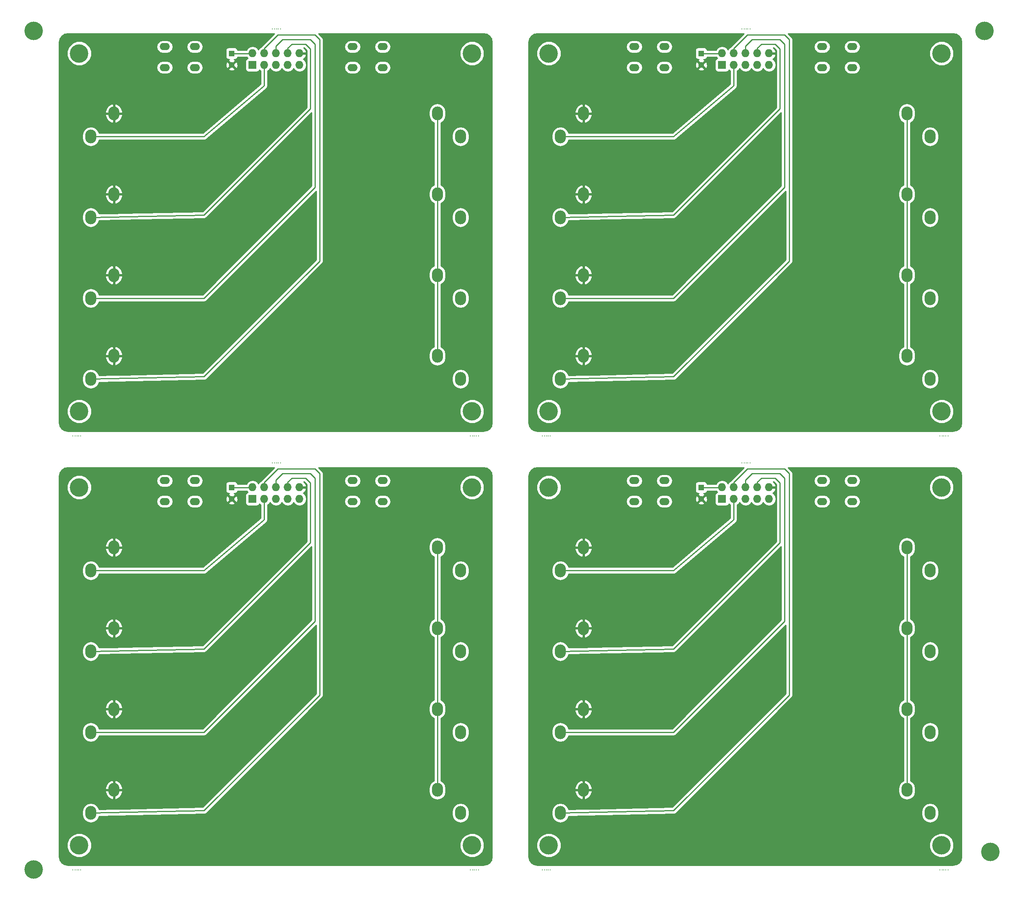
<source format=gtl>
G04 #@! TF.FileFunction,Copper,L1,Top,Signal*
%FSLAX46Y46*%
G04 Gerber Fmt 4.6, Leading zero omitted, Abs format (unit mm)*
G04 Created by KiCad (PCBNEW (2015-01-16 BZR 5376)-product) date 24/06/2015 09:07:54*
%MOMM*%
G01*
G04 APERTURE LIST*
%ADD10C,0.100000*%
%ADD11C,4.000000*%
%ADD12C,0.300000*%
%ADD13R,1.727200X1.727200*%
%ADD14O,1.727200X1.727200*%
%ADD15O,2.400000X3.000000*%
%ADD16R,1.300000X1.300000*%
%ADD17C,1.300000*%
%ADD18O,2.200000X1.524000*%
%ADD19C,0.254000*%
G04 APERTURE END LIST*
D10*
D11*
X240030000Y-203200000D03*
X33020000Y-207010000D03*
X238760000Y-25400000D03*
D12*
X188087000Y-25019000D03*
X187579000Y-25019000D03*
X187198000Y-25019000D03*
X186817000Y-25019000D03*
X186309000Y-25019000D03*
D11*
X229483000Y-107815000D03*
X144483000Y-107815000D03*
X229483000Y-30315000D03*
X144483000Y-30315000D03*
D13*
X181983000Y-32815000D03*
D14*
X181983000Y-30275000D03*
X184523000Y-32815000D03*
X184523000Y-30275000D03*
X187063000Y-32815000D03*
X187063000Y-30275000D03*
X189603000Y-32815000D03*
X189603000Y-30275000D03*
X192143000Y-32815000D03*
X192143000Y-30275000D03*
D15*
X151983000Y-95815000D03*
X146983000Y-100815000D03*
X221983000Y-95815000D03*
X226983000Y-100815000D03*
X151983000Y-78315000D03*
X146983000Y-83315000D03*
X221983000Y-78315000D03*
X226983000Y-83315000D03*
X151983000Y-60815000D03*
X146983000Y-65815000D03*
X221983000Y-60815000D03*
X226983000Y-65815000D03*
X151983000Y-43315000D03*
X146983000Y-48315000D03*
X221983000Y-43315000D03*
X226983000Y-48315000D03*
D16*
X177483000Y-30315000D03*
D17*
X177483000Y-32815000D03*
D18*
X169493000Y-28865000D03*
X169493000Y-33365000D03*
X162993000Y-28865000D03*
X162993000Y-33365000D03*
X210133000Y-28865000D03*
X210133000Y-33365000D03*
X203633000Y-28865000D03*
X203633000Y-33365000D03*
D12*
X143129000Y-113157000D03*
X143637000Y-113157000D03*
X144018000Y-113157000D03*
X144399000Y-113157000D03*
X144780000Y-113157000D03*
X230886000Y-113157000D03*
X230378000Y-113157000D03*
X229997000Y-113157000D03*
X229616000Y-113157000D03*
X229108000Y-113157000D03*
X229108000Y-207137000D03*
X229616000Y-207137000D03*
X229997000Y-207137000D03*
X230378000Y-207137000D03*
X230886000Y-207137000D03*
X144780000Y-207137000D03*
X144399000Y-207137000D03*
X144018000Y-207137000D03*
X143637000Y-207137000D03*
X143129000Y-207137000D03*
D18*
X210133000Y-122845000D03*
X210133000Y-127345000D03*
X203633000Y-122845000D03*
X203633000Y-127345000D03*
X169493000Y-122845000D03*
X169493000Y-127345000D03*
X162993000Y-122845000D03*
X162993000Y-127345000D03*
D16*
X177483000Y-124295000D03*
D17*
X177483000Y-126795000D03*
D15*
X151983000Y-137295000D03*
X146983000Y-142295000D03*
X221983000Y-137295000D03*
X226983000Y-142295000D03*
X151983000Y-154795000D03*
X146983000Y-159795000D03*
X221983000Y-154795000D03*
X226983000Y-159795000D03*
X151983000Y-172295000D03*
X146983000Y-177295000D03*
X221983000Y-172295000D03*
X226983000Y-177295000D03*
X151983000Y-189795000D03*
X146983000Y-194795000D03*
X221983000Y-189795000D03*
X226983000Y-194795000D03*
D13*
X181983000Y-126795000D03*
D14*
X181983000Y-124255000D03*
X184523000Y-126795000D03*
X184523000Y-124255000D03*
X187063000Y-126795000D03*
X187063000Y-124255000D03*
X189603000Y-126795000D03*
X189603000Y-124255000D03*
X192143000Y-126795000D03*
X192143000Y-124255000D03*
D11*
X144483000Y-124295000D03*
X229483000Y-124295000D03*
X144483000Y-201795000D03*
X229483000Y-201795000D03*
D12*
X186309000Y-118999000D03*
X186817000Y-118999000D03*
X187198000Y-118999000D03*
X187579000Y-118999000D03*
X188087000Y-118999000D03*
X86487000Y-118999000D03*
X85979000Y-118999000D03*
X85598000Y-118999000D03*
X85217000Y-118999000D03*
X84709000Y-118999000D03*
D11*
X127883000Y-201795000D03*
X42883000Y-201795000D03*
X127883000Y-124295000D03*
X42883000Y-124295000D03*
D13*
X80383000Y-126795000D03*
D14*
X80383000Y-124255000D03*
X82923000Y-126795000D03*
X82923000Y-124255000D03*
X85463000Y-126795000D03*
X85463000Y-124255000D03*
X88003000Y-126795000D03*
X88003000Y-124255000D03*
X90543000Y-126795000D03*
X90543000Y-124255000D03*
D15*
X50383000Y-189795000D03*
X45383000Y-194795000D03*
X120383000Y-189795000D03*
X125383000Y-194795000D03*
X50383000Y-172295000D03*
X45383000Y-177295000D03*
X120383000Y-172295000D03*
X125383000Y-177295000D03*
X50383000Y-154795000D03*
X45383000Y-159795000D03*
X120383000Y-154795000D03*
X125383000Y-159795000D03*
X50383000Y-137295000D03*
X45383000Y-142295000D03*
X120383000Y-137295000D03*
X125383000Y-142295000D03*
D16*
X75883000Y-124295000D03*
D17*
X75883000Y-126795000D03*
D18*
X67893000Y-122845000D03*
X67893000Y-127345000D03*
X61393000Y-122845000D03*
X61393000Y-127345000D03*
X108533000Y-122845000D03*
X108533000Y-127345000D03*
X102033000Y-122845000D03*
X102033000Y-127345000D03*
D12*
X41529000Y-207137000D03*
X42037000Y-207137000D03*
X42418000Y-207137000D03*
X42799000Y-207137000D03*
X43180000Y-207137000D03*
X129286000Y-207137000D03*
X128778000Y-207137000D03*
X128397000Y-207137000D03*
X128016000Y-207137000D03*
X127508000Y-207137000D03*
X127508000Y-113157000D03*
X128016000Y-113157000D03*
X128397000Y-113157000D03*
X128778000Y-113157000D03*
X129286000Y-113157000D03*
X43180000Y-113157000D03*
X42799000Y-113157000D03*
X42418000Y-113157000D03*
X42037000Y-113157000D03*
X41529000Y-113157000D03*
D18*
X108533000Y-28865000D03*
X108533000Y-33365000D03*
X102033000Y-28865000D03*
X102033000Y-33365000D03*
X67893000Y-28865000D03*
X67893000Y-33365000D03*
X61393000Y-28865000D03*
X61393000Y-33365000D03*
D16*
X75883000Y-30315000D03*
D17*
X75883000Y-32815000D03*
D15*
X50383000Y-43315000D03*
X45383000Y-48315000D03*
X120383000Y-43315000D03*
X125383000Y-48315000D03*
X50383000Y-60815000D03*
X45383000Y-65815000D03*
X120383000Y-60815000D03*
X125383000Y-65815000D03*
X50383000Y-78315000D03*
X45383000Y-83315000D03*
X120383000Y-78315000D03*
X125383000Y-83315000D03*
X50383000Y-95815000D03*
X45383000Y-100815000D03*
X120383000Y-95815000D03*
X125383000Y-100815000D03*
D13*
X80383000Y-32815000D03*
D14*
X80383000Y-30275000D03*
X82923000Y-32815000D03*
X82923000Y-30275000D03*
X85463000Y-32815000D03*
X85463000Y-30275000D03*
X88003000Y-32815000D03*
X88003000Y-30275000D03*
X90543000Y-32815000D03*
X90543000Y-30275000D03*
D11*
X42883000Y-30315000D03*
X127883000Y-30315000D03*
X42883000Y-107815000D03*
X127883000Y-107815000D03*
D12*
X84709000Y-25019000D03*
X85217000Y-25019000D03*
X85598000Y-25019000D03*
X85979000Y-25019000D03*
X86487000Y-25019000D03*
D11*
X33020000Y-25400000D03*
D19*
X69883000Y-48315000D02*
X82883000Y-37315000D01*
X82883000Y-37315000D02*
X82923000Y-32815000D01*
X45383000Y-48315000D02*
X69883000Y-48315000D01*
X45383000Y-142295000D02*
X69883000Y-142295000D01*
X82883000Y-131295000D02*
X82923000Y-126795000D01*
X69883000Y-142295000D02*
X82883000Y-131295000D01*
X171483000Y-142295000D02*
X184483000Y-131295000D01*
X184483000Y-131295000D02*
X184523000Y-126795000D01*
X146983000Y-142295000D02*
X171483000Y-142295000D01*
X146983000Y-48315000D02*
X171483000Y-48315000D01*
X184483000Y-37315000D02*
X184523000Y-32815000D01*
X171483000Y-48315000D02*
X184483000Y-37315000D01*
X69883000Y-65315000D02*
X92883000Y-42315000D01*
X92883000Y-42315000D02*
X92883000Y-29315000D01*
X92883000Y-29315000D02*
X91883000Y-28315000D01*
X91883000Y-28315000D02*
X88883000Y-28315000D01*
X88883000Y-28315000D02*
X88003000Y-29195000D01*
X88003000Y-29195000D02*
X88003000Y-30275000D01*
X45383000Y-65815000D02*
X69883000Y-65315000D01*
X45383000Y-159795000D02*
X69883000Y-159295000D01*
X88003000Y-123175000D02*
X88003000Y-124255000D01*
X88883000Y-122295000D02*
X88003000Y-123175000D01*
X91883000Y-122295000D02*
X88883000Y-122295000D01*
X92883000Y-123295000D02*
X91883000Y-122295000D01*
X92883000Y-136295000D02*
X92883000Y-123295000D01*
X69883000Y-159295000D02*
X92883000Y-136295000D01*
X171483000Y-159295000D02*
X194483000Y-136295000D01*
X194483000Y-136295000D02*
X194483000Y-123295000D01*
X194483000Y-123295000D02*
X193483000Y-122295000D01*
X193483000Y-122295000D02*
X190483000Y-122295000D01*
X190483000Y-122295000D02*
X189603000Y-123175000D01*
X189603000Y-123175000D02*
X189603000Y-124255000D01*
X146983000Y-159795000D02*
X171483000Y-159295000D01*
X146983000Y-65815000D02*
X171483000Y-65315000D01*
X189603000Y-29195000D02*
X189603000Y-30275000D01*
X190483000Y-28315000D02*
X189603000Y-29195000D01*
X193483000Y-28315000D02*
X190483000Y-28315000D01*
X194483000Y-29315000D02*
X193483000Y-28315000D01*
X194483000Y-42315000D02*
X194483000Y-29315000D01*
X171483000Y-65315000D02*
X194483000Y-42315000D01*
X120383000Y-95815000D02*
X120383000Y-78315000D01*
X120383000Y-78315000D02*
X120383000Y-60815000D01*
X120383000Y-60815000D02*
X120383000Y-43315000D01*
X80343000Y-30315000D02*
X80383000Y-30275000D01*
X75883000Y-30315000D02*
X80343000Y-30315000D01*
X75883000Y-124295000D02*
X80343000Y-124295000D01*
X80343000Y-124295000D02*
X80383000Y-124255000D01*
X120383000Y-154795000D02*
X120383000Y-137295000D01*
X120383000Y-172295000D02*
X120383000Y-154795000D01*
X120383000Y-189795000D02*
X120383000Y-172295000D01*
X221983000Y-189795000D02*
X221983000Y-172295000D01*
X221983000Y-172295000D02*
X221983000Y-154795000D01*
X221983000Y-154795000D02*
X221983000Y-137295000D01*
X181943000Y-124295000D02*
X181983000Y-124255000D01*
X177483000Y-124295000D02*
X181943000Y-124295000D01*
X177483000Y-30315000D02*
X181943000Y-30315000D01*
X181943000Y-30315000D02*
X181983000Y-30275000D01*
X221983000Y-60815000D02*
X221983000Y-43315000D01*
X221983000Y-78315000D02*
X221983000Y-60815000D01*
X221983000Y-95815000D02*
X221983000Y-78315000D01*
X85463000Y-28735000D02*
X86883000Y-27315000D01*
X86883000Y-27315000D02*
X92883000Y-27315000D01*
X92883000Y-27315000D02*
X93883000Y-28315000D01*
X93883000Y-28315000D02*
X93883000Y-59315000D01*
X93883000Y-59315000D02*
X69883000Y-83315000D01*
X69883000Y-83315000D02*
X45383000Y-83315000D01*
X85463000Y-30275000D02*
X85463000Y-28735000D01*
X85463000Y-124255000D02*
X85463000Y-122715000D01*
X69883000Y-177295000D02*
X45383000Y-177295000D01*
X93883000Y-153295000D02*
X69883000Y-177295000D01*
X93883000Y-122295000D02*
X93883000Y-153295000D01*
X92883000Y-121295000D02*
X93883000Y-122295000D01*
X86883000Y-121295000D02*
X92883000Y-121295000D01*
X85463000Y-122715000D02*
X86883000Y-121295000D01*
X187063000Y-122715000D02*
X188483000Y-121295000D01*
X188483000Y-121295000D02*
X194483000Y-121295000D01*
X194483000Y-121295000D02*
X195483000Y-122295000D01*
X195483000Y-122295000D02*
X195483000Y-153295000D01*
X195483000Y-153295000D02*
X171483000Y-177295000D01*
X171483000Y-177295000D02*
X146983000Y-177295000D01*
X187063000Y-124255000D02*
X187063000Y-122715000D01*
X187063000Y-30275000D02*
X187063000Y-28735000D01*
X171483000Y-83315000D02*
X146983000Y-83315000D01*
X195483000Y-59315000D02*
X171483000Y-83315000D01*
X195483000Y-28315000D02*
X195483000Y-59315000D01*
X194483000Y-27315000D02*
X195483000Y-28315000D01*
X188483000Y-27315000D02*
X194483000Y-27315000D01*
X187063000Y-28735000D02*
X188483000Y-27315000D01*
X82923000Y-29275000D02*
X85883000Y-26315000D01*
X85883000Y-26315000D02*
X93883000Y-26315000D01*
X93883000Y-26315000D02*
X94883000Y-27315000D01*
X94883000Y-27315000D02*
X94883000Y-75315000D01*
X94883000Y-75315000D02*
X69883000Y-100315000D01*
X69883000Y-100315000D02*
X45383000Y-100815000D01*
X82923000Y-30275000D02*
X82923000Y-29275000D01*
X82923000Y-124255000D02*
X82923000Y-123255000D01*
X69883000Y-194295000D02*
X45383000Y-194795000D01*
X94883000Y-169295000D02*
X69883000Y-194295000D01*
X94883000Y-121295000D02*
X94883000Y-169295000D01*
X93883000Y-120295000D02*
X94883000Y-121295000D01*
X85883000Y-120295000D02*
X93883000Y-120295000D01*
X82923000Y-123255000D02*
X85883000Y-120295000D01*
X184523000Y-123255000D02*
X187483000Y-120295000D01*
X187483000Y-120295000D02*
X195483000Y-120295000D01*
X195483000Y-120295000D02*
X196483000Y-121295000D01*
X196483000Y-121295000D02*
X196483000Y-169295000D01*
X196483000Y-169295000D02*
X171483000Y-194295000D01*
X171483000Y-194295000D02*
X146983000Y-194795000D01*
X184523000Y-124255000D02*
X184523000Y-123255000D01*
X184523000Y-30275000D02*
X184523000Y-29275000D01*
X171483000Y-100315000D02*
X146983000Y-100815000D01*
X196483000Y-75315000D02*
X171483000Y-100315000D01*
X196483000Y-27315000D02*
X196483000Y-75315000D01*
X195483000Y-26315000D02*
X196483000Y-27315000D01*
X187483000Y-26315000D02*
X195483000Y-26315000D01*
X184523000Y-29275000D02*
X187483000Y-26315000D01*
G36*
X132198000Y-110247532D02*
X132047442Y-111004435D01*
X131656908Y-111588910D01*
X131072434Y-111979443D01*
X130518457Y-112089635D01*
X130518457Y-107293166D01*
X130518457Y-29793166D01*
X130118147Y-28824342D01*
X129377557Y-28082458D01*
X128409433Y-27680458D01*
X127361166Y-27679543D01*
X126392342Y-28079853D01*
X125650458Y-28820443D01*
X125248458Y-29788567D01*
X125247543Y-30836834D01*
X125647853Y-31805658D01*
X126388443Y-32547542D01*
X127356567Y-32949542D01*
X128404834Y-32950457D01*
X129373658Y-32550147D01*
X130115542Y-31809557D01*
X130517542Y-30841433D01*
X130518457Y-29793166D01*
X130518457Y-107293166D01*
X130118147Y-106324342D01*
X129377557Y-105582458D01*
X128409433Y-105180458D01*
X127361166Y-105179543D01*
X127218000Y-105238697D01*
X127218000Y-101156827D01*
X127218000Y-100473173D01*
X127218000Y-83656827D01*
X127218000Y-82973173D01*
X127218000Y-66156827D01*
X127218000Y-65473173D01*
X127218000Y-48656827D01*
X127218000Y-47973173D01*
X127078319Y-47270949D01*
X126680541Y-46675632D01*
X126085224Y-46277854D01*
X125383000Y-46138173D01*
X124680776Y-46277854D01*
X124085459Y-46675632D01*
X123687681Y-47270949D01*
X123548000Y-47973173D01*
X123548000Y-48656827D01*
X123687681Y-49359051D01*
X124085459Y-49954368D01*
X124680776Y-50352146D01*
X125383000Y-50491827D01*
X126085224Y-50352146D01*
X126680541Y-49954368D01*
X127078319Y-49359051D01*
X127218000Y-48656827D01*
X127218000Y-65473173D01*
X127078319Y-64770949D01*
X126680541Y-64175632D01*
X126085224Y-63777854D01*
X125383000Y-63638173D01*
X124680776Y-63777854D01*
X124085459Y-64175632D01*
X123687681Y-64770949D01*
X123548000Y-65473173D01*
X123548000Y-66156827D01*
X123687681Y-66859051D01*
X124085459Y-67454368D01*
X124680776Y-67852146D01*
X125383000Y-67991827D01*
X126085224Y-67852146D01*
X126680541Y-67454368D01*
X127078319Y-66859051D01*
X127218000Y-66156827D01*
X127218000Y-82973173D01*
X127078319Y-82270949D01*
X126680541Y-81675632D01*
X126085224Y-81277854D01*
X125383000Y-81138173D01*
X124680776Y-81277854D01*
X124085459Y-81675632D01*
X123687681Y-82270949D01*
X123548000Y-82973173D01*
X123548000Y-83656827D01*
X123687681Y-84359051D01*
X124085459Y-84954368D01*
X124680776Y-85352146D01*
X125383000Y-85491827D01*
X126085224Y-85352146D01*
X126680541Y-84954368D01*
X127078319Y-84359051D01*
X127218000Y-83656827D01*
X127218000Y-100473173D01*
X127078319Y-99770949D01*
X126680541Y-99175632D01*
X126085224Y-98777854D01*
X125383000Y-98638173D01*
X124680776Y-98777854D01*
X124085459Y-99175632D01*
X123687681Y-99770949D01*
X123548000Y-100473173D01*
X123548000Y-101156827D01*
X123687681Y-101859051D01*
X124085459Y-102454368D01*
X124680776Y-102852146D01*
X125383000Y-102991827D01*
X126085224Y-102852146D01*
X126680541Y-102454368D01*
X127078319Y-101859051D01*
X127218000Y-101156827D01*
X127218000Y-105238697D01*
X126392342Y-105579853D01*
X125650458Y-106320443D01*
X125248458Y-107288567D01*
X125247543Y-108336834D01*
X125647853Y-109305658D01*
X126388443Y-110047542D01*
X127356567Y-110449542D01*
X128404834Y-110450457D01*
X129373658Y-110050147D01*
X130115542Y-109309557D01*
X130517542Y-108341433D01*
X130518457Y-107293166D01*
X130518457Y-112089635D01*
X130315532Y-112130000D01*
X122218000Y-112130000D01*
X122218000Y-96156827D01*
X122218000Y-95473173D01*
X122078319Y-94770949D01*
X121680541Y-94175632D01*
X121145000Y-93817795D01*
X121145000Y-80312204D01*
X121680541Y-79954368D01*
X122078319Y-79359051D01*
X122218000Y-78656827D01*
X122218000Y-77973173D01*
X122078319Y-77270949D01*
X121680541Y-76675632D01*
X121145000Y-76317795D01*
X121145000Y-62812204D01*
X121680541Y-62454368D01*
X122078319Y-61859051D01*
X122218000Y-61156827D01*
X122218000Y-60473173D01*
X122078319Y-59770949D01*
X121680541Y-59175632D01*
X121145000Y-58817795D01*
X121145000Y-45312204D01*
X121680541Y-44954368D01*
X122078319Y-44359051D01*
X122218000Y-43656827D01*
X122218000Y-42973173D01*
X122078319Y-42270949D01*
X121680541Y-41675632D01*
X121085224Y-41277854D01*
X120383000Y-41138173D01*
X119680776Y-41277854D01*
X119085459Y-41675632D01*
X118687681Y-42270949D01*
X118548000Y-42973173D01*
X118548000Y-43656827D01*
X118687681Y-44359051D01*
X119085459Y-44954368D01*
X119621000Y-45312204D01*
X119621000Y-58817795D01*
X119085459Y-59175632D01*
X118687681Y-59770949D01*
X118548000Y-60473173D01*
X118548000Y-61156827D01*
X118687681Y-61859051D01*
X119085459Y-62454368D01*
X119621000Y-62812204D01*
X119621000Y-76317795D01*
X119085459Y-76675632D01*
X118687681Y-77270949D01*
X118548000Y-77973173D01*
X118548000Y-78656827D01*
X118687681Y-79359051D01*
X119085459Y-79954368D01*
X119621000Y-80312204D01*
X119621000Y-93817795D01*
X119085459Y-94175632D01*
X118687681Y-94770949D01*
X118548000Y-95473173D01*
X118548000Y-96156827D01*
X118687681Y-96859051D01*
X119085459Y-97454368D01*
X119680776Y-97852146D01*
X120383000Y-97991827D01*
X121085224Y-97852146D01*
X121680541Y-97454368D01*
X122078319Y-96859051D01*
X122218000Y-96156827D01*
X122218000Y-112130000D01*
X110301991Y-112130000D01*
X110301991Y-33365000D01*
X110301991Y-28865000D01*
X110195651Y-28330391D01*
X109892819Y-27877172D01*
X109439600Y-27574340D01*
X108904991Y-27468000D01*
X108161009Y-27468000D01*
X107626400Y-27574340D01*
X107173181Y-27877172D01*
X106870349Y-28330391D01*
X106764009Y-28865000D01*
X106870349Y-29399609D01*
X107173181Y-29852828D01*
X107626400Y-30155660D01*
X108161009Y-30262000D01*
X108904991Y-30262000D01*
X109439600Y-30155660D01*
X109892819Y-29852828D01*
X110195651Y-29399609D01*
X110301991Y-28865000D01*
X110301991Y-33365000D01*
X110195651Y-32830391D01*
X109892819Y-32377172D01*
X109439600Y-32074340D01*
X108904991Y-31968000D01*
X108161009Y-31968000D01*
X107626400Y-32074340D01*
X107173181Y-32377172D01*
X106870349Y-32830391D01*
X106764009Y-33365000D01*
X106870349Y-33899609D01*
X107173181Y-34352828D01*
X107626400Y-34655660D01*
X108161009Y-34762000D01*
X108904991Y-34762000D01*
X109439600Y-34655660D01*
X109892819Y-34352828D01*
X110195651Y-33899609D01*
X110301991Y-33365000D01*
X110301991Y-112130000D01*
X103801991Y-112130000D01*
X103801991Y-33365000D01*
X103801991Y-28865000D01*
X103695651Y-28330391D01*
X103392819Y-27877172D01*
X102939600Y-27574340D01*
X102404991Y-27468000D01*
X101661009Y-27468000D01*
X101126400Y-27574340D01*
X100673181Y-27877172D01*
X100370349Y-28330391D01*
X100264009Y-28865000D01*
X100370349Y-29399609D01*
X100673181Y-29852828D01*
X101126400Y-30155660D01*
X101661009Y-30262000D01*
X102404991Y-30262000D01*
X102939600Y-30155660D01*
X103392819Y-29852828D01*
X103695651Y-29399609D01*
X103801991Y-28865000D01*
X103801991Y-33365000D01*
X103695651Y-32830391D01*
X103392819Y-32377172D01*
X102939600Y-32074340D01*
X102404991Y-31968000D01*
X101661009Y-31968000D01*
X101126400Y-32074340D01*
X100673181Y-32377172D01*
X100370349Y-32830391D01*
X100264009Y-33365000D01*
X100370349Y-33899609D01*
X100673181Y-34352828D01*
X101126400Y-34655660D01*
X101661009Y-34762000D01*
X102404991Y-34762000D01*
X102939600Y-34655660D01*
X103392819Y-34352828D01*
X103695651Y-33899609D01*
X103801991Y-33365000D01*
X103801991Y-112130000D01*
X45518457Y-112130000D01*
X45518457Y-107293166D01*
X45118147Y-106324342D01*
X44377557Y-105582458D01*
X43409433Y-105180458D01*
X42361166Y-105179543D01*
X41392342Y-105579853D01*
X40650458Y-106320443D01*
X40248458Y-107288567D01*
X40247543Y-108336834D01*
X40647853Y-109305658D01*
X41388443Y-110047542D01*
X42356567Y-110449542D01*
X43404834Y-110450457D01*
X44373658Y-110050147D01*
X45115542Y-109309557D01*
X45517542Y-108341433D01*
X45518457Y-107293166D01*
X45518457Y-112130000D01*
X40450467Y-112130000D01*
X39693564Y-111979442D01*
X39109089Y-111588908D01*
X38718556Y-111004434D01*
X38568000Y-110247532D01*
X38568000Y-107815000D01*
X38568000Y-105315000D01*
X38568000Y-27882467D01*
X38718556Y-27125565D01*
X39109089Y-26541091D01*
X39693564Y-26150557D01*
X40450467Y-26000000D01*
X85120370Y-26000000D01*
X82384185Y-28736185D01*
X82261347Y-28920024D01*
X81863330Y-29185971D01*
X81653000Y-29500751D01*
X81442670Y-29185971D01*
X80956489Y-28861115D01*
X80383000Y-28747041D01*
X79809511Y-28861115D01*
X79323330Y-29185971D01*
X79078088Y-29553000D01*
X77158709Y-29553000D01*
X77133463Y-29422877D01*
X76993673Y-29210073D01*
X76782640Y-29067623D01*
X76533000Y-29017560D01*
X75233000Y-29017560D01*
X74990877Y-29064537D01*
X74778073Y-29204327D01*
X74635623Y-29415360D01*
X74585560Y-29665000D01*
X74585560Y-30965000D01*
X74632537Y-31207123D01*
X74772327Y-31419927D01*
X74983360Y-31562377D01*
X75233000Y-31612440D01*
X75395385Y-31612440D01*
X75219271Y-31685389D01*
X75163590Y-31915984D01*
X75883000Y-32635395D01*
X76602410Y-31915984D01*
X76546729Y-31685389D01*
X76337098Y-31612440D01*
X76533000Y-31612440D01*
X76775123Y-31565463D01*
X76987927Y-31425673D01*
X77130377Y-31214640D01*
X77157979Y-31077000D01*
X79131543Y-31077000D01*
X79310300Y-31344529D01*
X79277277Y-31350937D01*
X79064473Y-31490727D01*
X78922023Y-31701760D01*
X78871960Y-31951400D01*
X78871960Y-33678600D01*
X78918937Y-33920723D01*
X79058727Y-34133527D01*
X79269760Y-34275977D01*
X79519400Y-34326040D01*
X81246600Y-34326040D01*
X81488723Y-34279063D01*
X81701527Y-34139273D01*
X81843977Y-33928240D01*
X81852179Y-33887340D01*
X81863330Y-33904029D01*
X82149589Y-34095301D01*
X82124134Y-36958932D01*
X77180622Y-41141904D01*
X77180622Y-32995922D01*
X77151083Y-32485572D01*
X77012611Y-32151271D01*
X76782016Y-32095590D01*
X76062605Y-32815000D01*
X76782016Y-33534410D01*
X77012611Y-33478729D01*
X77180622Y-32995922D01*
X77180622Y-41141904D01*
X76602410Y-41631160D01*
X76602410Y-33714016D01*
X75883000Y-32994605D01*
X75703395Y-33174210D01*
X75703395Y-32815000D01*
X74983984Y-32095590D01*
X74753389Y-32151271D01*
X74585378Y-32634078D01*
X74614917Y-33144428D01*
X74753389Y-33478729D01*
X74983984Y-33534410D01*
X75703395Y-32815000D01*
X75703395Y-33174210D01*
X75163590Y-33714016D01*
X75219271Y-33944611D01*
X75702078Y-34112622D01*
X76212428Y-34083083D01*
X76546729Y-33944611D01*
X76602410Y-33714016D01*
X76602410Y-41631160D01*
X69661991Y-47503823D01*
X69661991Y-33365000D01*
X69661991Y-28865000D01*
X69555651Y-28330391D01*
X69252819Y-27877172D01*
X68799600Y-27574340D01*
X68264991Y-27468000D01*
X67521009Y-27468000D01*
X66986400Y-27574340D01*
X66533181Y-27877172D01*
X66230349Y-28330391D01*
X66124009Y-28865000D01*
X66230349Y-29399609D01*
X66533181Y-29852828D01*
X66986400Y-30155660D01*
X67521009Y-30262000D01*
X68264991Y-30262000D01*
X68799600Y-30155660D01*
X69252819Y-29852828D01*
X69555651Y-29399609D01*
X69661991Y-28865000D01*
X69661991Y-33365000D01*
X69555651Y-32830391D01*
X69252819Y-32377172D01*
X68799600Y-32074340D01*
X68264991Y-31968000D01*
X67521009Y-31968000D01*
X66986400Y-32074340D01*
X66533181Y-32377172D01*
X66230349Y-32830391D01*
X66124009Y-33365000D01*
X66230349Y-33899609D01*
X66533181Y-34352828D01*
X66986400Y-34655660D01*
X67521009Y-34762000D01*
X68264991Y-34762000D01*
X68799600Y-34655660D01*
X69252819Y-34352828D01*
X69555651Y-33899609D01*
X69661991Y-33365000D01*
X69661991Y-47503823D01*
X69603873Y-47553000D01*
X63161991Y-47553000D01*
X63161991Y-33365000D01*
X63161991Y-28865000D01*
X63055651Y-28330391D01*
X62752819Y-27877172D01*
X62299600Y-27574340D01*
X61764991Y-27468000D01*
X61021009Y-27468000D01*
X60486400Y-27574340D01*
X60033181Y-27877172D01*
X59730349Y-28330391D01*
X59624009Y-28865000D01*
X59730349Y-29399609D01*
X60033181Y-29852828D01*
X60486400Y-30155660D01*
X61021009Y-30262000D01*
X61764991Y-30262000D01*
X62299600Y-30155660D01*
X62752819Y-29852828D01*
X63055651Y-29399609D01*
X63161991Y-28865000D01*
X63161991Y-33365000D01*
X63055651Y-32830391D01*
X62752819Y-32377172D01*
X62299600Y-32074340D01*
X61764991Y-31968000D01*
X61021009Y-31968000D01*
X60486400Y-32074340D01*
X60033181Y-32377172D01*
X59730349Y-32830391D01*
X59624009Y-33365000D01*
X59730349Y-33899609D01*
X60033181Y-34352828D01*
X60486400Y-34655660D01*
X61021009Y-34762000D01*
X61764991Y-34762000D01*
X62299600Y-34655660D01*
X62752819Y-34352828D01*
X63055651Y-33899609D01*
X63161991Y-33365000D01*
X63161991Y-47553000D01*
X52218000Y-47553000D01*
X52218000Y-43742000D01*
X52218000Y-43442000D01*
X52218000Y-43188000D01*
X52218000Y-42888000D01*
X52029718Y-42195443D01*
X51590738Y-41627656D01*
X50967891Y-41271080D01*
X50794805Y-41226805D01*
X50510000Y-41343568D01*
X50510000Y-43188000D01*
X52218000Y-43188000D01*
X52218000Y-43442000D01*
X50510000Y-43442000D01*
X50510000Y-45286432D01*
X50794805Y-45403195D01*
X50967891Y-45358920D01*
X51590738Y-45002344D01*
X52029718Y-44434557D01*
X52218000Y-43742000D01*
X52218000Y-47553000D01*
X50256000Y-47553000D01*
X50256000Y-45286432D01*
X50256000Y-43442000D01*
X50256000Y-43188000D01*
X50256000Y-41343568D01*
X49971195Y-41226805D01*
X49798109Y-41271080D01*
X49175262Y-41627656D01*
X48736282Y-42195443D01*
X48548000Y-42888000D01*
X48548000Y-43188000D01*
X50256000Y-43188000D01*
X50256000Y-43442000D01*
X48548000Y-43442000D01*
X48548000Y-43742000D01*
X48736282Y-44434557D01*
X49175262Y-45002344D01*
X49798109Y-45358920D01*
X49971195Y-45403195D01*
X50256000Y-45286432D01*
X50256000Y-47553000D01*
X47134422Y-47553000D01*
X47078319Y-47270949D01*
X46680541Y-46675632D01*
X46085224Y-46277854D01*
X45518457Y-46165117D01*
X45518457Y-29793166D01*
X45118147Y-28824342D01*
X44377557Y-28082458D01*
X43409433Y-27680458D01*
X42361166Y-27679543D01*
X41392342Y-28079853D01*
X40650458Y-28820443D01*
X40248458Y-29788567D01*
X40247543Y-30836834D01*
X40647853Y-31805658D01*
X41388443Y-32547542D01*
X42356567Y-32949542D01*
X43404834Y-32950457D01*
X44373658Y-32550147D01*
X45115542Y-31809557D01*
X45517542Y-30841433D01*
X45518457Y-29793166D01*
X45518457Y-46165117D01*
X45383000Y-46138173D01*
X44680776Y-46277854D01*
X44085459Y-46675632D01*
X43687681Y-47270949D01*
X43548000Y-47973173D01*
X43548000Y-48656827D01*
X43687681Y-49359051D01*
X44085459Y-49954368D01*
X44680776Y-50352146D01*
X45383000Y-50491827D01*
X46085224Y-50352146D01*
X46680541Y-49954368D01*
X47078319Y-49359051D01*
X47134422Y-49077000D01*
X69883000Y-49077000D01*
X69998316Y-49054061D01*
X70115133Y-49040781D01*
X70143169Y-49025248D01*
X70174605Y-49018996D01*
X70272363Y-48953675D01*
X70375208Y-48896700D01*
X83375208Y-37896701D01*
X83393048Y-37874283D01*
X83417004Y-37858583D01*
X83485057Y-37758667D01*
X83560348Y-37664061D01*
X83568250Y-37636526D01*
X83584376Y-37612851D01*
X83609016Y-37494485D01*
X83642367Y-37378281D01*
X83639131Y-37349820D01*
X83644970Y-37321773D01*
X83673513Y-34110600D01*
X83982670Y-33904029D01*
X84193000Y-33589248D01*
X84403330Y-33904029D01*
X84889511Y-34228885D01*
X85463000Y-34342959D01*
X86036489Y-34228885D01*
X86522670Y-33904029D01*
X86733000Y-33589248D01*
X86943330Y-33904029D01*
X87429511Y-34228885D01*
X88003000Y-34342959D01*
X88576489Y-34228885D01*
X89062670Y-33904029D01*
X89273000Y-33589248D01*
X89483330Y-33904029D01*
X89969511Y-34228885D01*
X90543000Y-34342959D01*
X91116489Y-34228885D01*
X91602670Y-33904029D01*
X91927526Y-33417848D01*
X92041600Y-32844359D01*
X92041600Y-32785641D01*
X91927526Y-32212152D01*
X91602670Y-31725971D01*
X91331839Y-31545007D01*
X91749821Y-31163490D01*
X91997968Y-30634027D01*
X91877469Y-30402000D01*
X90670000Y-30402000D01*
X90670000Y-30422000D01*
X90416000Y-30422000D01*
X90416000Y-30402000D01*
X90396000Y-30402000D01*
X90396000Y-30148000D01*
X90416000Y-30148000D01*
X90416000Y-30128000D01*
X90670000Y-30128000D01*
X90670000Y-30148000D01*
X91877469Y-30148000D01*
X91997968Y-29915973D01*
X91749821Y-29386510D01*
X91410729Y-29077000D01*
X91567369Y-29077000D01*
X92121000Y-29630630D01*
X92121000Y-41999370D01*
X69560955Y-64559414D01*
X52218000Y-64913351D01*
X52218000Y-61242000D01*
X52218000Y-60942000D01*
X52218000Y-60688000D01*
X52218000Y-60388000D01*
X52029718Y-59695443D01*
X51590738Y-59127656D01*
X50967891Y-58771080D01*
X50794805Y-58726805D01*
X50510000Y-58843568D01*
X50510000Y-60688000D01*
X52218000Y-60688000D01*
X52218000Y-60942000D01*
X50510000Y-60942000D01*
X50510000Y-62786432D01*
X50794805Y-62903195D01*
X50967891Y-62858920D01*
X51590738Y-62502344D01*
X52029718Y-61934557D01*
X52218000Y-61242000D01*
X52218000Y-64913351D01*
X50256000Y-64953392D01*
X50256000Y-62786432D01*
X50256000Y-60942000D01*
X50256000Y-60688000D01*
X50256000Y-58843568D01*
X49971195Y-58726805D01*
X49798109Y-58771080D01*
X49175262Y-59127656D01*
X48736282Y-59695443D01*
X48548000Y-60388000D01*
X48548000Y-60688000D01*
X50256000Y-60688000D01*
X50256000Y-60942000D01*
X48548000Y-60942000D01*
X48548000Y-61242000D01*
X48736282Y-61934557D01*
X49175262Y-62502344D01*
X49798109Y-62858920D01*
X49971195Y-62903195D01*
X50256000Y-62786432D01*
X50256000Y-64953392D01*
X47127310Y-65017243D01*
X47078319Y-64770949D01*
X46680541Y-64175632D01*
X46085224Y-63777854D01*
X45383000Y-63638173D01*
X44680776Y-63777854D01*
X44085459Y-64175632D01*
X43687681Y-64770949D01*
X43548000Y-65473173D01*
X43548000Y-66156827D01*
X43687681Y-66859051D01*
X44085459Y-67454368D01*
X44680776Y-67852146D01*
X45383000Y-67991827D01*
X46085224Y-67852146D01*
X46680541Y-67454368D01*
X47078319Y-66859051D01*
X47141529Y-66541269D01*
X69898548Y-66076841D01*
X70036312Y-66046503D01*
X70174604Y-66018996D01*
X70181180Y-66014601D01*
X70188909Y-66012900D01*
X70304579Y-65932149D01*
X70421815Y-65853815D01*
X93121000Y-43154630D01*
X93121000Y-58999369D01*
X69567369Y-82553000D01*
X52218000Y-82553000D01*
X52218000Y-78742000D01*
X52218000Y-78442000D01*
X52218000Y-78188000D01*
X52218000Y-77888000D01*
X52029718Y-77195443D01*
X51590738Y-76627656D01*
X50967891Y-76271080D01*
X50794805Y-76226805D01*
X50510000Y-76343568D01*
X50510000Y-78188000D01*
X52218000Y-78188000D01*
X52218000Y-78442000D01*
X50510000Y-78442000D01*
X50510000Y-80286432D01*
X50794805Y-80403195D01*
X50967891Y-80358920D01*
X51590738Y-80002344D01*
X52029718Y-79434557D01*
X52218000Y-78742000D01*
X52218000Y-82553000D01*
X50256000Y-82553000D01*
X50256000Y-80286432D01*
X50256000Y-78442000D01*
X50256000Y-78188000D01*
X50256000Y-76343568D01*
X49971195Y-76226805D01*
X49798109Y-76271080D01*
X49175262Y-76627656D01*
X48736282Y-77195443D01*
X48548000Y-77888000D01*
X48548000Y-78188000D01*
X50256000Y-78188000D01*
X50256000Y-78442000D01*
X48548000Y-78442000D01*
X48548000Y-78742000D01*
X48736282Y-79434557D01*
X49175262Y-80002344D01*
X49798109Y-80358920D01*
X49971195Y-80403195D01*
X50256000Y-80286432D01*
X50256000Y-82553000D01*
X47134422Y-82553000D01*
X47078319Y-82270949D01*
X46680541Y-81675632D01*
X46085224Y-81277854D01*
X45383000Y-81138173D01*
X44680776Y-81277854D01*
X44085459Y-81675632D01*
X43687681Y-82270949D01*
X43548000Y-82973173D01*
X43548000Y-83656827D01*
X43687681Y-84359051D01*
X44085459Y-84954368D01*
X44680776Y-85352146D01*
X45383000Y-85491827D01*
X46085224Y-85352146D01*
X46680541Y-84954368D01*
X47078319Y-84359051D01*
X47134422Y-84077000D01*
X69883000Y-84077000D01*
X69883000Y-84076999D01*
X70174604Y-84018996D01*
X70174605Y-84018996D01*
X70421815Y-83853815D01*
X94121000Y-60154630D01*
X94121000Y-74999370D01*
X69560955Y-99559414D01*
X52218000Y-99913351D01*
X52218000Y-96242000D01*
X52218000Y-95942000D01*
X52218000Y-95688000D01*
X52218000Y-95388000D01*
X52029718Y-94695443D01*
X51590738Y-94127656D01*
X50967891Y-93771080D01*
X50794805Y-93726805D01*
X50510000Y-93843568D01*
X50510000Y-95688000D01*
X52218000Y-95688000D01*
X52218000Y-95942000D01*
X50510000Y-95942000D01*
X50510000Y-97786432D01*
X50794805Y-97903195D01*
X50967891Y-97858920D01*
X51590738Y-97502344D01*
X52029718Y-96934557D01*
X52218000Y-96242000D01*
X52218000Y-99913351D01*
X50256000Y-99953392D01*
X50256000Y-97786432D01*
X50256000Y-95942000D01*
X50256000Y-95688000D01*
X50256000Y-93843568D01*
X49971195Y-93726805D01*
X49798109Y-93771080D01*
X49175262Y-94127656D01*
X48736282Y-94695443D01*
X48548000Y-95388000D01*
X48548000Y-95688000D01*
X50256000Y-95688000D01*
X50256000Y-95942000D01*
X48548000Y-95942000D01*
X48548000Y-96242000D01*
X48736282Y-96934557D01*
X49175262Y-97502344D01*
X49798109Y-97858920D01*
X49971195Y-97903195D01*
X50256000Y-97786432D01*
X50256000Y-99953392D01*
X47127310Y-100017243D01*
X47078319Y-99770949D01*
X46680541Y-99175632D01*
X46085224Y-98777854D01*
X45383000Y-98638173D01*
X44680776Y-98777854D01*
X44085459Y-99175632D01*
X43687681Y-99770949D01*
X43548000Y-100473173D01*
X43548000Y-101156827D01*
X43687681Y-101859051D01*
X44085459Y-102454368D01*
X44680776Y-102852146D01*
X45383000Y-102991827D01*
X46085224Y-102852146D01*
X46680541Y-102454368D01*
X47078319Y-101859051D01*
X47141529Y-101541269D01*
X69898548Y-101076841D01*
X70036312Y-101046503D01*
X70174604Y-101018996D01*
X70181180Y-101014601D01*
X70188909Y-101012900D01*
X70304579Y-100932149D01*
X70421815Y-100853815D01*
X95421815Y-75853815D01*
X95586996Y-75606605D01*
X95644999Y-75315000D01*
X95645000Y-75315000D01*
X95645000Y-27315000D01*
X95586997Y-27023396D01*
X95586996Y-27023395D01*
X95421816Y-26776185D01*
X94645630Y-26000000D01*
X130315532Y-26000000D01*
X131072434Y-26150556D01*
X131656908Y-26541089D01*
X132047442Y-27125564D01*
X132198000Y-27882467D01*
X132198000Y-105315000D01*
X132198000Y-107815000D01*
X132198000Y-110247532D01*
X132198000Y-110247532D01*
G37*
X132198000Y-110247532D02*
X132047442Y-111004435D01*
X131656908Y-111588910D01*
X131072434Y-111979443D01*
X130518457Y-112089635D01*
X130518457Y-107293166D01*
X130518457Y-29793166D01*
X130118147Y-28824342D01*
X129377557Y-28082458D01*
X128409433Y-27680458D01*
X127361166Y-27679543D01*
X126392342Y-28079853D01*
X125650458Y-28820443D01*
X125248458Y-29788567D01*
X125247543Y-30836834D01*
X125647853Y-31805658D01*
X126388443Y-32547542D01*
X127356567Y-32949542D01*
X128404834Y-32950457D01*
X129373658Y-32550147D01*
X130115542Y-31809557D01*
X130517542Y-30841433D01*
X130518457Y-29793166D01*
X130518457Y-107293166D01*
X130118147Y-106324342D01*
X129377557Y-105582458D01*
X128409433Y-105180458D01*
X127361166Y-105179543D01*
X127218000Y-105238697D01*
X127218000Y-101156827D01*
X127218000Y-100473173D01*
X127218000Y-83656827D01*
X127218000Y-82973173D01*
X127218000Y-66156827D01*
X127218000Y-65473173D01*
X127218000Y-48656827D01*
X127218000Y-47973173D01*
X127078319Y-47270949D01*
X126680541Y-46675632D01*
X126085224Y-46277854D01*
X125383000Y-46138173D01*
X124680776Y-46277854D01*
X124085459Y-46675632D01*
X123687681Y-47270949D01*
X123548000Y-47973173D01*
X123548000Y-48656827D01*
X123687681Y-49359051D01*
X124085459Y-49954368D01*
X124680776Y-50352146D01*
X125383000Y-50491827D01*
X126085224Y-50352146D01*
X126680541Y-49954368D01*
X127078319Y-49359051D01*
X127218000Y-48656827D01*
X127218000Y-65473173D01*
X127078319Y-64770949D01*
X126680541Y-64175632D01*
X126085224Y-63777854D01*
X125383000Y-63638173D01*
X124680776Y-63777854D01*
X124085459Y-64175632D01*
X123687681Y-64770949D01*
X123548000Y-65473173D01*
X123548000Y-66156827D01*
X123687681Y-66859051D01*
X124085459Y-67454368D01*
X124680776Y-67852146D01*
X125383000Y-67991827D01*
X126085224Y-67852146D01*
X126680541Y-67454368D01*
X127078319Y-66859051D01*
X127218000Y-66156827D01*
X127218000Y-82973173D01*
X127078319Y-82270949D01*
X126680541Y-81675632D01*
X126085224Y-81277854D01*
X125383000Y-81138173D01*
X124680776Y-81277854D01*
X124085459Y-81675632D01*
X123687681Y-82270949D01*
X123548000Y-82973173D01*
X123548000Y-83656827D01*
X123687681Y-84359051D01*
X124085459Y-84954368D01*
X124680776Y-85352146D01*
X125383000Y-85491827D01*
X126085224Y-85352146D01*
X126680541Y-84954368D01*
X127078319Y-84359051D01*
X127218000Y-83656827D01*
X127218000Y-100473173D01*
X127078319Y-99770949D01*
X126680541Y-99175632D01*
X126085224Y-98777854D01*
X125383000Y-98638173D01*
X124680776Y-98777854D01*
X124085459Y-99175632D01*
X123687681Y-99770949D01*
X123548000Y-100473173D01*
X123548000Y-101156827D01*
X123687681Y-101859051D01*
X124085459Y-102454368D01*
X124680776Y-102852146D01*
X125383000Y-102991827D01*
X126085224Y-102852146D01*
X126680541Y-102454368D01*
X127078319Y-101859051D01*
X127218000Y-101156827D01*
X127218000Y-105238697D01*
X126392342Y-105579853D01*
X125650458Y-106320443D01*
X125248458Y-107288567D01*
X125247543Y-108336834D01*
X125647853Y-109305658D01*
X126388443Y-110047542D01*
X127356567Y-110449542D01*
X128404834Y-110450457D01*
X129373658Y-110050147D01*
X130115542Y-109309557D01*
X130517542Y-108341433D01*
X130518457Y-107293166D01*
X130518457Y-112089635D01*
X130315532Y-112130000D01*
X122218000Y-112130000D01*
X122218000Y-96156827D01*
X122218000Y-95473173D01*
X122078319Y-94770949D01*
X121680541Y-94175632D01*
X121145000Y-93817795D01*
X121145000Y-80312204D01*
X121680541Y-79954368D01*
X122078319Y-79359051D01*
X122218000Y-78656827D01*
X122218000Y-77973173D01*
X122078319Y-77270949D01*
X121680541Y-76675632D01*
X121145000Y-76317795D01*
X121145000Y-62812204D01*
X121680541Y-62454368D01*
X122078319Y-61859051D01*
X122218000Y-61156827D01*
X122218000Y-60473173D01*
X122078319Y-59770949D01*
X121680541Y-59175632D01*
X121145000Y-58817795D01*
X121145000Y-45312204D01*
X121680541Y-44954368D01*
X122078319Y-44359051D01*
X122218000Y-43656827D01*
X122218000Y-42973173D01*
X122078319Y-42270949D01*
X121680541Y-41675632D01*
X121085224Y-41277854D01*
X120383000Y-41138173D01*
X119680776Y-41277854D01*
X119085459Y-41675632D01*
X118687681Y-42270949D01*
X118548000Y-42973173D01*
X118548000Y-43656827D01*
X118687681Y-44359051D01*
X119085459Y-44954368D01*
X119621000Y-45312204D01*
X119621000Y-58817795D01*
X119085459Y-59175632D01*
X118687681Y-59770949D01*
X118548000Y-60473173D01*
X118548000Y-61156827D01*
X118687681Y-61859051D01*
X119085459Y-62454368D01*
X119621000Y-62812204D01*
X119621000Y-76317795D01*
X119085459Y-76675632D01*
X118687681Y-77270949D01*
X118548000Y-77973173D01*
X118548000Y-78656827D01*
X118687681Y-79359051D01*
X119085459Y-79954368D01*
X119621000Y-80312204D01*
X119621000Y-93817795D01*
X119085459Y-94175632D01*
X118687681Y-94770949D01*
X118548000Y-95473173D01*
X118548000Y-96156827D01*
X118687681Y-96859051D01*
X119085459Y-97454368D01*
X119680776Y-97852146D01*
X120383000Y-97991827D01*
X121085224Y-97852146D01*
X121680541Y-97454368D01*
X122078319Y-96859051D01*
X122218000Y-96156827D01*
X122218000Y-112130000D01*
X110301991Y-112130000D01*
X110301991Y-33365000D01*
X110301991Y-28865000D01*
X110195651Y-28330391D01*
X109892819Y-27877172D01*
X109439600Y-27574340D01*
X108904991Y-27468000D01*
X108161009Y-27468000D01*
X107626400Y-27574340D01*
X107173181Y-27877172D01*
X106870349Y-28330391D01*
X106764009Y-28865000D01*
X106870349Y-29399609D01*
X107173181Y-29852828D01*
X107626400Y-30155660D01*
X108161009Y-30262000D01*
X108904991Y-30262000D01*
X109439600Y-30155660D01*
X109892819Y-29852828D01*
X110195651Y-29399609D01*
X110301991Y-28865000D01*
X110301991Y-33365000D01*
X110195651Y-32830391D01*
X109892819Y-32377172D01*
X109439600Y-32074340D01*
X108904991Y-31968000D01*
X108161009Y-31968000D01*
X107626400Y-32074340D01*
X107173181Y-32377172D01*
X106870349Y-32830391D01*
X106764009Y-33365000D01*
X106870349Y-33899609D01*
X107173181Y-34352828D01*
X107626400Y-34655660D01*
X108161009Y-34762000D01*
X108904991Y-34762000D01*
X109439600Y-34655660D01*
X109892819Y-34352828D01*
X110195651Y-33899609D01*
X110301991Y-33365000D01*
X110301991Y-112130000D01*
X103801991Y-112130000D01*
X103801991Y-33365000D01*
X103801991Y-28865000D01*
X103695651Y-28330391D01*
X103392819Y-27877172D01*
X102939600Y-27574340D01*
X102404991Y-27468000D01*
X101661009Y-27468000D01*
X101126400Y-27574340D01*
X100673181Y-27877172D01*
X100370349Y-28330391D01*
X100264009Y-28865000D01*
X100370349Y-29399609D01*
X100673181Y-29852828D01*
X101126400Y-30155660D01*
X101661009Y-30262000D01*
X102404991Y-30262000D01*
X102939600Y-30155660D01*
X103392819Y-29852828D01*
X103695651Y-29399609D01*
X103801991Y-28865000D01*
X103801991Y-33365000D01*
X103695651Y-32830391D01*
X103392819Y-32377172D01*
X102939600Y-32074340D01*
X102404991Y-31968000D01*
X101661009Y-31968000D01*
X101126400Y-32074340D01*
X100673181Y-32377172D01*
X100370349Y-32830391D01*
X100264009Y-33365000D01*
X100370349Y-33899609D01*
X100673181Y-34352828D01*
X101126400Y-34655660D01*
X101661009Y-34762000D01*
X102404991Y-34762000D01*
X102939600Y-34655660D01*
X103392819Y-34352828D01*
X103695651Y-33899609D01*
X103801991Y-33365000D01*
X103801991Y-112130000D01*
X45518457Y-112130000D01*
X45518457Y-107293166D01*
X45118147Y-106324342D01*
X44377557Y-105582458D01*
X43409433Y-105180458D01*
X42361166Y-105179543D01*
X41392342Y-105579853D01*
X40650458Y-106320443D01*
X40248458Y-107288567D01*
X40247543Y-108336834D01*
X40647853Y-109305658D01*
X41388443Y-110047542D01*
X42356567Y-110449542D01*
X43404834Y-110450457D01*
X44373658Y-110050147D01*
X45115542Y-109309557D01*
X45517542Y-108341433D01*
X45518457Y-107293166D01*
X45518457Y-112130000D01*
X40450467Y-112130000D01*
X39693564Y-111979442D01*
X39109089Y-111588908D01*
X38718556Y-111004434D01*
X38568000Y-110247532D01*
X38568000Y-107815000D01*
X38568000Y-105315000D01*
X38568000Y-27882467D01*
X38718556Y-27125565D01*
X39109089Y-26541091D01*
X39693564Y-26150557D01*
X40450467Y-26000000D01*
X85120370Y-26000000D01*
X82384185Y-28736185D01*
X82261347Y-28920024D01*
X81863330Y-29185971D01*
X81653000Y-29500751D01*
X81442670Y-29185971D01*
X80956489Y-28861115D01*
X80383000Y-28747041D01*
X79809511Y-28861115D01*
X79323330Y-29185971D01*
X79078088Y-29553000D01*
X77158709Y-29553000D01*
X77133463Y-29422877D01*
X76993673Y-29210073D01*
X76782640Y-29067623D01*
X76533000Y-29017560D01*
X75233000Y-29017560D01*
X74990877Y-29064537D01*
X74778073Y-29204327D01*
X74635623Y-29415360D01*
X74585560Y-29665000D01*
X74585560Y-30965000D01*
X74632537Y-31207123D01*
X74772327Y-31419927D01*
X74983360Y-31562377D01*
X75233000Y-31612440D01*
X75395385Y-31612440D01*
X75219271Y-31685389D01*
X75163590Y-31915984D01*
X75883000Y-32635395D01*
X76602410Y-31915984D01*
X76546729Y-31685389D01*
X76337098Y-31612440D01*
X76533000Y-31612440D01*
X76775123Y-31565463D01*
X76987927Y-31425673D01*
X77130377Y-31214640D01*
X77157979Y-31077000D01*
X79131543Y-31077000D01*
X79310300Y-31344529D01*
X79277277Y-31350937D01*
X79064473Y-31490727D01*
X78922023Y-31701760D01*
X78871960Y-31951400D01*
X78871960Y-33678600D01*
X78918937Y-33920723D01*
X79058727Y-34133527D01*
X79269760Y-34275977D01*
X79519400Y-34326040D01*
X81246600Y-34326040D01*
X81488723Y-34279063D01*
X81701527Y-34139273D01*
X81843977Y-33928240D01*
X81852179Y-33887340D01*
X81863330Y-33904029D01*
X82149589Y-34095301D01*
X82124134Y-36958932D01*
X77180622Y-41141904D01*
X77180622Y-32995922D01*
X77151083Y-32485572D01*
X77012611Y-32151271D01*
X76782016Y-32095590D01*
X76062605Y-32815000D01*
X76782016Y-33534410D01*
X77012611Y-33478729D01*
X77180622Y-32995922D01*
X77180622Y-41141904D01*
X76602410Y-41631160D01*
X76602410Y-33714016D01*
X75883000Y-32994605D01*
X75703395Y-33174210D01*
X75703395Y-32815000D01*
X74983984Y-32095590D01*
X74753389Y-32151271D01*
X74585378Y-32634078D01*
X74614917Y-33144428D01*
X74753389Y-33478729D01*
X74983984Y-33534410D01*
X75703395Y-32815000D01*
X75703395Y-33174210D01*
X75163590Y-33714016D01*
X75219271Y-33944611D01*
X75702078Y-34112622D01*
X76212428Y-34083083D01*
X76546729Y-33944611D01*
X76602410Y-33714016D01*
X76602410Y-41631160D01*
X69661991Y-47503823D01*
X69661991Y-33365000D01*
X69661991Y-28865000D01*
X69555651Y-28330391D01*
X69252819Y-27877172D01*
X68799600Y-27574340D01*
X68264991Y-27468000D01*
X67521009Y-27468000D01*
X66986400Y-27574340D01*
X66533181Y-27877172D01*
X66230349Y-28330391D01*
X66124009Y-28865000D01*
X66230349Y-29399609D01*
X66533181Y-29852828D01*
X66986400Y-30155660D01*
X67521009Y-30262000D01*
X68264991Y-30262000D01*
X68799600Y-30155660D01*
X69252819Y-29852828D01*
X69555651Y-29399609D01*
X69661991Y-28865000D01*
X69661991Y-33365000D01*
X69555651Y-32830391D01*
X69252819Y-32377172D01*
X68799600Y-32074340D01*
X68264991Y-31968000D01*
X67521009Y-31968000D01*
X66986400Y-32074340D01*
X66533181Y-32377172D01*
X66230349Y-32830391D01*
X66124009Y-33365000D01*
X66230349Y-33899609D01*
X66533181Y-34352828D01*
X66986400Y-34655660D01*
X67521009Y-34762000D01*
X68264991Y-34762000D01*
X68799600Y-34655660D01*
X69252819Y-34352828D01*
X69555651Y-33899609D01*
X69661991Y-33365000D01*
X69661991Y-47503823D01*
X69603873Y-47553000D01*
X63161991Y-47553000D01*
X63161991Y-33365000D01*
X63161991Y-28865000D01*
X63055651Y-28330391D01*
X62752819Y-27877172D01*
X62299600Y-27574340D01*
X61764991Y-27468000D01*
X61021009Y-27468000D01*
X60486400Y-27574340D01*
X60033181Y-27877172D01*
X59730349Y-28330391D01*
X59624009Y-28865000D01*
X59730349Y-29399609D01*
X60033181Y-29852828D01*
X60486400Y-30155660D01*
X61021009Y-30262000D01*
X61764991Y-30262000D01*
X62299600Y-30155660D01*
X62752819Y-29852828D01*
X63055651Y-29399609D01*
X63161991Y-28865000D01*
X63161991Y-33365000D01*
X63055651Y-32830391D01*
X62752819Y-32377172D01*
X62299600Y-32074340D01*
X61764991Y-31968000D01*
X61021009Y-31968000D01*
X60486400Y-32074340D01*
X60033181Y-32377172D01*
X59730349Y-32830391D01*
X59624009Y-33365000D01*
X59730349Y-33899609D01*
X60033181Y-34352828D01*
X60486400Y-34655660D01*
X61021009Y-34762000D01*
X61764991Y-34762000D01*
X62299600Y-34655660D01*
X62752819Y-34352828D01*
X63055651Y-33899609D01*
X63161991Y-33365000D01*
X63161991Y-47553000D01*
X52218000Y-47553000D01*
X52218000Y-43742000D01*
X52218000Y-43442000D01*
X52218000Y-43188000D01*
X52218000Y-42888000D01*
X52029718Y-42195443D01*
X51590738Y-41627656D01*
X50967891Y-41271080D01*
X50794805Y-41226805D01*
X50510000Y-41343568D01*
X50510000Y-43188000D01*
X52218000Y-43188000D01*
X52218000Y-43442000D01*
X50510000Y-43442000D01*
X50510000Y-45286432D01*
X50794805Y-45403195D01*
X50967891Y-45358920D01*
X51590738Y-45002344D01*
X52029718Y-44434557D01*
X52218000Y-43742000D01*
X52218000Y-47553000D01*
X50256000Y-47553000D01*
X50256000Y-45286432D01*
X50256000Y-43442000D01*
X50256000Y-43188000D01*
X50256000Y-41343568D01*
X49971195Y-41226805D01*
X49798109Y-41271080D01*
X49175262Y-41627656D01*
X48736282Y-42195443D01*
X48548000Y-42888000D01*
X48548000Y-43188000D01*
X50256000Y-43188000D01*
X50256000Y-43442000D01*
X48548000Y-43442000D01*
X48548000Y-43742000D01*
X48736282Y-44434557D01*
X49175262Y-45002344D01*
X49798109Y-45358920D01*
X49971195Y-45403195D01*
X50256000Y-45286432D01*
X50256000Y-47553000D01*
X47134422Y-47553000D01*
X47078319Y-47270949D01*
X46680541Y-46675632D01*
X46085224Y-46277854D01*
X45518457Y-46165117D01*
X45518457Y-29793166D01*
X45118147Y-28824342D01*
X44377557Y-28082458D01*
X43409433Y-27680458D01*
X42361166Y-27679543D01*
X41392342Y-28079853D01*
X40650458Y-28820443D01*
X40248458Y-29788567D01*
X40247543Y-30836834D01*
X40647853Y-31805658D01*
X41388443Y-32547542D01*
X42356567Y-32949542D01*
X43404834Y-32950457D01*
X44373658Y-32550147D01*
X45115542Y-31809557D01*
X45517542Y-30841433D01*
X45518457Y-29793166D01*
X45518457Y-46165117D01*
X45383000Y-46138173D01*
X44680776Y-46277854D01*
X44085459Y-46675632D01*
X43687681Y-47270949D01*
X43548000Y-47973173D01*
X43548000Y-48656827D01*
X43687681Y-49359051D01*
X44085459Y-49954368D01*
X44680776Y-50352146D01*
X45383000Y-50491827D01*
X46085224Y-50352146D01*
X46680541Y-49954368D01*
X47078319Y-49359051D01*
X47134422Y-49077000D01*
X69883000Y-49077000D01*
X69998316Y-49054061D01*
X70115133Y-49040781D01*
X70143169Y-49025248D01*
X70174605Y-49018996D01*
X70272363Y-48953675D01*
X70375208Y-48896700D01*
X83375208Y-37896701D01*
X83393048Y-37874283D01*
X83417004Y-37858583D01*
X83485057Y-37758667D01*
X83560348Y-37664061D01*
X83568250Y-37636526D01*
X83584376Y-37612851D01*
X83609016Y-37494485D01*
X83642367Y-37378281D01*
X83639131Y-37349820D01*
X83644970Y-37321773D01*
X83673513Y-34110600D01*
X83982670Y-33904029D01*
X84193000Y-33589248D01*
X84403330Y-33904029D01*
X84889511Y-34228885D01*
X85463000Y-34342959D01*
X86036489Y-34228885D01*
X86522670Y-33904029D01*
X86733000Y-33589248D01*
X86943330Y-33904029D01*
X87429511Y-34228885D01*
X88003000Y-34342959D01*
X88576489Y-34228885D01*
X89062670Y-33904029D01*
X89273000Y-33589248D01*
X89483330Y-33904029D01*
X89969511Y-34228885D01*
X90543000Y-34342959D01*
X91116489Y-34228885D01*
X91602670Y-33904029D01*
X91927526Y-33417848D01*
X92041600Y-32844359D01*
X92041600Y-32785641D01*
X91927526Y-32212152D01*
X91602670Y-31725971D01*
X91331839Y-31545007D01*
X91749821Y-31163490D01*
X91997968Y-30634027D01*
X91877469Y-30402000D01*
X90670000Y-30402000D01*
X90670000Y-30422000D01*
X90416000Y-30422000D01*
X90416000Y-30402000D01*
X90396000Y-30402000D01*
X90396000Y-30148000D01*
X90416000Y-30148000D01*
X90416000Y-30128000D01*
X90670000Y-30128000D01*
X90670000Y-30148000D01*
X91877469Y-30148000D01*
X91997968Y-29915973D01*
X91749821Y-29386510D01*
X91410729Y-29077000D01*
X91567369Y-29077000D01*
X92121000Y-29630630D01*
X92121000Y-41999370D01*
X69560955Y-64559414D01*
X52218000Y-64913351D01*
X52218000Y-61242000D01*
X52218000Y-60942000D01*
X52218000Y-60688000D01*
X52218000Y-60388000D01*
X52029718Y-59695443D01*
X51590738Y-59127656D01*
X50967891Y-58771080D01*
X50794805Y-58726805D01*
X50510000Y-58843568D01*
X50510000Y-60688000D01*
X52218000Y-60688000D01*
X52218000Y-60942000D01*
X50510000Y-60942000D01*
X50510000Y-62786432D01*
X50794805Y-62903195D01*
X50967891Y-62858920D01*
X51590738Y-62502344D01*
X52029718Y-61934557D01*
X52218000Y-61242000D01*
X52218000Y-64913351D01*
X50256000Y-64953392D01*
X50256000Y-62786432D01*
X50256000Y-60942000D01*
X50256000Y-60688000D01*
X50256000Y-58843568D01*
X49971195Y-58726805D01*
X49798109Y-58771080D01*
X49175262Y-59127656D01*
X48736282Y-59695443D01*
X48548000Y-60388000D01*
X48548000Y-60688000D01*
X50256000Y-60688000D01*
X50256000Y-60942000D01*
X48548000Y-60942000D01*
X48548000Y-61242000D01*
X48736282Y-61934557D01*
X49175262Y-62502344D01*
X49798109Y-62858920D01*
X49971195Y-62903195D01*
X50256000Y-62786432D01*
X50256000Y-64953392D01*
X47127310Y-65017243D01*
X47078319Y-64770949D01*
X46680541Y-64175632D01*
X46085224Y-63777854D01*
X45383000Y-63638173D01*
X44680776Y-63777854D01*
X44085459Y-64175632D01*
X43687681Y-64770949D01*
X43548000Y-65473173D01*
X43548000Y-66156827D01*
X43687681Y-66859051D01*
X44085459Y-67454368D01*
X44680776Y-67852146D01*
X45383000Y-67991827D01*
X46085224Y-67852146D01*
X46680541Y-67454368D01*
X47078319Y-66859051D01*
X47141529Y-66541269D01*
X69898548Y-66076841D01*
X70036312Y-66046503D01*
X70174604Y-66018996D01*
X70181180Y-66014601D01*
X70188909Y-66012900D01*
X70304579Y-65932149D01*
X70421815Y-65853815D01*
X93121000Y-43154630D01*
X93121000Y-58999369D01*
X69567369Y-82553000D01*
X52218000Y-82553000D01*
X52218000Y-78742000D01*
X52218000Y-78442000D01*
X52218000Y-78188000D01*
X52218000Y-77888000D01*
X52029718Y-77195443D01*
X51590738Y-76627656D01*
X50967891Y-76271080D01*
X50794805Y-76226805D01*
X50510000Y-76343568D01*
X50510000Y-78188000D01*
X52218000Y-78188000D01*
X52218000Y-78442000D01*
X50510000Y-78442000D01*
X50510000Y-80286432D01*
X50794805Y-80403195D01*
X50967891Y-80358920D01*
X51590738Y-80002344D01*
X52029718Y-79434557D01*
X52218000Y-78742000D01*
X52218000Y-82553000D01*
X50256000Y-82553000D01*
X50256000Y-80286432D01*
X50256000Y-78442000D01*
X50256000Y-78188000D01*
X50256000Y-76343568D01*
X49971195Y-76226805D01*
X49798109Y-76271080D01*
X49175262Y-76627656D01*
X48736282Y-77195443D01*
X48548000Y-77888000D01*
X48548000Y-78188000D01*
X50256000Y-78188000D01*
X50256000Y-78442000D01*
X48548000Y-78442000D01*
X48548000Y-78742000D01*
X48736282Y-79434557D01*
X49175262Y-80002344D01*
X49798109Y-80358920D01*
X49971195Y-80403195D01*
X50256000Y-80286432D01*
X50256000Y-82553000D01*
X47134422Y-82553000D01*
X47078319Y-82270949D01*
X46680541Y-81675632D01*
X46085224Y-81277854D01*
X45383000Y-81138173D01*
X44680776Y-81277854D01*
X44085459Y-81675632D01*
X43687681Y-82270949D01*
X43548000Y-82973173D01*
X43548000Y-83656827D01*
X43687681Y-84359051D01*
X44085459Y-84954368D01*
X44680776Y-85352146D01*
X45383000Y-85491827D01*
X46085224Y-85352146D01*
X46680541Y-84954368D01*
X47078319Y-84359051D01*
X47134422Y-84077000D01*
X69883000Y-84077000D01*
X69883000Y-84076999D01*
X70174604Y-84018996D01*
X70174605Y-84018996D01*
X70421815Y-83853815D01*
X94121000Y-60154630D01*
X94121000Y-74999370D01*
X69560955Y-99559414D01*
X52218000Y-99913351D01*
X52218000Y-96242000D01*
X52218000Y-95942000D01*
X52218000Y-95688000D01*
X52218000Y-95388000D01*
X52029718Y-94695443D01*
X51590738Y-94127656D01*
X50967891Y-93771080D01*
X50794805Y-93726805D01*
X50510000Y-93843568D01*
X50510000Y-95688000D01*
X52218000Y-95688000D01*
X52218000Y-95942000D01*
X50510000Y-95942000D01*
X50510000Y-97786432D01*
X50794805Y-97903195D01*
X50967891Y-97858920D01*
X51590738Y-97502344D01*
X52029718Y-96934557D01*
X52218000Y-96242000D01*
X52218000Y-99913351D01*
X50256000Y-99953392D01*
X50256000Y-97786432D01*
X50256000Y-95942000D01*
X50256000Y-95688000D01*
X50256000Y-93843568D01*
X49971195Y-93726805D01*
X49798109Y-93771080D01*
X49175262Y-94127656D01*
X48736282Y-94695443D01*
X48548000Y-95388000D01*
X48548000Y-95688000D01*
X50256000Y-95688000D01*
X50256000Y-95942000D01*
X48548000Y-95942000D01*
X48548000Y-96242000D01*
X48736282Y-96934557D01*
X49175262Y-97502344D01*
X49798109Y-97858920D01*
X49971195Y-97903195D01*
X50256000Y-97786432D01*
X50256000Y-99953392D01*
X47127310Y-100017243D01*
X47078319Y-99770949D01*
X46680541Y-99175632D01*
X46085224Y-98777854D01*
X45383000Y-98638173D01*
X44680776Y-98777854D01*
X44085459Y-99175632D01*
X43687681Y-99770949D01*
X43548000Y-100473173D01*
X43548000Y-101156827D01*
X43687681Y-101859051D01*
X44085459Y-102454368D01*
X44680776Y-102852146D01*
X45383000Y-102991827D01*
X46085224Y-102852146D01*
X46680541Y-102454368D01*
X47078319Y-101859051D01*
X47141529Y-101541269D01*
X69898548Y-101076841D01*
X70036312Y-101046503D01*
X70174604Y-101018996D01*
X70181180Y-101014601D01*
X70188909Y-101012900D01*
X70304579Y-100932149D01*
X70421815Y-100853815D01*
X95421815Y-75853815D01*
X95586996Y-75606605D01*
X95644999Y-75315000D01*
X95645000Y-75315000D01*
X95645000Y-27315000D01*
X95586997Y-27023396D01*
X95586996Y-27023395D01*
X95421816Y-26776185D01*
X94645630Y-26000000D01*
X130315532Y-26000000D01*
X131072434Y-26150556D01*
X131656908Y-26541089D01*
X132047442Y-27125564D01*
X132198000Y-27882467D01*
X132198000Y-105315000D01*
X132198000Y-107815000D01*
X132198000Y-110247532D01*
G36*
X132198000Y-204227532D02*
X132047442Y-204984435D01*
X131656908Y-205568910D01*
X131072434Y-205959443D01*
X130518457Y-206069635D01*
X130518457Y-201273166D01*
X130518457Y-123773166D01*
X130118147Y-122804342D01*
X129377557Y-122062458D01*
X128409433Y-121660458D01*
X127361166Y-121659543D01*
X126392342Y-122059853D01*
X125650458Y-122800443D01*
X125248458Y-123768567D01*
X125247543Y-124816834D01*
X125647853Y-125785658D01*
X126388443Y-126527542D01*
X127356567Y-126929542D01*
X128404834Y-126930457D01*
X129373658Y-126530147D01*
X130115542Y-125789557D01*
X130517542Y-124821433D01*
X130518457Y-123773166D01*
X130518457Y-201273166D01*
X130118147Y-200304342D01*
X129377557Y-199562458D01*
X128409433Y-199160458D01*
X127361166Y-199159543D01*
X127218000Y-199218697D01*
X127218000Y-195136827D01*
X127218000Y-194453173D01*
X127218000Y-177636827D01*
X127218000Y-176953173D01*
X127218000Y-160136827D01*
X127218000Y-159453173D01*
X127218000Y-142636827D01*
X127218000Y-141953173D01*
X127078319Y-141250949D01*
X126680541Y-140655632D01*
X126085224Y-140257854D01*
X125383000Y-140118173D01*
X124680776Y-140257854D01*
X124085459Y-140655632D01*
X123687681Y-141250949D01*
X123548000Y-141953173D01*
X123548000Y-142636827D01*
X123687681Y-143339051D01*
X124085459Y-143934368D01*
X124680776Y-144332146D01*
X125383000Y-144471827D01*
X126085224Y-144332146D01*
X126680541Y-143934368D01*
X127078319Y-143339051D01*
X127218000Y-142636827D01*
X127218000Y-159453173D01*
X127078319Y-158750949D01*
X126680541Y-158155632D01*
X126085224Y-157757854D01*
X125383000Y-157618173D01*
X124680776Y-157757854D01*
X124085459Y-158155632D01*
X123687681Y-158750949D01*
X123548000Y-159453173D01*
X123548000Y-160136827D01*
X123687681Y-160839051D01*
X124085459Y-161434368D01*
X124680776Y-161832146D01*
X125383000Y-161971827D01*
X126085224Y-161832146D01*
X126680541Y-161434368D01*
X127078319Y-160839051D01*
X127218000Y-160136827D01*
X127218000Y-176953173D01*
X127078319Y-176250949D01*
X126680541Y-175655632D01*
X126085224Y-175257854D01*
X125383000Y-175118173D01*
X124680776Y-175257854D01*
X124085459Y-175655632D01*
X123687681Y-176250949D01*
X123548000Y-176953173D01*
X123548000Y-177636827D01*
X123687681Y-178339051D01*
X124085459Y-178934368D01*
X124680776Y-179332146D01*
X125383000Y-179471827D01*
X126085224Y-179332146D01*
X126680541Y-178934368D01*
X127078319Y-178339051D01*
X127218000Y-177636827D01*
X127218000Y-194453173D01*
X127078319Y-193750949D01*
X126680541Y-193155632D01*
X126085224Y-192757854D01*
X125383000Y-192618173D01*
X124680776Y-192757854D01*
X124085459Y-193155632D01*
X123687681Y-193750949D01*
X123548000Y-194453173D01*
X123548000Y-195136827D01*
X123687681Y-195839051D01*
X124085459Y-196434368D01*
X124680776Y-196832146D01*
X125383000Y-196971827D01*
X126085224Y-196832146D01*
X126680541Y-196434368D01*
X127078319Y-195839051D01*
X127218000Y-195136827D01*
X127218000Y-199218697D01*
X126392342Y-199559853D01*
X125650458Y-200300443D01*
X125248458Y-201268567D01*
X125247543Y-202316834D01*
X125647853Y-203285658D01*
X126388443Y-204027542D01*
X127356567Y-204429542D01*
X128404834Y-204430457D01*
X129373658Y-204030147D01*
X130115542Y-203289557D01*
X130517542Y-202321433D01*
X130518457Y-201273166D01*
X130518457Y-206069635D01*
X130315532Y-206110000D01*
X122218000Y-206110000D01*
X122218000Y-190136827D01*
X122218000Y-189453173D01*
X122078319Y-188750949D01*
X121680541Y-188155632D01*
X121145000Y-187797795D01*
X121145000Y-174292204D01*
X121680541Y-173934368D01*
X122078319Y-173339051D01*
X122218000Y-172636827D01*
X122218000Y-171953173D01*
X122078319Y-171250949D01*
X121680541Y-170655632D01*
X121145000Y-170297795D01*
X121145000Y-156792204D01*
X121680541Y-156434368D01*
X122078319Y-155839051D01*
X122218000Y-155136827D01*
X122218000Y-154453173D01*
X122078319Y-153750949D01*
X121680541Y-153155632D01*
X121145000Y-152797795D01*
X121145000Y-139292204D01*
X121680541Y-138934368D01*
X122078319Y-138339051D01*
X122218000Y-137636827D01*
X122218000Y-136953173D01*
X122078319Y-136250949D01*
X121680541Y-135655632D01*
X121085224Y-135257854D01*
X120383000Y-135118173D01*
X119680776Y-135257854D01*
X119085459Y-135655632D01*
X118687681Y-136250949D01*
X118548000Y-136953173D01*
X118548000Y-137636827D01*
X118687681Y-138339051D01*
X119085459Y-138934368D01*
X119621000Y-139292204D01*
X119621000Y-152797795D01*
X119085459Y-153155632D01*
X118687681Y-153750949D01*
X118548000Y-154453173D01*
X118548000Y-155136827D01*
X118687681Y-155839051D01*
X119085459Y-156434368D01*
X119621000Y-156792204D01*
X119621000Y-170297795D01*
X119085459Y-170655632D01*
X118687681Y-171250949D01*
X118548000Y-171953173D01*
X118548000Y-172636827D01*
X118687681Y-173339051D01*
X119085459Y-173934368D01*
X119621000Y-174292204D01*
X119621000Y-187797795D01*
X119085459Y-188155632D01*
X118687681Y-188750949D01*
X118548000Y-189453173D01*
X118548000Y-190136827D01*
X118687681Y-190839051D01*
X119085459Y-191434368D01*
X119680776Y-191832146D01*
X120383000Y-191971827D01*
X121085224Y-191832146D01*
X121680541Y-191434368D01*
X122078319Y-190839051D01*
X122218000Y-190136827D01*
X122218000Y-206110000D01*
X110301991Y-206110000D01*
X110301991Y-127345000D01*
X110301991Y-122845000D01*
X110195651Y-122310391D01*
X109892819Y-121857172D01*
X109439600Y-121554340D01*
X108904991Y-121448000D01*
X108161009Y-121448000D01*
X107626400Y-121554340D01*
X107173181Y-121857172D01*
X106870349Y-122310391D01*
X106764009Y-122845000D01*
X106870349Y-123379609D01*
X107173181Y-123832828D01*
X107626400Y-124135660D01*
X108161009Y-124242000D01*
X108904991Y-124242000D01*
X109439600Y-124135660D01*
X109892819Y-123832828D01*
X110195651Y-123379609D01*
X110301991Y-122845000D01*
X110301991Y-127345000D01*
X110195651Y-126810391D01*
X109892819Y-126357172D01*
X109439600Y-126054340D01*
X108904991Y-125948000D01*
X108161009Y-125948000D01*
X107626400Y-126054340D01*
X107173181Y-126357172D01*
X106870349Y-126810391D01*
X106764009Y-127345000D01*
X106870349Y-127879609D01*
X107173181Y-128332828D01*
X107626400Y-128635660D01*
X108161009Y-128742000D01*
X108904991Y-128742000D01*
X109439600Y-128635660D01*
X109892819Y-128332828D01*
X110195651Y-127879609D01*
X110301991Y-127345000D01*
X110301991Y-206110000D01*
X103801991Y-206110000D01*
X103801991Y-127345000D01*
X103801991Y-122845000D01*
X103695651Y-122310391D01*
X103392819Y-121857172D01*
X102939600Y-121554340D01*
X102404991Y-121448000D01*
X101661009Y-121448000D01*
X101126400Y-121554340D01*
X100673181Y-121857172D01*
X100370349Y-122310391D01*
X100264009Y-122845000D01*
X100370349Y-123379609D01*
X100673181Y-123832828D01*
X101126400Y-124135660D01*
X101661009Y-124242000D01*
X102404991Y-124242000D01*
X102939600Y-124135660D01*
X103392819Y-123832828D01*
X103695651Y-123379609D01*
X103801991Y-122845000D01*
X103801991Y-127345000D01*
X103695651Y-126810391D01*
X103392819Y-126357172D01*
X102939600Y-126054340D01*
X102404991Y-125948000D01*
X101661009Y-125948000D01*
X101126400Y-126054340D01*
X100673181Y-126357172D01*
X100370349Y-126810391D01*
X100264009Y-127345000D01*
X100370349Y-127879609D01*
X100673181Y-128332828D01*
X101126400Y-128635660D01*
X101661009Y-128742000D01*
X102404991Y-128742000D01*
X102939600Y-128635660D01*
X103392819Y-128332828D01*
X103695651Y-127879609D01*
X103801991Y-127345000D01*
X103801991Y-206110000D01*
X45518457Y-206110000D01*
X45518457Y-201273166D01*
X45118147Y-200304342D01*
X44377557Y-199562458D01*
X43409433Y-199160458D01*
X42361166Y-199159543D01*
X41392342Y-199559853D01*
X40650458Y-200300443D01*
X40248458Y-201268567D01*
X40247543Y-202316834D01*
X40647853Y-203285658D01*
X41388443Y-204027542D01*
X42356567Y-204429542D01*
X43404834Y-204430457D01*
X44373658Y-204030147D01*
X45115542Y-203289557D01*
X45517542Y-202321433D01*
X45518457Y-201273166D01*
X45518457Y-206110000D01*
X40450467Y-206110000D01*
X39693564Y-205959442D01*
X39109089Y-205568908D01*
X38718556Y-204984434D01*
X38568000Y-204227532D01*
X38568000Y-201795000D01*
X38568000Y-199295000D01*
X38568000Y-121862467D01*
X38718556Y-121105565D01*
X39109089Y-120521091D01*
X39693564Y-120130557D01*
X40450467Y-119980000D01*
X85120370Y-119980000D01*
X82384185Y-122716185D01*
X82261347Y-122900024D01*
X81863330Y-123165971D01*
X81653000Y-123480751D01*
X81442670Y-123165971D01*
X80956489Y-122841115D01*
X80383000Y-122727041D01*
X79809511Y-122841115D01*
X79323330Y-123165971D01*
X79078088Y-123533000D01*
X77158709Y-123533000D01*
X77133463Y-123402877D01*
X76993673Y-123190073D01*
X76782640Y-123047623D01*
X76533000Y-122997560D01*
X75233000Y-122997560D01*
X74990877Y-123044537D01*
X74778073Y-123184327D01*
X74635623Y-123395360D01*
X74585560Y-123645000D01*
X74585560Y-124945000D01*
X74632537Y-125187123D01*
X74772327Y-125399927D01*
X74983360Y-125542377D01*
X75233000Y-125592440D01*
X75395385Y-125592440D01*
X75219271Y-125665389D01*
X75163590Y-125895984D01*
X75883000Y-126615395D01*
X76602410Y-125895984D01*
X76546729Y-125665389D01*
X76337098Y-125592440D01*
X76533000Y-125592440D01*
X76775123Y-125545463D01*
X76987927Y-125405673D01*
X77130377Y-125194640D01*
X77157979Y-125057000D01*
X79131543Y-125057000D01*
X79310300Y-125324529D01*
X79277277Y-125330937D01*
X79064473Y-125470727D01*
X78922023Y-125681760D01*
X78871960Y-125931400D01*
X78871960Y-127658600D01*
X78918937Y-127900723D01*
X79058727Y-128113527D01*
X79269760Y-128255977D01*
X79519400Y-128306040D01*
X81246600Y-128306040D01*
X81488723Y-128259063D01*
X81701527Y-128119273D01*
X81843977Y-127908240D01*
X81852179Y-127867340D01*
X81863330Y-127884029D01*
X82149589Y-128075301D01*
X82124134Y-130938932D01*
X77180622Y-135121904D01*
X77180622Y-126975922D01*
X77151083Y-126465572D01*
X77012611Y-126131271D01*
X76782016Y-126075590D01*
X76062605Y-126795000D01*
X76782016Y-127514410D01*
X77012611Y-127458729D01*
X77180622Y-126975922D01*
X77180622Y-135121904D01*
X76602410Y-135611160D01*
X76602410Y-127694016D01*
X75883000Y-126974605D01*
X75703395Y-127154210D01*
X75703395Y-126795000D01*
X74983984Y-126075590D01*
X74753389Y-126131271D01*
X74585378Y-126614078D01*
X74614917Y-127124428D01*
X74753389Y-127458729D01*
X74983984Y-127514410D01*
X75703395Y-126795000D01*
X75703395Y-127154210D01*
X75163590Y-127694016D01*
X75219271Y-127924611D01*
X75702078Y-128092622D01*
X76212428Y-128063083D01*
X76546729Y-127924611D01*
X76602410Y-127694016D01*
X76602410Y-135611160D01*
X69661991Y-141483823D01*
X69661991Y-127345000D01*
X69661991Y-122845000D01*
X69555651Y-122310391D01*
X69252819Y-121857172D01*
X68799600Y-121554340D01*
X68264991Y-121448000D01*
X67521009Y-121448000D01*
X66986400Y-121554340D01*
X66533181Y-121857172D01*
X66230349Y-122310391D01*
X66124009Y-122845000D01*
X66230349Y-123379609D01*
X66533181Y-123832828D01*
X66986400Y-124135660D01*
X67521009Y-124242000D01*
X68264991Y-124242000D01*
X68799600Y-124135660D01*
X69252819Y-123832828D01*
X69555651Y-123379609D01*
X69661991Y-122845000D01*
X69661991Y-127345000D01*
X69555651Y-126810391D01*
X69252819Y-126357172D01*
X68799600Y-126054340D01*
X68264991Y-125948000D01*
X67521009Y-125948000D01*
X66986400Y-126054340D01*
X66533181Y-126357172D01*
X66230349Y-126810391D01*
X66124009Y-127345000D01*
X66230349Y-127879609D01*
X66533181Y-128332828D01*
X66986400Y-128635660D01*
X67521009Y-128742000D01*
X68264991Y-128742000D01*
X68799600Y-128635660D01*
X69252819Y-128332828D01*
X69555651Y-127879609D01*
X69661991Y-127345000D01*
X69661991Y-141483823D01*
X69603873Y-141533000D01*
X63161991Y-141533000D01*
X63161991Y-127345000D01*
X63161991Y-122845000D01*
X63055651Y-122310391D01*
X62752819Y-121857172D01*
X62299600Y-121554340D01*
X61764991Y-121448000D01*
X61021009Y-121448000D01*
X60486400Y-121554340D01*
X60033181Y-121857172D01*
X59730349Y-122310391D01*
X59624009Y-122845000D01*
X59730349Y-123379609D01*
X60033181Y-123832828D01*
X60486400Y-124135660D01*
X61021009Y-124242000D01*
X61764991Y-124242000D01*
X62299600Y-124135660D01*
X62752819Y-123832828D01*
X63055651Y-123379609D01*
X63161991Y-122845000D01*
X63161991Y-127345000D01*
X63055651Y-126810391D01*
X62752819Y-126357172D01*
X62299600Y-126054340D01*
X61764991Y-125948000D01*
X61021009Y-125948000D01*
X60486400Y-126054340D01*
X60033181Y-126357172D01*
X59730349Y-126810391D01*
X59624009Y-127345000D01*
X59730349Y-127879609D01*
X60033181Y-128332828D01*
X60486400Y-128635660D01*
X61021009Y-128742000D01*
X61764991Y-128742000D01*
X62299600Y-128635660D01*
X62752819Y-128332828D01*
X63055651Y-127879609D01*
X63161991Y-127345000D01*
X63161991Y-141533000D01*
X52218000Y-141533000D01*
X52218000Y-137722000D01*
X52218000Y-137422000D01*
X52218000Y-137168000D01*
X52218000Y-136868000D01*
X52029718Y-136175443D01*
X51590738Y-135607656D01*
X50967891Y-135251080D01*
X50794805Y-135206805D01*
X50510000Y-135323568D01*
X50510000Y-137168000D01*
X52218000Y-137168000D01*
X52218000Y-137422000D01*
X50510000Y-137422000D01*
X50510000Y-139266432D01*
X50794805Y-139383195D01*
X50967891Y-139338920D01*
X51590738Y-138982344D01*
X52029718Y-138414557D01*
X52218000Y-137722000D01*
X52218000Y-141533000D01*
X50256000Y-141533000D01*
X50256000Y-139266432D01*
X50256000Y-137422000D01*
X50256000Y-137168000D01*
X50256000Y-135323568D01*
X49971195Y-135206805D01*
X49798109Y-135251080D01*
X49175262Y-135607656D01*
X48736282Y-136175443D01*
X48548000Y-136868000D01*
X48548000Y-137168000D01*
X50256000Y-137168000D01*
X50256000Y-137422000D01*
X48548000Y-137422000D01*
X48548000Y-137722000D01*
X48736282Y-138414557D01*
X49175262Y-138982344D01*
X49798109Y-139338920D01*
X49971195Y-139383195D01*
X50256000Y-139266432D01*
X50256000Y-141533000D01*
X47134422Y-141533000D01*
X47078319Y-141250949D01*
X46680541Y-140655632D01*
X46085224Y-140257854D01*
X45518457Y-140145117D01*
X45518457Y-123773166D01*
X45118147Y-122804342D01*
X44377557Y-122062458D01*
X43409433Y-121660458D01*
X42361166Y-121659543D01*
X41392342Y-122059853D01*
X40650458Y-122800443D01*
X40248458Y-123768567D01*
X40247543Y-124816834D01*
X40647853Y-125785658D01*
X41388443Y-126527542D01*
X42356567Y-126929542D01*
X43404834Y-126930457D01*
X44373658Y-126530147D01*
X45115542Y-125789557D01*
X45517542Y-124821433D01*
X45518457Y-123773166D01*
X45518457Y-140145117D01*
X45383000Y-140118173D01*
X44680776Y-140257854D01*
X44085459Y-140655632D01*
X43687681Y-141250949D01*
X43548000Y-141953173D01*
X43548000Y-142636827D01*
X43687681Y-143339051D01*
X44085459Y-143934368D01*
X44680776Y-144332146D01*
X45383000Y-144471827D01*
X46085224Y-144332146D01*
X46680541Y-143934368D01*
X47078319Y-143339051D01*
X47134422Y-143057000D01*
X69883000Y-143057000D01*
X69998316Y-143034061D01*
X70115133Y-143020781D01*
X70143169Y-143005248D01*
X70174605Y-142998996D01*
X70272363Y-142933675D01*
X70375208Y-142876700D01*
X83375208Y-131876701D01*
X83393048Y-131854283D01*
X83417004Y-131838583D01*
X83485057Y-131738667D01*
X83560348Y-131644061D01*
X83568250Y-131616526D01*
X83584376Y-131592851D01*
X83609016Y-131474485D01*
X83642367Y-131358281D01*
X83639131Y-131329820D01*
X83644970Y-131301773D01*
X83673513Y-128090600D01*
X83982670Y-127884029D01*
X84193000Y-127569248D01*
X84403330Y-127884029D01*
X84889511Y-128208885D01*
X85463000Y-128322959D01*
X86036489Y-128208885D01*
X86522670Y-127884029D01*
X86733000Y-127569248D01*
X86943330Y-127884029D01*
X87429511Y-128208885D01*
X88003000Y-128322959D01*
X88576489Y-128208885D01*
X89062670Y-127884029D01*
X89273000Y-127569248D01*
X89483330Y-127884029D01*
X89969511Y-128208885D01*
X90543000Y-128322959D01*
X91116489Y-128208885D01*
X91602670Y-127884029D01*
X91927526Y-127397848D01*
X92041600Y-126824359D01*
X92041600Y-126765641D01*
X91927526Y-126192152D01*
X91602670Y-125705971D01*
X91331839Y-125525007D01*
X91749821Y-125143490D01*
X91997968Y-124614027D01*
X91877469Y-124382000D01*
X90670000Y-124382000D01*
X90670000Y-124402000D01*
X90416000Y-124402000D01*
X90416000Y-124382000D01*
X90396000Y-124382000D01*
X90396000Y-124128000D01*
X90416000Y-124128000D01*
X90416000Y-124108000D01*
X90670000Y-124108000D01*
X90670000Y-124128000D01*
X91877469Y-124128000D01*
X91997968Y-123895973D01*
X91749821Y-123366510D01*
X91410729Y-123057000D01*
X91567369Y-123057000D01*
X92121000Y-123610630D01*
X92121000Y-135979370D01*
X69560955Y-158539414D01*
X52218000Y-158893351D01*
X52218000Y-155222000D01*
X52218000Y-154922000D01*
X52218000Y-154668000D01*
X52218000Y-154368000D01*
X52029718Y-153675443D01*
X51590738Y-153107656D01*
X50967891Y-152751080D01*
X50794805Y-152706805D01*
X50510000Y-152823568D01*
X50510000Y-154668000D01*
X52218000Y-154668000D01*
X52218000Y-154922000D01*
X50510000Y-154922000D01*
X50510000Y-156766432D01*
X50794805Y-156883195D01*
X50967891Y-156838920D01*
X51590738Y-156482344D01*
X52029718Y-155914557D01*
X52218000Y-155222000D01*
X52218000Y-158893351D01*
X50256000Y-158933392D01*
X50256000Y-156766432D01*
X50256000Y-154922000D01*
X50256000Y-154668000D01*
X50256000Y-152823568D01*
X49971195Y-152706805D01*
X49798109Y-152751080D01*
X49175262Y-153107656D01*
X48736282Y-153675443D01*
X48548000Y-154368000D01*
X48548000Y-154668000D01*
X50256000Y-154668000D01*
X50256000Y-154922000D01*
X48548000Y-154922000D01*
X48548000Y-155222000D01*
X48736282Y-155914557D01*
X49175262Y-156482344D01*
X49798109Y-156838920D01*
X49971195Y-156883195D01*
X50256000Y-156766432D01*
X50256000Y-158933392D01*
X47127310Y-158997243D01*
X47078319Y-158750949D01*
X46680541Y-158155632D01*
X46085224Y-157757854D01*
X45383000Y-157618173D01*
X44680776Y-157757854D01*
X44085459Y-158155632D01*
X43687681Y-158750949D01*
X43548000Y-159453173D01*
X43548000Y-160136827D01*
X43687681Y-160839051D01*
X44085459Y-161434368D01*
X44680776Y-161832146D01*
X45383000Y-161971827D01*
X46085224Y-161832146D01*
X46680541Y-161434368D01*
X47078319Y-160839051D01*
X47141529Y-160521269D01*
X69898548Y-160056841D01*
X70036312Y-160026503D01*
X70174604Y-159998996D01*
X70181180Y-159994601D01*
X70188909Y-159992900D01*
X70304579Y-159912149D01*
X70421815Y-159833815D01*
X93121000Y-137134630D01*
X93121000Y-152979369D01*
X69567369Y-176533000D01*
X52218000Y-176533000D01*
X52218000Y-172722000D01*
X52218000Y-172422000D01*
X52218000Y-172168000D01*
X52218000Y-171868000D01*
X52029718Y-171175443D01*
X51590738Y-170607656D01*
X50967891Y-170251080D01*
X50794805Y-170206805D01*
X50510000Y-170323568D01*
X50510000Y-172168000D01*
X52218000Y-172168000D01*
X52218000Y-172422000D01*
X50510000Y-172422000D01*
X50510000Y-174266432D01*
X50794805Y-174383195D01*
X50967891Y-174338920D01*
X51590738Y-173982344D01*
X52029718Y-173414557D01*
X52218000Y-172722000D01*
X52218000Y-176533000D01*
X50256000Y-176533000D01*
X50256000Y-174266432D01*
X50256000Y-172422000D01*
X50256000Y-172168000D01*
X50256000Y-170323568D01*
X49971195Y-170206805D01*
X49798109Y-170251080D01*
X49175262Y-170607656D01*
X48736282Y-171175443D01*
X48548000Y-171868000D01*
X48548000Y-172168000D01*
X50256000Y-172168000D01*
X50256000Y-172422000D01*
X48548000Y-172422000D01*
X48548000Y-172722000D01*
X48736282Y-173414557D01*
X49175262Y-173982344D01*
X49798109Y-174338920D01*
X49971195Y-174383195D01*
X50256000Y-174266432D01*
X50256000Y-176533000D01*
X47134422Y-176533000D01*
X47078319Y-176250949D01*
X46680541Y-175655632D01*
X46085224Y-175257854D01*
X45383000Y-175118173D01*
X44680776Y-175257854D01*
X44085459Y-175655632D01*
X43687681Y-176250949D01*
X43548000Y-176953173D01*
X43548000Y-177636827D01*
X43687681Y-178339051D01*
X44085459Y-178934368D01*
X44680776Y-179332146D01*
X45383000Y-179471827D01*
X46085224Y-179332146D01*
X46680541Y-178934368D01*
X47078319Y-178339051D01*
X47134422Y-178057000D01*
X69883000Y-178057000D01*
X69883000Y-178056999D01*
X70174604Y-177998996D01*
X70174605Y-177998996D01*
X70421815Y-177833815D01*
X94121000Y-154134630D01*
X94121000Y-168979370D01*
X69560955Y-193539414D01*
X52218000Y-193893351D01*
X52218000Y-190222000D01*
X52218000Y-189922000D01*
X52218000Y-189668000D01*
X52218000Y-189368000D01*
X52029718Y-188675443D01*
X51590738Y-188107656D01*
X50967891Y-187751080D01*
X50794805Y-187706805D01*
X50510000Y-187823568D01*
X50510000Y-189668000D01*
X52218000Y-189668000D01*
X52218000Y-189922000D01*
X50510000Y-189922000D01*
X50510000Y-191766432D01*
X50794805Y-191883195D01*
X50967891Y-191838920D01*
X51590738Y-191482344D01*
X52029718Y-190914557D01*
X52218000Y-190222000D01*
X52218000Y-193893351D01*
X50256000Y-193933392D01*
X50256000Y-191766432D01*
X50256000Y-189922000D01*
X50256000Y-189668000D01*
X50256000Y-187823568D01*
X49971195Y-187706805D01*
X49798109Y-187751080D01*
X49175262Y-188107656D01*
X48736282Y-188675443D01*
X48548000Y-189368000D01*
X48548000Y-189668000D01*
X50256000Y-189668000D01*
X50256000Y-189922000D01*
X48548000Y-189922000D01*
X48548000Y-190222000D01*
X48736282Y-190914557D01*
X49175262Y-191482344D01*
X49798109Y-191838920D01*
X49971195Y-191883195D01*
X50256000Y-191766432D01*
X50256000Y-193933392D01*
X47127310Y-193997243D01*
X47078319Y-193750949D01*
X46680541Y-193155632D01*
X46085224Y-192757854D01*
X45383000Y-192618173D01*
X44680776Y-192757854D01*
X44085459Y-193155632D01*
X43687681Y-193750949D01*
X43548000Y-194453173D01*
X43548000Y-195136827D01*
X43687681Y-195839051D01*
X44085459Y-196434368D01*
X44680776Y-196832146D01*
X45383000Y-196971827D01*
X46085224Y-196832146D01*
X46680541Y-196434368D01*
X47078319Y-195839051D01*
X47141529Y-195521269D01*
X69898548Y-195056841D01*
X70036312Y-195026503D01*
X70174604Y-194998996D01*
X70181180Y-194994601D01*
X70188909Y-194992900D01*
X70304579Y-194912149D01*
X70421815Y-194833815D01*
X95421815Y-169833815D01*
X95586996Y-169586605D01*
X95644999Y-169295000D01*
X95645000Y-169295000D01*
X95645000Y-121295000D01*
X95586997Y-121003396D01*
X95586996Y-121003395D01*
X95421816Y-120756185D01*
X94645630Y-119980000D01*
X130315532Y-119980000D01*
X131072434Y-120130556D01*
X131656908Y-120521089D01*
X132047442Y-121105564D01*
X132198000Y-121862467D01*
X132198000Y-199295000D01*
X132198000Y-201795000D01*
X132198000Y-204227532D01*
X132198000Y-204227532D01*
G37*
X132198000Y-204227532D02*
X132047442Y-204984435D01*
X131656908Y-205568910D01*
X131072434Y-205959443D01*
X130518457Y-206069635D01*
X130518457Y-201273166D01*
X130518457Y-123773166D01*
X130118147Y-122804342D01*
X129377557Y-122062458D01*
X128409433Y-121660458D01*
X127361166Y-121659543D01*
X126392342Y-122059853D01*
X125650458Y-122800443D01*
X125248458Y-123768567D01*
X125247543Y-124816834D01*
X125647853Y-125785658D01*
X126388443Y-126527542D01*
X127356567Y-126929542D01*
X128404834Y-126930457D01*
X129373658Y-126530147D01*
X130115542Y-125789557D01*
X130517542Y-124821433D01*
X130518457Y-123773166D01*
X130518457Y-201273166D01*
X130118147Y-200304342D01*
X129377557Y-199562458D01*
X128409433Y-199160458D01*
X127361166Y-199159543D01*
X127218000Y-199218697D01*
X127218000Y-195136827D01*
X127218000Y-194453173D01*
X127218000Y-177636827D01*
X127218000Y-176953173D01*
X127218000Y-160136827D01*
X127218000Y-159453173D01*
X127218000Y-142636827D01*
X127218000Y-141953173D01*
X127078319Y-141250949D01*
X126680541Y-140655632D01*
X126085224Y-140257854D01*
X125383000Y-140118173D01*
X124680776Y-140257854D01*
X124085459Y-140655632D01*
X123687681Y-141250949D01*
X123548000Y-141953173D01*
X123548000Y-142636827D01*
X123687681Y-143339051D01*
X124085459Y-143934368D01*
X124680776Y-144332146D01*
X125383000Y-144471827D01*
X126085224Y-144332146D01*
X126680541Y-143934368D01*
X127078319Y-143339051D01*
X127218000Y-142636827D01*
X127218000Y-159453173D01*
X127078319Y-158750949D01*
X126680541Y-158155632D01*
X126085224Y-157757854D01*
X125383000Y-157618173D01*
X124680776Y-157757854D01*
X124085459Y-158155632D01*
X123687681Y-158750949D01*
X123548000Y-159453173D01*
X123548000Y-160136827D01*
X123687681Y-160839051D01*
X124085459Y-161434368D01*
X124680776Y-161832146D01*
X125383000Y-161971827D01*
X126085224Y-161832146D01*
X126680541Y-161434368D01*
X127078319Y-160839051D01*
X127218000Y-160136827D01*
X127218000Y-176953173D01*
X127078319Y-176250949D01*
X126680541Y-175655632D01*
X126085224Y-175257854D01*
X125383000Y-175118173D01*
X124680776Y-175257854D01*
X124085459Y-175655632D01*
X123687681Y-176250949D01*
X123548000Y-176953173D01*
X123548000Y-177636827D01*
X123687681Y-178339051D01*
X124085459Y-178934368D01*
X124680776Y-179332146D01*
X125383000Y-179471827D01*
X126085224Y-179332146D01*
X126680541Y-178934368D01*
X127078319Y-178339051D01*
X127218000Y-177636827D01*
X127218000Y-194453173D01*
X127078319Y-193750949D01*
X126680541Y-193155632D01*
X126085224Y-192757854D01*
X125383000Y-192618173D01*
X124680776Y-192757854D01*
X124085459Y-193155632D01*
X123687681Y-193750949D01*
X123548000Y-194453173D01*
X123548000Y-195136827D01*
X123687681Y-195839051D01*
X124085459Y-196434368D01*
X124680776Y-196832146D01*
X125383000Y-196971827D01*
X126085224Y-196832146D01*
X126680541Y-196434368D01*
X127078319Y-195839051D01*
X127218000Y-195136827D01*
X127218000Y-199218697D01*
X126392342Y-199559853D01*
X125650458Y-200300443D01*
X125248458Y-201268567D01*
X125247543Y-202316834D01*
X125647853Y-203285658D01*
X126388443Y-204027542D01*
X127356567Y-204429542D01*
X128404834Y-204430457D01*
X129373658Y-204030147D01*
X130115542Y-203289557D01*
X130517542Y-202321433D01*
X130518457Y-201273166D01*
X130518457Y-206069635D01*
X130315532Y-206110000D01*
X122218000Y-206110000D01*
X122218000Y-190136827D01*
X122218000Y-189453173D01*
X122078319Y-188750949D01*
X121680541Y-188155632D01*
X121145000Y-187797795D01*
X121145000Y-174292204D01*
X121680541Y-173934368D01*
X122078319Y-173339051D01*
X122218000Y-172636827D01*
X122218000Y-171953173D01*
X122078319Y-171250949D01*
X121680541Y-170655632D01*
X121145000Y-170297795D01*
X121145000Y-156792204D01*
X121680541Y-156434368D01*
X122078319Y-155839051D01*
X122218000Y-155136827D01*
X122218000Y-154453173D01*
X122078319Y-153750949D01*
X121680541Y-153155632D01*
X121145000Y-152797795D01*
X121145000Y-139292204D01*
X121680541Y-138934368D01*
X122078319Y-138339051D01*
X122218000Y-137636827D01*
X122218000Y-136953173D01*
X122078319Y-136250949D01*
X121680541Y-135655632D01*
X121085224Y-135257854D01*
X120383000Y-135118173D01*
X119680776Y-135257854D01*
X119085459Y-135655632D01*
X118687681Y-136250949D01*
X118548000Y-136953173D01*
X118548000Y-137636827D01*
X118687681Y-138339051D01*
X119085459Y-138934368D01*
X119621000Y-139292204D01*
X119621000Y-152797795D01*
X119085459Y-153155632D01*
X118687681Y-153750949D01*
X118548000Y-154453173D01*
X118548000Y-155136827D01*
X118687681Y-155839051D01*
X119085459Y-156434368D01*
X119621000Y-156792204D01*
X119621000Y-170297795D01*
X119085459Y-170655632D01*
X118687681Y-171250949D01*
X118548000Y-171953173D01*
X118548000Y-172636827D01*
X118687681Y-173339051D01*
X119085459Y-173934368D01*
X119621000Y-174292204D01*
X119621000Y-187797795D01*
X119085459Y-188155632D01*
X118687681Y-188750949D01*
X118548000Y-189453173D01*
X118548000Y-190136827D01*
X118687681Y-190839051D01*
X119085459Y-191434368D01*
X119680776Y-191832146D01*
X120383000Y-191971827D01*
X121085224Y-191832146D01*
X121680541Y-191434368D01*
X122078319Y-190839051D01*
X122218000Y-190136827D01*
X122218000Y-206110000D01*
X110301991Y-206110000D01*
X110301991Y-127345000D01*
X110301991Y-122845000D01*
X110195651Y-122310391D01*
X109892819Y-121857172D01*
X109439600Y-121554340D01*
X108904991Y-121448000D01*
X108161009Y-121448000D01*
X107626400Y-121554340D01*
X107173181Y-121857172D01*
X106870349Y-122310391D01*
X106764009Y-122845000D01*
X106870349Y-123379609D01*
X107173181Y-123832828D01*
X107626400Y-124135660D01*
X108161009Y-124242000D01*
X108904991Y-124242000D01*
X109439600Y-124135660D01*
X109892819Y-123832828D01*
X110195651Y-123379609D01*
X110301991Y-122845000D01*
X110301991Y-127345000D01*
X110195651Y-126810391D01*
X109892819Y-126357172D01*
X109439600Y-126054340D01*
X108904991Y-125948000D01*
X108161009Y-125948000D01*
X107626400Y-126054340D01*
X107173181Y-126357172D01*
X106870349Y-126810391D01*
X106764009Y-127345000D01*
X106870349Y-127879609D01*
X107173181Y-128332828D01*
X107626400Y-128635660D01*
X108161009Y-128742000D01*
X108904991Y-128742000D01*
X109439600Y-128635660D01*
X109892819Y-128332828D01*
X110195651Y-127879609D01*
X110301991Y-127345000D01*
X110301991Y-206110000D01*
X103801991Y-206110000D01*
X103801991Y-127345000D01*
X103801991Y-122845000D01*
X103695651Y-122310391D01*
X103392819Y-121857172D01*
X102939600Y-121554340D01*
X102404991Y-121448000D01*
X101661009Y-121448000D01*
X101126400Y-121554340D01*
X100673181Y-121857172D01*
X100370349Y-122310391D01*
X100264009Y-122845000D01*
X100370349Y-123379609D01*
X100673181Y-123832828D01*
X101126400Y-124135660D01*
X101661009Y-124242000D01*
X102404991Y-124242000D01*
X102939600Y-124135660D01*
X103392819Y-123832828D01*
X103695651Y-123379609D01*
X103801991Y-122845000D01*
X103801991Y-127345000D01*
X103695651Y-126810391D01*
X103392819Y-126357172D01*
X102939600Y-126054340D01*
X102404991Y-125948000D01*
X101661009Y-125948000D01*
X101126400Y-126054340D01*
X100673181Y-126357172D01*
X100370349Y-126810391D01*
X100264009Y-127345000D01*
X100370349Y-127879609D01*
X100673181Y-128332828D01*
X101126400Y-128635660D01*
X101661009Y-128742000D01*
X102404991Y-128742000D01*
X102939600Y-128635660D01*
X103392819Y-128332828D01*
X103695651Y-127879609D01*
X103801991Y-127345000D01*
X103801991Y-206110000D01*
X45518457Y-206110000D01*
X45518457Y-201273166D01*
X45118147Y-200304342D01*
X44377557Y-199562458D01*
X43409433Y-199160458D01*
X42361166Y-199159543D01*
X41392342Y-199559853D01*
X40650458Y-200300443D01*
X40248458Y-201268567D01*
X40247543Y-202316834D01*
X40647853Y-203285658D01*
X41388443Y-204027542D01*
X42356567Y-204429542D01*
X43404834Y-204430457D01*
X44373658Y-204030147D01*
X45115542Y-203289557D01*
X45517542Y-202321433D01*
X45518457Y-201273166D01*
X45518457Y-206110000D01*
X40450467Y-206110000D01*
X39693564Y-205959442D01*
X39109089Y-205568908D01*
X38718556Y-204984434D01*
X38568000Y-204227532D01*
X38568000Y-201795000D01*
X38568000Y-199295000D01*
X38568000Y-121862467D01*
X38718556Y-121105565D01*
X39109089Y-120521091D01*
X39693564Y-120130557D01*
X40450467Y-119980000D01*
X85120370Y-119980000D01*
X82384185Y-122716185D01*
X82261347Y-122900024D01*
X81863330Y-123165971D01*
X81653000Y-123480751D01*
X81442670Y-123165971D01*
X80956489Y-122841115D01*
X80383000Y-122727041D01*
X79809511Y-122841115D01*
X79323330Y-123165971D01*
X79078088Y-123533000D01*
X77158709Y-123533000D01*
X77133463Y-123402877D01*
X76993673Y-123190073D01*
X76782640Y-123047623D01*
X76533000Y-122997560D01*
X75233000Y-122997560D01*
X74990877Y-123044537D01*
X74778073Y-123184327D01*
X74635623Y-123395360D01*
X74585560Y-123645000D01*
X74585560Y-124945000D01*
X74632537Y-125187123D01*
X74772327Y-125399927D01*
X74983360Y-125542377D01*
X75233000Y-125592440D01*
X75395385Y-125592440D01*
X75219271Y-125665389D01*
X75163590Y-125895984D01*
X75883000Y-126615395D01*
X76602410Y-125895984D01*
X76546729Y-125665389D01*
X76337098Y-125592440D01*
X76533000Y-125592440D01*
X76775123Y-125545463D01*
X76987927Y-125405673D01*
X77130377Y-125194640D01*
X77157979Y-125057000D01*
X79131543Y-125057000D01*
X79310300Y-125324529D01*
X79277277Y-125330937D01*
X79064473Y-125470727D01*
X78922023Y-125681760D01*
X78871960Y-125931400D01*
X78871960Y-127658600D01*
X78918937Y-127900723D01*
X79058727Y-128113527D01*
X79269760Y-128255977D01*
X79519400Y-128306040D01*
X81246600Y-128306040D01*
X81488723Y-128259063D01*
X81701527Y-128119273D01*
X81843977Y-127908240D01*
X81852179Y-127867340D01*
X81863330Y-127884029D01*
X82149589Y-128075301D01*
X82124134Y-130938932D01*
X77180622Y-135121904D01*
X77180622Y-126975922D01*
X77151083Y-126465572D01*
X77012611Y-126131271D01*
X76782016Y-126075590D01*
X76062605Y-126795000D01*
X76782016Y-127514410D01*
X77012611Y-127458729D01*
X77180622Y-126975922D01*
X77180622Y-135121904D01*
X76602410Y-135611160D01*
X76602410Y-127694016D01*
X75883000Y-126974605D01*
X75703395Y-127154210D01*
X75703395Y-126795000D01*
X74983984Y-126075590D01*
X74753389Y-126131271D01*
X74585378Y-126614078D01*
X74614917Y-127124428D01*
X74753389Y-127458729D01*
X74983984Y-127514410D01*
X75703395Y-126795000D01*
X75703395Y-127154210D01*
X75163590Y-127694016D01*
X75219271Y-127924611D01*
X75702078Y-128092622D01*
X76212428Y-128063083D01*
X76546729Y-127924611D01*
X76602410Y-127694016D01*
X76602410Y-135611160D01*
X69661991Y-141483823D01*
X69661991Y-127345000D01*
X69661991Y-122845000D01*
X69555651Y-122310391D01*
X69252819Y-121857172D01*
X68799600Y-121554340D01*
X68264991Y-121448000D01*
X67521009Y-121448000D01*
X66986400Y-121554340D01*
X66533181Y-121857172D01*
X66230349Y-122310391D01*
X66124009Y-122845000D01*
X66230349Y-123379609D01*
X66533181Y-123832828D01*
X66986400Y-124135660D01*
X67521009Y-124242000D01*
X68264991Y-124242000D01*
X68799600Y-124135660D01*
X69252819Y-123832828D01*
X69555651Y-123379609D01*
X69661991Y-122845000D01*
X69661991Y-127345000D01*
X69555651Y-126810391D01*
X69252819Y-126357172D01*
X68799600Y-126054340D01*
X68264991Y-125948000D01*
X67521009Y-125948000D01*
X66986400Y-126054340D01*
X66533181Y-126357172D01*
X66230349Y-126810391D01*
X66124009Y-127345000D01*
X66230349Y-127879609D01*
X66533181Y-128332828D01*
X66986400Y-128635660D01*
X67521009Y-128742000D01*
X68264991Y-128742000D01*
X68799600Y-128635660D01*
X69252819Y-128332828D01*
X69555651Y-127879609D01*
X69661991Y-127345000D01*
X69661991Y-141483823D01*
X69603873Y-141533000D01*
X63161991Y-141533000D01*
X63161991Y-127345000D01*
X63161991Y-122845000D01*
X63055651Y-122310391D01*
X62752819Y-121857172D01*
X62299600Y-121554340D01*
X61764991Y-121448000D01*
X61021009Y-121448000D01*
X60486400Y-121554340D01*
X60033181Y-121857172D01*
X59730349Y-122310391D01*
X59624009Y-122845000D01*
X59730349Y-123379609D01*
X60033181Y-123832828D01*
X60486400Y-124135660D01*
X61021009Y-124242000D01*
X61764991Y-124242000D01*
X62299600Y-124135660D01*
X62752819Y-123832828D01*
X63055651Y-123379609D01*
X63161991Y-122845000D01*
X63161991Y-127345000D01*
X63055651Y-126810391D01*
X62752819Y-126357172D01*
X62299600Y-126054340D01*
X61764991Y-125948000D01*
X61021009Y-125948000D01*
X60486400Y-126054340D01*
X60033181Y-126357172D01*
X59730349Y-126810391D01*
X59624009Y-127345000D01*
X59730349Y-127879609D01*
X60033181Y-128332828D01*
X60486400Y-128635660D01*
X61021009Y-128742000D01*
X61764991Y-128742000D01*
X62299600Y-128635660D01*
X62752819Y-128332828D01*
X63055651Y-127879609D01*
X63161991Y-127345000D01*
X63161991Y-141533000D01*
X52218000Y-141533000D01*
X52218000Y-137722000D01*
X52218000Y-137422000D01*
X52218000Y-137168000D01*
X52218000Y-136868000D01*
X52029718Y-136175443D01*
X51590738Y-135607656D01*
X50967891Y-135251080D01*
X50794805Y-135206805D01*
X50510000Y-135323568D01*
X50510000Y-137168000D01*
X52218000Y-137168000D01*
X52218000Y-137422000D01*
X50510000Y-137422000D01*
X50510000Y-139266432D01*
X50794805Y-139383195D01*
X50967891Y-139338920D01*
X51590738Y-138982344D01*
X52029718Y-138414557D01*
X52218000Y-137722000D01*
X52218000Y-141533000D01*
X50256000Y-141533000D01*
X50256000Y-139266432D01*
X50256000Y-137422000D01*
X50256000Y-137168000D01*
X50256000Y-135323568D01*
X49971195Y-135206805D01*
X49798109Y-135251080D01*
X49175262Y-135607656D01*
X48736282Y-136175443D01*
X48548000Y-136868000D01*
X48548000Y-137168000D01*
X50256000Y-137168000D01*
X50256000Y-137422000D01*
X48548000Y-137422000D01*
X48548000Y-137722000D01*
X48736282Y-138414557D01*
X49175262Y-138982344D01*
X49798109Y-139338920D01*
X49971195Y-139383195D01*
X50256000Y-139266432D01*
X50256000Y-141533000D01*
X47134422Y-141533000D01*
X47078319Y-141250949D01*
X46680541Y-140655632D01*
X46085224Y-140257854D01*
X45518457Y-140145117D01*
X45518457Y-123773166D01*
X45118147Y-122804342D01*
X44377557Y-122062458D01*
X43409433Y-121660458D01*
X42361166Y-121659543D01*
X41392342Y-122059853D01*
X40650458Y-122800443D01*
X40248458Y-123768567D01*
X40247543Y-124816834D01*
X40647853Y-125785658D01*
X41388443Y-126527542D01*
X42356567Y-126929542D01*
X43404834Y-126930457D01*
X44373658Y-126530147D01*
X45115542Y-125789557D01*
X45517542Y-124821433D01*
X45518457Y-123773166D01*
X45518457Y-140145117D01*
X45383000Y-140118173D01*
X44680776Y-140257854D01*
X44085459Y-140655632D01*
X43687681Y-141250949D01*
X43548000Y-141953173D01*
X43548000Y-142636827D01*
X43687681Y-143339051D01*
X44085459Y-143934368D01*
X44680776Y-144332146D01*
X45383000Y-144471827D01*
X46085224Y-144332146D01*
X46680541Y-143934368D01*
X47078319Y-143339051D01*
X47134422Y-143057000D01*
X69883000Y-143057000D01*
X69998316Y-143034061D01*
X70115133Y-143020781D01*
X70143169Y-143005248D01*
X70174605Y-142998996D01*
X70272363Y-142933675D01*
X70375208Y-142876700D01*
X83375208Y-131876701D01*
X83393048Y-131854283D01*
X83417004Y-131838583D01*
X83485057Y-131738667D01*
X83560348Y-131644061D01*
X83568250Y-131616526D01*
X83584376Y-131592851D01*
X83609016Y-131474485D01*
X83642367Y-131358281D01*
X83639131Y-131329820D01*
X83644970Y-131301773D01*
X83673513Y-128090600D01*
X83982670Y-127884029D01*
X84193000Y-127569248D01*
X84403330Y-127884029D01*
X84889511Y-128208885D01*
X85463000Y-128322959D01*
X86036489Y-128208885D01*
X86522670Y-127884029D01*
X86733000Y-127569248D01*
X86943330Y-127884029D01*
X87429511Y-128208885D01*
X88003000Y-128322959D01*
X88576489Y-128208885D01*
X89062670Y-127884029D01*
X89273000Y-127569248D01*
X89483330Y-127884029D01*
X89969511Y-128208885D01*
X90543000Y-128322959D01*
X91116489Y-128208885D01*
X91602670Y-127884029D01*
X91927526Y-127397848D01*
X92041600Y-126824359D01*
X92041600Y-126765641D01*
X91927526Y-126192152D01*
X91602670Y-125705971D01*
X91331839Y-125525007D01*
X91749821Y-125143490D01*
X91997968Y-124614027D01*
X91877469Y-124382000D01*
X90670000Y-124382000D01*
X90670000Y-124402000D01*
X90416000Y-124402000D01*
X90416000Y-124382000D01*
X90396000Y-124382000D01*
X90396000Y-124128000D01*
X90416000Y-124128000D01*
X90416000Y-124108000D01*
X90670000Y-124108000D01*
X90670000Y-124128000D01*
X91877469Y-124128000D01*
X91997968Y-123895973D01*
X91749821Y-123366510D01*
X91410729Y-123057000D01*
X91567369Y-123057000D01*
X92121000Y-123610630D01*
X92121000Y-135979370D01*
X69560955Y-158539414D01*
X52218000Y-158893351D01*
X52218000Y-155222000D01*
X52218000Y-154922000D01*
X52218000Y-154668000D01*
X52218000Y-154368000D01*
X52029718Y-153675443D01*
X51590738Y-153107656D01*
X50967891Y-152751080D01*
X50794805Y-152706805D01*
X50510000Y-152823568D01*
X50510000Y-154668000D01*
X52218000Y-154668000D01*
X52218000Y-154922000D01*
X50510000Y-154922000D01*
X50510000Y-156766432D01*
X50794805Y-156883195D01*
X50967891Y-156838920D01*
X51590738Y-156482344D01*
X52029718Y-155914557D01*
X52218000Y-155222000D01*
X52218000Y-158893351D01*
X50256000Y-158933392D01*
X50256000Y-156766432D01*
X50256000Y-154922000D01*
X50256000Y-154668000D01*
X50256000Y-152823568D01*
X49971195Y-152706805D01*
X49798109Y-152751080D01*
X49175262Y-153107656D01*
X48736282Y-153675443D01*
X48548000Y-154368000D01*
X48548000Y-154668000D01*
X50256000Y-154668000D01*
X50256000Y-154922000D01*
X48548000Y-154922000D01*
X48548000Y-155222000D01*
X48736282Y-155914557D01*
X49175262Y-156482344D01*
X49798109Y-156838920D01*
X49971195Y-156883195D01*
X50256000Y-156766432D01*
X50256000Y-158933392D01*
X47127310Y-158997243D01*
X47078319Y-158750949D01*
X46680541Y-158155632D01*
X46085224Y-157757854D01*
X45383000Y-157618173D01*
X44680776Y-157757854D01*
X44085459Y-158155632D01*
X43687681Y-158750949D01*
X43548000Y-159453173D01*
X43548000Y-160136827D01*
X43687681Y-160839051D01*
X44085459Y-161434368D01*
X44680776Y-161832146D01*
X45383000Y-161971827D01*
X46085224Y-161832146D01*
X46680541Y-161434368D01*
X47078319Y-160839051D01*
X47141529Y-160521269D01*
X69898548Y-160056841D01*
X70036312Y-160026503D01*
X70174604Y-159998996D01*
X70181180Y-159994601D01*
X70188909Y-159992900D01*
X70304579Y-159912149D01*
X70421815Y-159833815D01*
X93121000Y-137134630D01*
X93121000Y-152979369D01*
X69567369Y-176533000D01*
X52218000Y-176533000D01*
X52218000Y-172722000D01*
X52218000Y-172422000D01*
X52218000Y-172168000D01*
X52218000Y-171868000D01*
X52029718Y-171175443D01*
X51590738Y-170607656D01*
X50967891Y-170251080D01*
X50794805Y-170206805D01*
X50510000Y-170323568D01*
X50510000Y-172168000D01*
X52218000Y-172168000D01*
X52218000Y-172422000D01*
X50510000Y-172422000D01*
X50510000Y-174266432D01*
X50794805Y-174383195D01*
X50967891Y-174338920D01*
X51590738Y-173982344D01*
X52029718Y-173414557D01*
X52218000Y-172722000D01*
X52218000Y-176533000D01*
X50256000Y-176533000D01*
X50256000Y-174266432D01*
X50256000Y-172422000D01*
X50256000Y-172168000D01*
X50256000Y-170323568D01*
X49971195Y-170206805D01*
X49798109Y-170251080D01*
X49175262Y-170607656D01*
X48736282Y-171175443D01*
X48548000Y-171868000D01*
X48548000Y-172168000D01*
X50256000Y-172168000D01*
X50256000Y-172422000D01*
X48548000Y-172422000D01*
X48548000Y-172722000D01*
X48736282Y-173414557D01*
X49175262Y-173982344D01*
X49798109Y-174338920D01*
X49971195Y-174383195D01*
X50256000Y-174266432D01*
X50256000Y-176533000D01*
X47134422Y-176533000D01*
X47078319Y-176250949D01*
X46680541Y-175655632D01*
X46085224Y-175257854D01*
X45383000Y-175118173D01*
X44680776Y-175257854D01*
X44085459Y-175655632D01*
X43687681Y-176250949D01*
X43548000Y-176953173D01*
X43548000Y-177636827D01*
X43687681Y-178339051D01*
X44085459Y-178934368D01*
X44680776Y-179332146D01*
X45383000Y-179471827D01*
X46085224Y-179332146D01*
X46680541Y-178934368D01*
X47078319Y-178339051D01*
X47134422Y-178057000D01*
X69883000Y-178057000D01*
X69883000Y-178056999D01*
X70174604Y-177998996D01*
X70174605Y-177998996D01*
X70421815Y-177833815D01*
X94121000Y-154134630D01*
X94121000Y-168979370D01*
X69560955Y-193539414D01*
X52218000Y-193893351D01*
X52218000Y-190222000D01*
X52218000Y-189922000D01*
X52218000Y-189668000D01*
X52218000Y-189368000D01*
X52029718Y-188675443D01*
X51590738Y-188107656D01*
X50967891Y-187751080D01*
X50794805Y-187706805D01*
X50510000Y-187823568D01*
X50510000Y-189668000D01*
X52218000Y-189668000D01*
X52218000Y-189922000D01*
X50510000Y-189922000D01*
X50510000Y-191766432D01*
X50794805Y-191883195D01*
X50967891Y-191838920D01*
X51590738Y-191482344D01*
X52029718Y-190914557D01*
X52218000Y-190222000D01*
X52218000Y-193893351D01*
X50256000Y-193933392D01*
X50256000Y-191766432D01*
X50256000Y-189922000D01*
X50256000Y-189668000D01*
X50256000Y-187823568D01*
X49971195Y-187706805D01*
X49798109Y-187751080D01*
X49175262Y-188107656D01*
X48736282Y-188675443D01*
X48548000Y-189368000D01*
X48548000Y-189668000D01*
X50256000Y-189668000D01*
X50256000Y-189922000D01*
X48548000Y-189922000D01*
X48548000Y-190222000D01*
X48736282Y-190914557D01*
X49175262Y-191482344D01*
X49798109Y-191838920D01*
X49971195Y-191883195D01*
X50256000Y-191766432D01*
X50256000Y-193933392D01*
X47127310Y-193997243D01*
X47078319Y-193750949D01*
X46680541Y-193155632D01*
X46085224Y-192757854D01*
X45383000Y-192618173D01*
X44680776Y-192757854D01*
X44085459Y-193155632D01*
X43687681Y-193750949D01*
X43548000Y-194453173D01*
X43548000Y-195136827D01*
X43687681Y-195839051D01*
X44085459Y-196434368D01*
X44680776Y-196832146D01*
X45383000Y-196971827D01*
X46085224Y-196832146D01*
X46680541Y-196434368D01*
X47078319Y-195839051D01*
X47141529Y-195521269D01*
X69898548Y-195056841D01*
X70036312Y-195026503D01*
X70174604Y-194998996D01*
X70181180Y-194994601D01*
X70188909Y-194992900D01*
X70304579Y-194912149D01*
X70421815Y-194833815D01*
X95421815Y-169833815D01*
X95586996Y-169586605D01*
X95644999Y-169295000D01*
X95645000Y-169295000D01*
X95645000Y-121295000D01*
X95586997Y-121003396D01*
X95586996Y-121003395D01*
X95421816Y-120756185D01*
X94645630Y-119980000D01*
X130315532Y-119980000D01*
X131072434Y-120130556D01*
X131656908Y-120521089D01*
X132047442Y-121105564D01*
X132198000Y-121862467D01*
X132198000Y-199295000D01*
X132198000Y-201795000D01*
X132198000Y-204227532D01*
G36*
X233798000Y-110247532D02*
X233647442Y-111004435D01*
X233256908Y-111588910D01*
X232672434Y-111979443D01*
X232118457Y-112089635D01*
X232118457Y-107293166D01*
X232118457Y-29793166D01*
X231718147Y-28824342D01*
X230977557Y-28082458D01*
X230009433Y-27680458D01*
X228961166Y-27679543D01*
X227992342Y-28079853D01*
X227250458Y-28820443D01*
X226848458Y-29788567D01*
X226847543Y-30836834D01*
X227247853Y-31805658D01*
X227988443Y-32547542D01*
X228956567Y-32949542D01*
X230004834Y-32950457D01*
X230973658Y-32550147D01*
X231715542Y-31809557D01*
X232117542Y-30841433D01*
X232118457Y-29793166D01*
X232118457Y-107293166D01*
X231718147Y-106324342D01*
X230977557Y-105582458D01*
X230009433Y-105180458D01*
X228961166Y-105179543D01*
X228818000Y-105238697D01*
X228818000Y-101156827D01*
X228818000Y-100473173D01*
X228818000Y-83656827D01*
X228818000Y-82973173D01*
X228818000Y-66156827D01*
X228818000Y-65473173D01*
X228818000Y-48656827D01*
X228818000Y-47973173D01*
X228678319Y-47270949D01*
X228280541Y-46675632D01*
X227685224Y-46277854D01*
X226983000Y-46138173D01*
X226280776Y-46277854D01*
X225685459Y-46675632D01*
X225287681Y-47270949D01*
X225148000Y-47973173D01*
X225148000Y-48656827D01*
X225287681Y-49359051D01*
X225685459Y-49954368D01*
X226280776Y-50352146D01*
X226983000Y-50491827D01*
X227685224Y-50352146D01*
X228280541Y-49954368D01*
X228678319Y-49359051D01*
X228818000Y-48656827D01*
X228818000Y-65473173D01*
X228678319Y-64770949D01*
X228280541Y-64175632D01*
X227685224Y-63777854D01*
X226983000Y-63638173D01*
X226280776Y-63777854D01*
X225685459Y-64175632D01*
X225287681Y-64770949D01*
X225148000Y-65473173D01*
X225148000Y-66156827D01*
X225287681Y-66859051D01*
X225685459Y-67454368D01*
X226280776Y-67852146D01*
X226983000Y-67991827D01*
X227685224Y-67852146D01*
X228280541Y-67454368D01*
X228678319Y-66859051D01*
X228818000Y-66156827D01*
X228818000Y-82973173D01*
X228678319Y-82270949D01*
X228280541Y-81675632D01*
X227685224Y-81277854D01*
X226983000Y-81138173D01*
X226280776Y-81277854D01*
X225685459Y-81675632D01*
X225287681Y-82270949D01*
X225148000Y-82973173D01*
X225148000Y-83656827D01*
X225287681Y-84359051D01*
X225685459Y-84954368D01*
X226280776Y-85352146D01*
X226983000Y-85491827D01*
X227685224Y-85352146D01*
X228280541Y-84954368D01*
X228678319Y-84359051D01*
X228818000Y-83656827D01*
X228818000Y-100473173D01*
X228678319Y-99770949D01*
X228280541Y-99175632D01*
X227685224Y-98777854D01*
X226983000Y-98638173D01*
X226280776Y-98777854D01*
X225685459Y-99175632D01*
X225287681Y-99770949D01*
X225148000Y-100473173D01*
X225148000Y-101156827D01*
X225287681Y-101859051D01*
X225685459Y-102454368D01*
X226280776Y-102852146D01*
X226983000Y-102991827D01*
X227685224Y-102852146D01*
X228280541Y-102454368D01*
X228678319Y-101859051D01*
X228818000Y-101156827D01*
X228818000Y-105238697D01*
X227992342Y-105579853D01*
X227250458Y-106320443D01*
X226848458Y-107288567D01*
X226847543Y-108336834D01*
X227247853Y-109305658D01*
X227988443Y-110047542D01*
X228956567Y-110449542D01*
X230004834Y-110450457D01*
X230973658Y-110050147D01*
X231715542Y-109309557D01*
X232117542Y-108341433D01*
X232118457Y-107293166D01*
X232118457Y-112089635D01*
X231915532Y-112130000D01*
X223818000Y-112130000D01*
X223818000Y-96156827D01*
X223818000Y-95473173D01*
X223678319Y-94770949D01*
X223280541Y-94175632D01*
X222745000Y-93817795D01*
X222745000Y-80312204D01*
X223280541Y-79954368D01*
X223678319Y-79359051D01*
X223818000Y-78656827D01*
X223818000Y-77973173D01*
X223678319Y-77270949D01*
X223280541Y-76675632D01*
X222745000Y-76317795D01*
X222745000Y-62812204D01*
X223280541Y-62454368D01*
X223678319Y-61859051D01*
X223818000Y-61156827D01*
X223818000Y-60473173D01*
X223678319Y-59770949D01*
X223280541Y-59175632D01*
X222745000Y-58817795D01*
X222745000Y-45312204D01*
X223280541Y-44954368D01*
X223678319Y-44359051D01*
X223818000Y-43656827D01*
X223818000Y-42973173D01*
X223678319Y-42270949D01*
X223280541Y-41675632D01*
X222685224Y-41277854D01*
X221983000Y-41138173D01*
X221280776Y-41277854D01*
X220685459Y-41675632D01*
X220287681Y-42270949D01*
X220148000Y-42973173D01*
X220148000Y-43656827D01*
X220287681Y-44359051D01*
X220685459Y-44954368D01*
X221221000Y-45312204D01*
X221221000Y-58817795D01*
X220685459Y-59175632D01*
X220287681Y-59770949D01*
X220148000Y-60473173D01*
X220148000Y-61156827D01*
X220287681Y-61859051D01*
X220685459Y-62454368D01*
X221221000Y-62812204D01*
X221221000Y-76317795D01*
X220685459Y-76675632D01*
X220287681Y-77270949D01*
X220148000Y-77973173D01*
X220148000Y-78656827D01*
X220287681Y-79359051D01*
X220685459Y-79954368D01*
X221221000Y-80312204D01*
X221221000Y-93817795D01*
X220685459Y-94175632D01*
X220287681Y-94770949D01*
X220148000Y-95473173D01*
X220148000Y-96156827D01*
X220287681Y-96859051D01*
X220685459Y-97454368D01*
X221280776Y-97852146D01*
X221983000Y-97991827D01*
X222685224Y-97852146D01*
X223280541Y-97454368D01*
X223678319Y-96859051D01*
X223818000Y-96156827D01*
X223818000Y-112130000D01*
X211901991Y-112130000D01*
X211901991Y-33365000D01*
X211901991Y-28865000D01*
X211795651Y-28330391D01*
X211492819Y-27877172D01*
X211039600Y-27574340D01*
X210504991Y-27468000D01*
X209761009Y-27468000D01*
X209226400Y-27574340D01*
X208773181Y-27877172D01*
X208470349Y-28330391D01*
X208364009Y-28865000D01*
X208470349Y-29399609D01*
X208773181Y-29852828D01*
X209226400Y-30155660D01*
X209761009Y-30262000D01*
X210504991Y-30262000D01*
X211039600Y-30155660D01*
X211492819Y-29852828D01*
X211795651Y-29399609D01*
X211901991Y-28865000D01*
X211901991Y-33365000D01*
X211795651Y-32830391D01*
X211492819Y-32377172D01*
X211039600Y-32074340D01*
X210504991Y-31968000D01*
X209761009Y-31968000D01*
X209226400Y-32074340D01*
X208773181Y-32377172D01*
X208470349Y-32830391D01*
X208364009Y-33365000D01*
X208470349Y-33899609D01*
X208773181Y-34352828D01*
X209226400Y-34655660D01*
X209761009Y-34762000D01*
X210504991Y-34762000D01*
X211039600Y-34655660D01*
X211492819Y-34352828D01*
X211795651Y-33899609D01*
X211901991Y-33365000D01*
X211901991Y-112130000D01*
X205401991Y-112130000D01*
X205401991Y-33365000D01*
X205401991Y-28865000D01*
X205295651Y-28330391D01*
X204992819Y-27877172D01*
X204539600Y-27574340D01*
X204004991Y-27468000D01*
X203261009Y-27468000D01*
X202726400Y-27574340D01*
X202273181Y-27877172D01*
X201970349Y-28330391D01*
X201864009Y-28865000D01*
X201970349Y-29399609D01*
X202273181Y-29852828D01*
X202726400Y-30155660D01*
X203261009Y-30262000D01*
X204004991Y-30262000D01*
X204539600Y-30155660D01*
X204992819Y-29852828D01*
X205295651Y-29399609D01*
X205401991Y-28865000D01*
X205401991Y-33365000D01*
X205295651Y-32830391D01*
X204992819Y-32377172D01*
X204539600Y-32074340D01*
X204004991Y-31968000D01*
X203261009Y-31968000D01*
X202726400Y-32074340D01*
X202273181Y-32377172D01*
X201970349Y-32830391D01*
X201864009Y-33365000D01*
X201970349Y-33899609D01*
X202273181Y-34352828D01*
X202726400Y-34655660D01*
X203261009Y-34762000D01*
X204004991Y-34762000D01*
X204539600Y-34655660D01*
X204992819Y-34352828D01*
X205295651Y-33899609D01*
X205401991Y-33365000D01*
X205401991Y-112130000D01*
X147118457Y-112130000D01*
X147118457Y-107293166D01*
X146718147Y-106324342D01*
X145977557Y-105582458D01*
X145009433Y-105180458D01*
X143961166Y-105179543D01*
X142992342Y-105579853D01*
X142250458Y-106320443D01*
X141848458Y-107288567D01*
X141847543Y-108336834D01*
X142247853Y-109305658D01*
X142988443Y-110047542D01*
X143956567Y-110449542D01*
X145004834Y-110450457D01*
X145973658Y-110050147D01*
X146715542Y-109309557D01*
X147117542Y-108341433D01*
X147118457Y-107293166D01*
X147118457Y-112130000D01*
X142050467Y-112130000D01*
X141293564Y-111979442D01*
X140709089Y-111588908D01*
X140318556Y-111004434D01*
X140168000Y-110247532D01*
X140168000Y-107815000D01*
X140168000Y-105315000D01*
X140168000Y-27882467D01*
X140318556Y-27125565D01*
X140709089Y-26541091D01*
X141293564Y-26150557D01*
X142050467Y-26000000D01*
X186720370Y-26000000D01*
X183984185Y-28736185D01*
X183861347Y-28920024D01*
X183463330Y-29185971D01*
X183253000Y-29500751D01*
X183042670Y-29185971D01*
X182556489Y-28861115D01*
X181983000Y-28747041D01*
X181409511Y-28861115D01*
X180923330Y-29185971D01*
X180678088Y-29553000D01*
X178758709Y-29553000D01*
X178733463Y-29422877D01*
X178593673Y-29210073D01*
X178382640Y-29067623D01*
X178133000Y-29017560D01*
X176833000Y-29017560D01*
X176590877Y-29064537D01*
X176378073Y-29204327D01*
X176235623Y-29415360D01*
X176185560Y-29665000D01*
X176185560Y-30965000D01*
X176232537Y-31207123D01*
X176372327Y-31419927D01*
X176583360Y-31562377D01*
X176833000Y-31612440D01*
X176995385Y-31612440D01*
X176819271Y-31685389D01*
X176763590Y-31915984D01*
X177483000Y-32635395D01*
X178202410Y-31915984D01*
X178146729Y-31685389D01*
X177937098Y-31612440D01*
X178133000Y-31612440D01*
X178375123Y-31565463D01*
X178587927Y-31425673D01*
X178730377Y-31214640D01*
X178757979Y-31077000D01*
X180731543Y-31077000D01*
X180910300Y-31344529D01*
X180877277Y-31350937D01*
X180664473Y-31490727D01*
X180522023Y-31701760D01*
X180471960Y-31951400D01*
X180471960Y-33678600D01*
X180518937Y-33920723D01*
X180658727Y-34133527D01*
X180869760Y-34275977D01*
X181119400Y-34326040D01*
X182846600Y-34326040D01*
X183088723Y-34279063D01*
X183301527Y-34139273D01*
X183443977Y-33928240D01*
X183452179Y-33887340D01*
X183463330Y-33904029D01*
X183749589Y-34095301D01*
X183724134Y-36958932D01*
X178780622Y-41141904D01*
X178780622Y-32995922D01*
X178751083Y-32485572D01*
X178612611Y-32151271D01*
X178382016Y-32095590D01*
X177662605Y-32815000D01*
X178382016Y-33534410D01*
X178612611Y-33478729D01*
X178780622Y-32995922D01*
X178780622Y-41141904D01*
X178202410Y-41631160D01*
X178202410Y-33714016D01*
X177483000Y-32994605D01*
X177303395Y-33174210D01*
X177303395Y-32815000D01*
X176583984Y-32095590D01*
X176353389Y-32151271D01*
X176185378Y-32634078D01*
X176214917Y-33144428D01*
X176353389Y-33478729D01*
X176583984Y-33534410D01*
X177303395Y-32815000D01*
X177303395Y-33174210D01*
X176763590Y-33714016D01*
X176819271Y-33944611D01*
X177302078Y-34112622D01*
X177812428Y-34083083D01*
X178146729Y-33944611D01*
X178202410Y-33714016D01*
X178202410Y-41631160D01*
X171261991Y-47503823D01*
X171261991Y-33365000D01*
X171261991Y-28865000D01*
X171155651Y-28330391D01*
X170852819Y-27877172D01*
X170399600Y-27574340D01*
X169864991Y-27468000D01*
X169121009Y-27468000D01*
X168586400Y-27574340D01*
X168133181Y-27877172D01*
X167830349Y-28330391D01*
X167724009Y-28865000D01*
X167830349Y-29399609D01*
X168133181Y-29852828D01*
X168586400Y-30155660D01*
X169121009Y-30262000D01*
X169864991Y-30262000D01*
X170399600Y-30155660D01*
X170852819Y-29852828D01*
X171155651Y-29399609D01*
X171261991Y-28865000D01*
X171261991Y-33365000D01*
X171155651Y-32830391D01*
X170852819Y-32377172D01*
X170399600Y-32074340D01*
X169864991Y-31968000D01*
X169121009Y-31968000D01*
X168586400Y-32074340D01*
X168133181Y-32377172D01*
X167830349Y-32830391D01*
X167724009Y-33365000D01*
X167830349Y-33899609D01*
X168133181Y-34352828D01*
X168586400Y-34655660D01*
X169121009Y-34762000D01*
X169864991Y-34762000D01*
X170399600Y-34655660D01*
X170852819Y-34352828D01*
X171155651Y-33899609D01*
X171261991Y-33365000D01*
X171261991Y-47503823D01*
X171203873Y-47553000D01*
X164761991Y-47553000D01*
X164761991Y-33365000D01*
X164761991Y-28865000D01*
X164655651Y-28330391D01*
X164352819Y-27877172D01*
X163899600Y-27574340D01*
X163364991Y-27468000D01*
X162621009Y-27468000D01*
X162086400Y-27574340D01*
X161633181Y-27877172D01*
X161330349Y-28330391D01*
X161224009Y-28865000D01*
X161330349Y-29399609D01*
X161633181Y-29852828D01*
X162086400Y-30155660D01*
X162621009Y-30262000D01*
X163364991Y-30262000D01*
X163899600Y-30155660D01*
X164352819Y-29852828D01*
X164655651Y-29399609D01*
X164761991Y-28865000D01*
X164761991Y-33365000D01*
X164655651Y-32830391D01*
X164352819Y-32377172D01*
X163899600Y-32074340D01*
X163364991Y-31968000D01*
X162621009Y-31968000D01*
X162086400Y-32074340D01*
X161633181Y-32377172D01*
X161330349Y-32830391D01*
X161224009Y-33365000D01*
X161330349Y-33899609D01*
X161633181Y-34352828D01*
X162086400Y-34655660D01*
X162621009Y-34762000D01*
X163364991Y-34762000D01*
X163899600Y-34655660D01*
X164352819Y-34352828D01*
X164655651Y-33899609D01*
X164761991Y-33365000D01*
X164761991Y-47553000D01*
X153818000Y-47553000D01*
X153818000Y-43742000D01*
X153818000Y-43442000D01*
X153818000Y-43188000D01*
X153818000Y-42888000D01*
X153629718Y-42195443D01*
X153190738Y-41627656D01*
X152567891Y-41271080D01*
X152394805Y-41226805D01*
X152110000Y-41343568D01*
X152110000Y-43188000D01*
X153818000Y-43188000D01*
X153818000Y-43442000D01*
X152110000Y-43442000D01*
X152110000Y-45286432D01*
X152394805Y-45403195D01*
X152567891Y-45358920D01*
X153190738Y-45002344D01*
X153629718Y-44434557D01*
X153818000Y-43742000D01*
X153818000Y-47553000D01*
X151856000Y-47553000D01*
X151856000Y-45286432D01*
X151856000Y-43442000D01*
X151856000Y-43188000D01*
X151856000Y-41343568D01*
X151571195Y-41226805D01*
X151398109Y-41271080D01*
X150775262Y-41627656D01*
X150336282Y-42195443D01*
X150148000Y-42888000D01*
X150148000Y-43188000D01*
X151856000Y-43188000D01*
X151856000Y-43442000D01*
X150148000Y-43442000D01*
X150148000Y-43742000D01*
X150336282Y-44434557D01*
X150775262Y-45002344D01*
X151398109Y-45358920D01*
X151571195Y-45403195D01*
X151856000Y-45286432D01*
X151856000Y-47553000D01*
X148734422Y-47553000D01*
X148678319Y-47270949D01*
X148280541Y-46675632D01*
X147685224Y-46277854D01*
X147118457Y-46165117D01*
X147118457Y-29793166D01*
X146718147Y-28824342D01*
X145977557Y-28082458D01*
X145009433Y-27680458D01*
X143961166Y-27679543D01*
X142992342Y-28079853D01*
X142250458Y-28820443D01*
X141848458Y-29788567D01*
X141847543Y-30836834D01*
X142247853Y-31805658D01*
X142988443Y-32547542D01*
X143956567Y-32949542D01*
X145004834Y-32950457D01*
X145973658Y-32550147D01*
X146715542Y-31809557D01*
X147117542Y-30841433D01*
X147118457Y-29793166D01*
X147118457Y-46165117D01*
X146983000Y-46138173D01*
X146280776Y-46277854D01*
X145685459Y-46675632D01*
X145287681Y-47270949D01*
X145148000Y-47973173D01*
X145148000Y-48656827D01*
X145287681Y-49359051D01*
X145685459Y-49954368D01*
X146280776Y-50352146D01*
X146983000Y-50491827D01*
X147685224Y-50352146D01*
X148280541Y-49954368D01*
X148678319Y-49359051D01*
X148734422Y-49077000D01*
X171483000Y-49077000D01*
X171598316Y-49054061D01*
X171715133Y-49040781D01*
X171743169Y-49025248D01*
X171774605Y-49018996D01*
X171872363Y-48953675D01*
X171975208Y-48896700D01*
X184975208Y-37896701D01*
X184993048Y-37874283D01*
X185017004Y-37858583D01*
X185085057Y-37758667D01*
X185160348Y-37664061D01*
X185168250Y-37636526D01*
X185184376Y-37612851D01*
X185209016Y-37494485D01*
X185242367Y-37378281D01*
X185239131Y-37349820D01*
X185244970Y-37321773D01*
X185273513Y-34110600D01*
X185582670Y-33904029D01*
X185793000Y-33589248D01*
X186003330Y-33904029D01*
X186489511Y-34228885D01*
X187063000Y-34342959D01*
X187636489Y-34228885D01*
X188122670Y-33904029D01*
X188333000Y-33589248D01*
X188543330Y-33904029D01*
X189029511Y-34228885D01*
X189603000Y-34342959D01*
X190176489Y-34228885D01*
X190662670Y-33904029D01*
X190873000Y-33589248D01*
X191083330Y-33904029D01*
X191569511Y-34228885D01*
X192143000Y-34342959D01*
X192716489Y-34228885D01*
X193202670Y-33904029D01*
X193527526Y-33417848D01*
X193641600Y-32844359D01*
X193641600Y-32785641D01*
X193527526Y-32212152D01*
X193202670Y-31725971D01*
X192931839Y-31545007D01*
X193349821Y-31163490D01*
X193597968Y-30634027D01*
X193477469Y-30402000D01*
X192270000Y-30402000D01*
X192270000Y-30422000D01*
X192016000Y-30422000D01*
X192016000Y-30402000D01*
X191996000Y-30402000D01*
X191996000Y-30148000D01*
X192016000Y-30148000D01*
X192016000Y-30128000D01*
X192270000Y-30128000D01*
X192270000Y-30148000D01*
X193477469Y-30148000D01*
X193597968Y-29915973D01*
X193349821Y-29386510D01*
X193010729Y-29077000D01*
X193167369Y-29077000D01*
X193721000Y-29630630D01*
X193721000Y-41999370D01*
X171160955Y-64559414D01*
X153818000Y-64913351D01*
X153818000Y-61242000D01*
X153818000Y-60942000D01*
X153818000Y-60688000D01*
X153818000Y-60388000D01*
X153629718Y-59695443D01*
X153190738Y-59127656D01*
X152567891Y-58771080D01*
X152394805Y-58726805D01*
X152110000Y-58843568D01*
X152110000Y-60688000D01*
X153818000Y-60688000D01*
X153818000Y-60942000D01*
X152110000Y-60942000D01*
X152110000Y-62786432D01*
X152394805Y-62903195D01*
X152567891Y-62858920D01*
X153190738Y-62502344D01*
X153629718Y-61934557D01*
X153818000Y-61242000D01*
X153818000Y-64913351D01*
X151856000Y-64953392D01*
X151856000Y-62786432D01*
X151856000Y-60942000D01*
X151856000Y-60688000D01*
X151856000Y-58843568D01*
X151571195Y-58726805D01*
X151398109Y-58771080D01*
X150775262Y-59127656D01*
X150336282Y-59695443D01*
X150148000Y-60388000D01*
X150148000Y-60688000D01*
X151856000Y-60688000D01*
X151856000Y-60942000D01*
X150148000Y-60942000D01*
X150148000Y-61242000D01*
X150336282Y-61934557D01*
X150775262Y-62502344D01*
X151398109Y-62858920D01*
X151571195Y-62903195D01*
X151856000Y-62786432D01*
X151856000Y-64953392D01*
X148727310Y-65017243D01*
X148678319Y-64770949D01*
X148280541Y-64175632D01*
X147685224Y-63777854D01*
X146983000Y-63638173D01*
X146280776Y-63777854D01*
X145685459Y-64175632D01*
X145287681Y-64770949D01*
X145148000Y-65473173D01*
X145148000Y-66156827D01*
X145287681Y-66859051D01*
X145685459Y-67454368D01*
X146280776Y-67852146D01*
X146983000Y-67991827D01*
X147685224Y-67852146D01*
X148280541Y-67454368D01*
X148678319Y-66859051D01*
X148741529Y-66541269D01*
X171498548Y-66076841D01*
X171636312Y-66046503D01*
X171774604Y-66018996D01*
X171781180Y-66014601D01*
X171788909Y-66012900D01*
X171904579Y-65932149D01*
X172021815Y-65853815D01*
X194721000Y-43154630D01*
X194721000Y-58999369D01*
X171167369Y-82553000D01*
X153818000Y-82553000D01*
X153818000Y-78742000D01*
X153818000Y-78442000D01*
X153818000Y-78188000D01*
X153818000Y-77888000D01*
X153629718Y-77195443D01*
X153190738Y-76627656D01*
X152567891Y-76271080D01*
X152394805Y-76226805D01*
X152110000Y-76343568D01*
X152110000Y-78188000D01*
X153818000Y-78188000D01*
X153818000Y-78442000D01*
X152110000Y-78442000D01*
X152110000Y-80286432D01*
X152394805Y-80403195D01*
X152567891Y-80358920D01*
X153190738Y-80002344D01*
X153629718Y-79434557D01*
X153818000Y-78742000D01*
X153818000Y-82553000D01*
X151856000Y-82553000D01*
X151856000Y-80286432D01*
X151856000Y-78442000D01*
X151856000Y-78188000D01*
X151856000Y-76343568D01*
X151571195Y-76226805D01*
X151398109Y-76271080D01*
X150775262Y-76627656D01*
X150336282Y-77195443D01*
X150148000Y-77888000D01*
X150148000Y-78188000D01*
X151856000Y-78188000D01*
X151856000Y-78442000D01*
X150148000Y-78442000D01*
X150148000Y-78742000D01*
X150336282Y-79434557D01*
X150775262Y-80002344D01*
X151398109Y-80358920D01*
X151571195Y-80403195D01*
X151856000Y-80286432D01*
X151856000Y-82553000D01*
X148734422Y-82553000D01*
X148678319Y-82270949D01*
X148280541Y-81675632D01*
X147685224Y-81277854D01*
X146983000Y-81138173D01*
X146280776Y-81277854D01*
X145685459Y-81675632D01*
X145287681Y-82270949D01*
X145148000Y-82973173D01*
X145148000Y-83656827D01*
X145287681Y-84359051D01*
X145685459Y-84954368D01*
X146280776Y-85352146D01*
X146983000Y-85491827D01*
X147685224Y-85352146D01*
X148280541Y-84954368D01*
X148678319Y-84359051D01*
X148734422Y-84077000D01*
X171483000Y-84077000D01*
X171483000Y-84076999D01*
X171774604Y-84018996D01*
X171774605Y-84018996D01*
X172021815Y-83853815D01*
X195721000Y-60154630D01*
X195721000Y-74999370D01*
X171160955Y-99559414D01*
X153818000Y-99913351D01*
X153818000Y-96242000D01*
X153818000Y-95942000D01*
X153818000Y-95688000D01*
X153818000Y-95388000D01*
X153629718Y-94695443D01*
X153190738Y-94127656D01*
X152567891Y-93771080D01*
X152394805Y-93726805D01*
X152110000Y-93843568D01*
X152110000Y-95688000D01*
X153818000Y-95688000D01*
X153818000Y-95942000D01*
X152110000Y-95942000D01*
X152110000Y-97786432D01*
X152394805Y-97903195D01*
X152567891Y-97858920D01*
X153190738Y-97502344D01*
X153629718Y-96934557D01*
X153818000Y-96242000D01*
X153818000Y-99913351D01*
X151856000Y-99953392D01*
X151856000Y-97786432D01*
X151856000Y-95942000D01*
X151856000Y-95688000D01*
X151856000Y-93843568D01*
X151571195Y-93726805D01*
X151398109Y-93771080D01*
X150775262Y-94127656D01*
X150336282Y-94695443D01*
X150148000Y-95388000D01*
X150148000Y-95688000D01*
X151856000Y-95688000D01*
X151856000Y-95942000D01*
X150148000Y-95942000D01*
X150148000Y-96242000D01*
X150336282Y-96934557D01*
X150775262Y-97502344D01*
X151398109Y-97858920D01*
X151571195Y-97903195D01*
X151856000Y-97786432D01*
X151856000Y-99953392D01*
X148727310Y-100017243D01*
X148678319Y-99770949D01*
X148280541Y-99175632D01*
X147685224Y-98777854D01*
X146983000Y-98638173D01*
X146280776Y-98777854D01*
X145685459Y-99175632D01*
X145287681Y-99770949D01*
X145148000Y-100473173D01*
X145148000Y-101156827D01*
X145287681Y-101859051D01*
X145685459Y-102454368D01*
X146280776Y-102852146D01*
X146983000Y-102991827D01*
X147685224Y-102852146D01*
X148280541Y-102454368D01*
X148678319Y-101859051D01*
X148741529Y-101541269D01*
X171498548Y-101076841D01*
X171636312Y-101046503D01*
X171774604Y-101018996D01*
X171781180Y-101014601D01*
X171788909Y-101012900D01*
X171904579Y-100932149D01*
X172021815Y-100853815D01*
X197021815Y-75853815D01*
X197186996Y-75606605D01*
X197244999Y-75315000D01*
X197245000Y-75315000D01*
X197245000Y-27315000D01*
X197186997Y-27023396D01*
X197186996Y-27023395D01*
X197021816Y-26776185D01*
X196245630Y-26000000D01*
X231915532Y-26000000D01*
X232672434Y-26150556D01*
X233256908Y-26541089D01*
X233647442Y-27125564D01*
X233798000Y-27882467D01*
X233798000Y-105315000D01*
X233798000Y-107815000D01*
X233798000Y-110247532D01*
X233798000Y-110247532D01*
G37*
X233798000Y-110247532D02*
X233647442Y-111004435D01*
X233256908Y-111588910D01*
X232672434Y-111979443D01*
X232118457Y-112089635D01*
X232118457Y-107293166D01*
X232118457Y-29793166D01*
X231718147Y-28824342D01*
X230977557Y-28082458D01*
X230009433Y-27680458D01*
X228961166Y-27679543D01*
X227992342Y-28079853D01*
X227250458Y-28820443D01*
X226848458Y-29788567D01*
X226847543Y-30836834D01*
X227247853Y-31805658D01*
X227988443Y-32547542D01*
X228956567Y-32949542D01*
X230004834Y-32950457D01*
X230973658Y-32550147D01*
X231715542Y-31809557D01*
X232117542Y-30841433D01*
X232118457Y-29793166D01*
X232118457Y-107293166D01*
X231718147Y-106324342D01*
X230977557Y-105582458D01*
X230009433Y-105180458D01*
X228961166Y-105179543D01*
X228818000Y-105238697D01*
X228818000Y-101156827D01*
X228818000Y-100473173D01*
X228818000Y-83656827D01*
X228818000Y-82973173D01*
X228818000Y-66156827D01*
X228818000Y-65473173D01*
X228818000Y-48656827D01*
X228818000Y-47973173D01*
X228678319Y-47270949D01*
X228280541Y-46675632D01*
X227685224Y-46277854D01*
X226983000Y-46138173D01*
X226280776Y-46277854D01*
X225685459Y-46675632D01*
X225287681Y-47270949D01*
X225148000Y-47973173D01*
X225148000Y-48656827D01*
X225287681Y-49359051D01*
X225685459Y-49954368D01*
X226280776Y-50352146D01*
X226983000Y-50491827D01*
X227685224Y-50352146D01*
X228280541Y-49954368D01*
X228678319Y-49359051D01*
X228818000Y-48656827D01*
X228818000Y-65473173D01*
X228678319Y-64770949D01*
X228280541Y-64175632D01*
X227685224Y-63777854D01*
X226983000Y-63638173D01*
X226280776Y-63777854D01*
X225685459Y-64175632D01*
X225287681Y-64770949D01*
X225148000Y-65473173D01*
X225148000Y-66156827D01*
X225287681Y-66859051D01*
X225685459Y-67454368D01*
X226280776Y-67852146D01*
X226983000Y-67991827D01*
X227685224Y-67852146D01*
X228280541Y-67454368D01*
X228678319Y-66859051D01*
X228818000Y-66156827D01*
X228818000Y-82973173D01*
X228678319Y-82270949D01*
X228280541Y-81675632D01*
X227685224Y-81277854D01*
X226983000Y-81138173D01*
X226280776Y-81277854D01*
X225685459Y-81675632D01*
X225287681Y-82270949D01*
X225148000Y-82973173D01*
X225148000Y-83656827D01*
X225287681Y-84359051D01*
X225685459Y-84954368D01*
X226280776Y-85352146D01*
X226983000Y-85491827D01*
X227685224Y-85352146D01*
X228280541Y-84954368D01*
X228678319Y-84359051D01*
X228818000Y-83656827D01*
X228818000Y-100473173D01*
X228678319Y-99770949D01*
X228280541Y-99175632D01*
X227685224Y-98777854D01*
X226983000Y-98638173D01*
X226280776Y-98777854D01*
X225685459Y-99175632D01*
X225287681Y-99770949D01*
X225148000Y-100473173D01*
X225148000Y-101156827D01*
X225287681Y-101859051D01*
X225685459Y-102454368D01*
X226280776Y-102852146D01*
X226983000Y-102991827D01*
X227685224Y-102852146D01*
X228280541Y-102454368D01*
X228678319Y-101859051D01*
X228818000Y-101156827D01*
X228818000Y-105238697D01*
X227992342Y-105579853D01*
X227250458Y-106320443D01*
X226848458Y-107288567D01*
X226847543Y-108336834D01*
X227247853Y-109305658D01*
X227988443Y-110047542D01*
X228956567Y-110449542D01*
X230004834Y-110450457D01*
X230973658Y-110050147D01*
X231715542Y-109309557D01*
X232117542Y-108341433D01*
X232118457Y-107293166D01*
X232118457Y-112089635D01*
X231915532Y-112130000D01*
X223818000Y-112130000D01*
X223818000Y-96156827D01*
X223818000Y-95473173D01*
X223678319Y-94770949D01*
X223280541Y-94175632D01*
X222745000Y-93817795D01*
X222745000Y-80312204D01*
X223280541Y-79954368D01*
X223678319Y-79359051D01*
X223818000Y-78656827D01*
X223818000Y-77973173D01*
X223678319Y-77270949D01*
X223280541Y-76675632D01*
X222745000Y-76317795D01*
X222745000Y-62812204D01*
X223280541Y-62454368D01*
X223678319Y-61859051D01*
X223818000Y-61156827D01*
X223818000Y-60473173D01*
X223678319Y-59770949D01*
X223280541Y-59175632D01*
X222745000Y-58817795D01*
X222745000Y-45312204D01*
X223280541Y-44954368D01*
X223678319Y-44359051D01*
X223818000Y-43656827D01*
X223818000Y-42973173D01*
X223678319Y-42270949D01*
X223280541Y-41675632D01*
X222685224Y-41277854D01*
X221983000Y-41138173D01*
X221280776Y-41277854D01*
X220685459Y-41675632D01*
X220287681Y-42270949D01*
X220148000Y-42973173D01*
X220148000Y-43656827D01*
X220287681Y-44359051D01*
X220685459Y-44954368D01*
X221221000Y-45312204D01*
X221221000Y-58817795D01*
X220685459Y-59175632D01*
X220287681Y-59770949D01*
X220148000Y-60473173D01*
X220148000Y-61156827D01*
X220287681Y-61859051D01*
X220685459Y-62454368D01*
X221221000Y-62812204D01*
X221221000Y-76317795D01*
X220685459Y-76675632D01*
X220287681Y-77270949D01*
X220148000Y-77973173D01*
X220148000Y-78656827D01*
X220287681Y-79359051D01*
X220685459Y-79954368D01*
X221221000Y-80312204D01*
X221221000Y-93817795D01*
X220685459Y-94175632D01*
X220287681Y-94770949D01*
X220148000Y-95473173D01*
X220148000Y-96156827D01*
X220287681Y-96859051D01*
X220685459Y-97454368D01*
X221280776Y-97852146D01*
X221983000Y-97991827D01*
X222685224Y-97852146D01*
X223280541Y-97454368D01*
X223678319Y-96859051D01*
X223818000Y-96156827D01*
X223818000Y-112130000D01*
X211901991Y-112130000D01*
X211901991Y-33365000D01*
X211901991Y-28865000D01*
X211795651Y-28330391D01*
X211492819Y-27877172D01*
X211039600Y-27574340D01*
X210504991Y-27468000D01*
X209761009Y-27468000D01*
X209226400Y-27574340D01*
X208773181Y-27877172D01*
X208470349Y-28330391D01*
X208364009Y-28865000D01*
X208470349Y-29399609D01*
X208773181Y-29852828D01*
X209226400Y-30155660D01*
X209761009Y-30262000D01*
X210504991Y-30262000D01*
X211039600Y-30155660D01*
X211492819Y-29852828D01*
X211795651Y-29399609D01*
X211901991Y-28865000D01*
X211901991Y-33365000D01*
X211795651Y-32830391D01*
X211492819Y-32377172D01*
X211039600Y-32074340D01*
X210504991Y-31968000D01*
X209761009Y-31968000D01*
X209226400Y-32074340D01*
X208773181Y-32377172D01*
X208470349Y-32830391D01*
X208364009Y-33365000D01*
X208470349Y-33899609D01*
X208773181Y-34352828D01*
X209226400Y-34655660D01*
X209761009Y-34762000D01*
X210504991Y-34762000D01*
X211039600Y-34655660D01*
X211492819Y-34352828D01*
X211795651Y-33899609D01*
X211901991Y-33365000D01*
X211901991Y-112130000D01*
X205401991Y-112130000D01*
X205401991Y-33365000D01*
X205401991Y-28865000D01*
X205295651Y-28330391D01*
X204992819Y-27877172D01*
X204539600Y-27574340D01*
X204004991Y-27468000D01*
X203261009Y-27468000D01*
X202726400Y-27574340D01*
X202273181Y-27877172D01*
X201970349Y-28330391D01*
X201864009Y-28865000D01*
X201970349Y-29399609D01*
X202273181Y-29852828D01*
X202726400Y-30155660D01*
X203261009Y-30262000D01*
X204004991Y-30262000D01*
X204539600Y-30155660D01*
X204992819Y-29852828D01*
X205295651Y-29399609D01*
X205401991Y-28865000D01*
X205401991Y-33365000D01*
X205295651Y-32830391D01*
X204992819Y-32377172D01*
X204539600Y-32074340D01*
X204004991Y-31968000D01*
X203261009Y-31968000D01*
X202726400Y-32074340D01*
X202273181Y-32377172D01*
X201970349Y-32830391D01*
X201864009Y-33365000D01*
X201970349Y-33899609D01*
X202273181Y-34352828D01*
X202726400Y-34655660D01*
X203261009Y-34762000D01*
X204004991Y-34762000D01*
X204539600Y-34655660D01*
X204992819Y-34352828D01*
X205295651Y-33899609D01*
X205401991Y-33365000D01*
X205401991Y-112130000D01*
X147118457Y-112130000D01*
X147118457Y-107293166D01*
X146718147Y-106324342D01*
X145977557Y-105582458D01*
X145009433Y-105180458D01*
X143961166Y-105179543D01*
X142992342Y-105579853D01*
X142250458Y-106320443D01*
X141848458Y-107288567D01*
X141847543Y-108336834D01*
X142247853Y-109305658D01*
X142988443Y-110047542D01*
X143956567Y-110449542D01*
X145004834Y-110450457D01*
X145973658Y-110050147D01*
X146715542Y-109309557D01*
X147117542Y-108341433D01*
X147118457Y-107293166D01*
X147118457Y-112130000D01*
X142050467Y-112130000D01*
X141293564Y-111979442D01*
X140709089Y-111588908D01*
X140318556Y-111004434D01*
X140168000Y-110247532D01*
X140168000Y-107815000D01*
X140168000Y-105315000D01*
X140168000Y-27882467D01*
X140318556Y-27125565D01*
X140709089Y-26541091D01*
X141293564Y-26150557D01*
X142050467Y-26000000D01*
X186720370Y-26000000D01*
X183984185Y-28736185D01*
X183861347Y-28920024D01*
X183463330Y-29185971D01*
X183253000Y-29500751D01*
X183042670Y-29185971D01*
X182556489Y-28861115D01*
X181983000Y-28747041D01*
X181409511Y-28861115D01*
X180923330Y-29185971D01*
X180678088Y-29553000D01*
X178758709Y-29553000D01*
X178733463Y-29422877D01*
X178593673Y-29210073D01*
X178382640Y-29067623D01*
X178133000Y-29017560D01*
X176833000Y-29017560D01*
X176590877Y-29064537D01*
X176378073Y-29204327D01*
X176235623Y-29415360D01*
X176185560Y-29665000D01*
X176185560Y-30965000D01*
X176232537Y-31207123D01*
X176372327Y-31419927D01*
X176583360Y-31562377D01*
X176833000Y-31612440D01*
X176995385Y-31612440D01*
X176819271Y-31685389D01*
X176763590Y-31915984D01*
X177483000Y-32635395D01*
X178202410Y-31915984D01*
X178146729Y-31685389D01*
X177937098Y-31612440D01*
X178133000Y-31612440D01*
X178375123Y-31565463D01*
X178587927Y-31425673D01*
X178730377Y-31214640D01*
X178757979Y-31077000D01*
X180731543Y-31077000D01*
X180910300Y-31344529D01*
X180877277Y-31350937D01*
X180664473Y-31490727D01*
X180522023Y-31701760D01*
X180471960Y-31951400D01*
X180471960Y-33678600D01*
X180518937Y-33920723D01*
X180658727Y-34133527D01*
X180869760Y-34275977D01*
X181119400Y-34326040D01*
X182846600Y-34326040D01*
X183088723Y-34279063D01*
X183301527Y-34139273D01*
X183443977Y-33928240D01*
X183452179Y-33887340D01*
X183463330Y-33904029D01*
X183749589Y-34095301D01*
X183724134Y-36958932D01*
X178780622Y-41141904D01*
X178780622Y-32995922D01*
X178751083Y-32485572D01*
X178612611Y-32151271D01*
X178382016Y-32095590D01*
X177662605Y-32815000D01*
X178382016Y-33534410D01*
X178612611Y-33478729D01*
X178780622Y-32995922D01*
X178780622Y-41141904D01*
X178202410Y-41631160D01*
X178202410Y-33714016D01*
X177483000Y-32994605D01*
X177303395Y-33174210D01*
X177303395Y-32815000D01*
X176583984Y-32095590D01*
X176353389Y-32151271D01*
X176185378Y-32634078D01*
X176214917Y-33144428D01*
X176353389Y-33478729D01*
X176583984Y-33534410D01*
X177303395Y-32815000D01*
X177303395Y-33174210D01*
X176763590Y-33714016D01*
X176819271Y-33944611D01*
X177302078Y-34112622D01*
X177812428Y-34083083D01*
X178146729Y-33944611D01*
X178202410Y-33714016D01*
X178202410Y-41631160D01*
X171261991Y-47503823D01*
X171261991Y-33365000D01*
X171261991Y-28865000D01*
X171155651Y-28330391D01*
X170852819Y-27877172D01*
X170399600Y-27574340D01*
X169864991Y-27468000D01*
X169121009Y-27468000D01*
X168586400Y-27574340D01*
X168133181Y-27877172D01*
X167830349Y-28330391D01*
X167724009Y-28865000D01*
X167830349Y-29399609D01*
X168133181Y-29852828D01*
X168586400Y-30155660D01*
X169121009Y-30262000D01*
X169864991Y-30262000D01*
X170399600Y-30155660D01*
X170852819Y-29852828D01*
X171155651Y-29399609D01*
X171261991Y-28865000D01*
X171261991Y-33365000D01*
X171155651Y-32830391D01*
X170852819Y-32377172D01*
X170399600Y-32074340D01*
X169864991Y-31968000D01*
X169121009Y-31968000D01*
X168586400Y-32074340D01*
X168133181Y-32377172D01*
X167830349Y-32830391D01*
X167724009Y-33365000D01*
X167830349Y-33899609D01*
X168133181Y-34352828D01*
X168586400Y-34655660D01*
X169121009Y-34762000D01*
X169864991Y-34762000D01*
X170399600Y-34655660D01*
X170852819Y-34352828D01*
X171155651Y-33899609D01*
X171261991Y-33365000D01*
X171261991Y-47503823D01*
X171203873Y-47553000D01*
X164761991Y-47553000D01*
X164761991Y-33365000D01*
X164761991Y-28865000D01*
X164655651Y-28330391D01*
X164352819Y-27877172D01*
X163899600Y-27574340D01*
X163364991Y-27468000D01*
X162621009Y-27468000D01*
X162086400Y-27574340D01*
X161633181Y-27877172D01*
X161330349Y-28330391D01*
X161224009Y-28865000D01*
X161330349Y-29399609D01*
X161633181Y-29852828D01*
X162086400Y-30155660D01*
X162621009Y-30262000D01*
X163364991Y-30262000D01*
X163899600Y-30155660D01*
X164352819Y-29852828D01*
X164655651Y-29399609D01*
X164761991Y-28865000D01*
X164761991Y-33365000D01*
X164655651Y-32830391D01*
X164352819Y-32377172D01*
X163899600Y-32074340D01*
X163364991Y-31968000D01*
X162621009Y-31968000D01*
X162086400Y-32074340D01*
X161633181Y-32377172D01*
X161330349Y-32830391D01*
X161224009Y-33365000D01*
X161330349Y-33899609D01*
X161633181Y-34352828D01*
X162086400Y-34655660D01*
X162621009Y-34762000D01*
X163364991Y-34762000D01*
X163899600Y-34655660D01*
X164352819Y-34352828D01*
X164655651Y-33899609D01*
X164761991Y-33365000D01*
X164761991Y-47553000D01*
X153818000Y-47553000D01*
X153818000Y-43742000D01*
X153818000Y-43442000D01*
X153818000Y-43188000D01*
X153818000Y-42888000D01*
X153629718Y-42195443D01*
X153190738Y-41627656D01*
X152567891Y-41271080D01*
X152394805Y-41226805D01*
X152110000Y-41343568D01*
X152110000Y-43188000D01*
X153818000Y-43188000D01*
X153818000Y-43442000D01*
X152110000Y-43442000D01*
X152110000Y-45286432D01*
X152394805Y-45403195D01*
X152567891Y-45358920D01*
X153190738Y-45002344D01*
X153629718Y-44434557D01*
X153818000Y-43742000D01*
X153818000Y-47553000D01*
X151856000Y-47553000D01*
X151856000Y-45286432D01*
X151856000Y-43442000D01*
X151856000Y-43188000D01*
X151856000Y-41343568D01*
X151571195Y-41226805D01*
X151398109Y-41271080D01*
X150775262Y-41627656D01*
X150336282Y-42195443D01*
X150148000Y-42888000D01*
X150148000Y-43188000D01*
X151856000Y-43188000D01*
X151856000Y-43442000D01*
X150148000Y-43442000D01*
X150148000Y-43742000D01*
X150336282Y-44434557D01*
X150775262Y-45002344D01*
X151398109Y-45358920D01*
X151571195Y-45403195D01*
X151856000Y-45286432D01*
X151856000Y-47553000D01*
X148734422Y-47553000D01*
X148678319Y-47270949D01*
X148280541Y-46675632D01*
X147685224Y-46277854D01*
X147118457Y-46165117D01*
X147118457Y-29793166D01*
X146718147Y-28824342D01*
X145977557Y-28082458D01*
X145009433Y-27680458D01*
X143961166Y-27679543D01*
X142992342Y-28079853D01*
X142250458Y-28820443D01*
X141848458Y-29788567D01*
X141847543Y-30836834D01*
X142247853Y-31805658D01*
X142988443Y-32547542D01*
X143956567Y-32949542D01*
X145004834Y-32950457D01*
X145973658Y-32550147D01*
X146715542Y-31809557D01*
X147117542Y-30841433D01*
X147118457Y-29793166D01*
X147118457Y-46165117D01*
X146983000Y-46138173D01*
X146280776Y-46277854D01*
X145685459Y-46675632D01*
X145287681Y-47270949D01*
X145148000Y-47973173D01*
X145148000Y-48656827D01*
X145287681Y-49359051D01*
X145685459Y-49954368D01*
X146280776Y-50352146D01*
X146983000Y-50491827D01*
X147685224Y-50352146D01*
X148280541Y-49954368D01*
X148678319Y-49359051D01*
X148734422Y-49077000D01*
X171483000Y-49077000D01*
X171598316Y-49054061D01*
X171715133Y-49040781D01*
X171743169Y-49025248D01*
X171774605Y-49018996D01*
X171872363Y-48953675D01*
X171975208Y-48896700D01*
X184975208Y-37896701D01*
X184993048Y-37874283D01*
X185017004Y-37858583D01*
X185085057Y-37758667D01*
X185160348Y-37664061D01*
X185168250Y-37636526D01*
X185184376Y-37612851D01*
X185209016Y-37494485D01*
X185242367Y-37378281D01*
X185239131Y-37349820D01*
X185244970Y-37321773D01*
X185273513Y-34110600D01*
X185582670Y-33904029D01*
X185793000Y-33589248D01*
X186003330Y-33904029D01*
X186489511Y-34228885D01*
X187063000Y-34342959D01*
X187636489Y-34228885D01*
X188122670Y-33904029D01*
X188333000Y-33589248D01*
X188543330Y-33904029D01*
X189029511Y-34228885D01*
X189603000Y-34342959D01*
X190176489Y-34228885D01*
X190662670Y-33904029D01*
X190873000Y-33589248D01*
X191083330Y-33904029D01*
X191569511Y-34228885D01*
X192143000Y-34342959D01*
X192716489Y-34228885D01*
X193202670Y-33904029D01*
X193527526Y-33417848D01*
X193641600Y-32844359D01*
X193641600Y-32785641D01*
X193527526Y-32212152D01*
X193202670Y-31725971D01*
X192931839Y-31545007D01*
X193349821Y-31163490D01*
X193597968Y-30634027D01*
X193477469Y-30402000D01*
X192270000Y-30402000D01*
X192270000Y-30422000D01*
X192016000Y-30422000D01*
X192016000Y-30402000D01*
X191996000Y-30402000D01*
X191996000Y-30148000D01*
X192016000Y-30148000D01*
X192016000Y-30128000D01*
X192270000Y-30128000D01*
X192270000Y-30148000D01*
X193477469Y-30148000D01*
X193597968Y-29915973D01*
X193349821Y-29386510D01*
X193010729Y-29077000D01*
X193167369Y-29077000D01*
X193721000Y-29630630D01*
X193721000Y-41999370D01*
X171160955Y-64559414D01*
X153818000Y-64913351D01*
X153818000Y-61242000D01*
X153818000Y-60942000D01*
X153818000Y-60688000D01*
X153818000Y-60388000D01*
X153629718Y-59695443D01*
X153190738Y-59127656D01*
X152567891Y-58771080D01*
X152394805Y-58726805D01*
X152110000Y-58843568D01*
X152110000Y-60688000D01*
X153818000Y-60688000D01*
X153818000Y-60942000D01*
X152110000Y-60942000D01*
X152110000Y-62786432D01*
X152394805Y-62903195D01*
X152567891Y-62858920D01*
X153190738Y-62502344D01*
X153629718Y-61934557D01*
X153818000Y-61242000D01*
X153818000Y-64913351D01*
X151856000Y-64953392D01*
X151856000Y-62786432D01*
X151856000Y-60942000D01*
X151856000Y-60688000D01*
X151856000Y-58843568D01*
X151571195Y-58726805D01*
X151398109Y-58771080D01*
X150775262Y-59127656D01*
X150336282Y-59695443D01*
X150148000Y-60388000D01*
X150148000Y-60688000D01*
X151856000Y-60688000D01*
X151856000Y-60942000D01*
X150148000Y-60942000D01*
X150148000Y-61242000D01*
X150336282Y-61934557D01*
X150775262Y-62502344D01*
X151398109Y-62858920D01*
X151571195Y-62903195D01*
X151856000Y-62786432D01*
X151856000Y-64953392D01*
X148727310Y-65017243D01*
X148678319Y-64770949D01*
X148280541Y-64175632D01*
X147685224Y-63777854D01*
X146983000Y-63638173D01*
X146280776Y-63777854D01*
X145685459Y-64175632D01*
X145287681Y-64770949D01*
X145148000Y-65473173D01*
X145148000Y-66156827D01*
X145287681Y-66859051D01*
X145685459Y-67454368D01*
X146280776Y-67852146D01*
X146983000Y-67991827D01*
X147685224Y-67852146D01*
X148280541Y-67454368D01*
X148678319Y-66859051D01*
X148741529Y-66541269D01*
X171498548Y-66076841D01*
X171636312Y-66046503D01*
X171774604Y-66018996D01*
X171781180Y-66014601D01*
X171788909Y-66012900D01*
X171904579Y-65932149D01*
X172021815Y-65853815D01*
X194721000Y-43154630D01*
X194721000Y-58999369D01*
X171167369Y-82553000D01*
X153818000Y-82553000D01*
X153818000Y-78742000D01*
X153818000Y-78442000D01*
X153818000Y-78188000D01*
X153818000Y-77888000D01*
X153629718Y-77195443D01*
X153190738Y-76627656D01*
X152567891Y-76271080D01*
X152394805Y-76226805D01*
X152110000Y-76343568D01*
X152110000Y-78188000D01*
X153818000Y-78188000D01*
X153818000Y-78442000D01*
X152110000Y-78442000D01*
X152110000Y-80286432D01*
X152394805Y-80403195D01*
X152567891Y-80358920D01*
X153190738Y-80002344D01*
X153629718Y-79434557D01*
X153818000Y-78742000D01*
X153818000Y-82553000D01*
X151856000Y-82553000D01*
X151856000Y-80286432D01*
X151856000Y-78442000D01*
X151856000Y-78188000D01*
X151856000Y-76343568D01*
X151571195Y-76226805D01*
X151398109Y-76271080D01*
X150775262Y-76627656D01*
X150336282Y-77195443D01*
X150148000Y-77888000D01*
X150148000Y-78188000D01*
X151856000Y-78188000D01*
X151856000Y-78442000D01*
X150148000Y-78442000D01*
X150148000Y-78742000D01*
X150336282Y-79434557D01*
X150775262Y-80002344D01*
X151398109Y-80358920D01*
X151571195Y-80403195D01*
X151856000Y-80286432D01*
X151856000Y-82553000D01*
X148734422Y-82553000D01*
X148678319Y-82270949D01*
X148280541Y-81675632D01*
X147685224Y-81277854D01*
X146983000Y-81138173D01*
X146280776Y-81277854D01*
X145685459Y-81675632D01*
X145287681Y-82270949D01*
X145148000Y-82973173D01*
X145148000Y-83656827D01*
X145287681Y-84359051D01*
X145685459Y-84954368D01*
X146280776Y-85352146D01*
X146983000Y-85491827D01*
X147685224Y-85352146D01*
X148280541Y-84954368D01*
X148678319Y-84359051D01*
X148734422Y-84077000D01*
X171483000Y-84077000D01*
X171483000Y-84076999D01*
X171774604Y-84018996D01*
X171774605Y-84018996D01*
X172021815Y-83853815D01*
X195721000Y-60154630D01*
X195721000Y-74999370D01*
X171160955Y-99559414D01*
X153818000Y-99913351D01*
X153818000Y-96242000D01*
X153818000Y-95942000D01*
X153818000Y-95688000D01*
X153818000Y-95388000D01*
X153629718Y-94695443D01*
X153190738Y-94127656D01*
X152567891Y-93771080D01*
X152394805Y-93726805D01*
X152110000Y-93843568D01*
X152110000Y-95688000D01*
X153818000Y-95688000D01*
X153818000Y-95942000D01*
X152110000Y-95942000D01*
X152110000Y-97786432D01*
X152394805Y-97903195D01*
X152567891Y-97858920D01*
X153190738Y-97502344D01*
X153629718Y-96934557D01*
X153818000Y-96242000D01*
X153818000Y-99913351D01*
X151856000Y-99953392D01*
X151856000Y-97786432D01*
X151856000Y-95942000D01*
X151856000Y-95688000D01*
X151856000Y-93843568D01*
X151571195Y-93726805D01*
X151398109Y-93771080D01*
X150775262Y-94127656D01*
X150336282Y-94695443D01*
X150148000Y-95388000D01*
X150148000Y-95688000D01*
X151856000Y-95688000D01*
X151856000Y-95942000D01*
X150148000Y-95942000D01*
X150148000Y-96242000D01*
X150336282Y-96934557D01*
X150775262Y-97502344D01*
X151398109Y-97858920D01*
X151571195Y-97903195D01*
X151856000Y-97786432D01*
X151856000Y-99953392D01*
X148727310Y-100017243D01*
X148678319Y-99770949D01*
X148280541Y-99175632D01*
X147685224Y-98777854D01*
X146983000Y-98638173D01*
X146280776Y-98777854D01*
X145685459Y-99175632D01*
X145287681Y-99770949D01*
X145148000Y-100473173D01*
X145148000Y-101156827D01*
X145287681Y-101859051D01*
X145685459Y-102454368D01*
X146280776Y-102852146D01*
X146983000Y-102991827D01*
X147685224Y-102852146D01*
X148280541Y-102454368D01*
X148678319Y-101859051D01*
X148741529Y-101541269D01*
X171498548Y-101076841D01*
X171636312Y-101046503D01*
X171774604Y-101018996D01*
X171781180Y-101014601D01*
X171788909Y-101012900D01*
X171904579Y-100932149D01*
X172021815Y-100853815D01*
X197021815Y-75853815D01*
X197186996Y-75606605D01*
X197244999Y-75315000D01*
X197245000Y-75315000D01*
X197245000Y-27315000D01*
X197186997Y-27023396D01*
X197186996Y-27023395D01*
X197021816Y-26776185D01*
X196245630Y-26000000D01*
X231915532Y-26000000D01*
X232672434Y-26150556D01*
X233256908Y-26541089D01*
X233647442Y-27125564D01*
X233798000Y-27882467D01*
X233798000Y-105315000D01*
X233798000Y-107815000D01*
X233798000Y-110247532D01*
G36*
X233798000Y-204227532D02*
X233647442Y-204984435D01*
X233256908Y-205568910D01*
X232672434Y-205959443D01*
X232118457Y-206069635D01*
X232118457Y-201273166D01*
X232118457Y-123773166D01*
X231718147Y-122804342D01*
X230977557Y-122062458D01*
X230009433Y-121660458D01*
X228961166Y-121659543D01*
X227992342Y-122059853D01*
X227250458Y-122800443D01*
X226848458Y-123768567D01*
X226847543Y-124816834D01*
X227247853Y-125785658D01*
X227988443Y-126527542D01*
X228956567Y-126929542D01*
X230004834Y-126930457D01*
X230973658Y-126530147D01*
X231715542Y-125789557D01*
X232117542Y-124821433D01*
X232118457Y-123773166D01*
X232118457Y-201273166D01*
X231718147Y-200304342D01*
X230977557Y-199562458D01*
X230009433Y-199160458D01*
X228961166Y-199159543D01*
X228818000Y-199218697D01*
X228818000Y-195136827D01*
X228818000Y-194453173D01*
X228818000Y-177636827D01*
X228818000Y-176953173D01*
X228818000Y-160136827D01*
X228818000Y-159453173D01*
X228818000Y-142636827D01*
X228818000Y-141953173D01*
X228678319Y-141250949D01*
X228280541Y-140655632D01*
X227685224Y-140257854D01*
X226983000Y-140118173D01*
X226280776Y-140257854D01*
X225685459Y-140655632D01*
X225287681Y-141250949D01*
X225148000Y-141953173D01*
X225148000Y-142636827D01*
X225287681Y-143339051D01*
X225685459Y-143934368D01*
X226280776Y-144332146D01*
X226983000Y-144471827D01*
X227685224Y-144332146D01*
X228280541Y-143934368D01*
X228678319Y-143339051D01*
X228818000Y-142636827D01*
X228818000Y-159453173D01*
X228678319Y-158750949D01*
X228280541Y-158155632D01*
X227685224Y-157757854D01*
X226983000Y-157618173D01*
X226280776Y-157757854D01*
X225685459Y-158155632D01*
X225287681Y-158750949D01*
X225148000Y-159453173D01*
X225148000Y-160136827D01*
X225287681Y-160839051D01*
X225685459Y-161434368D01*
X226280776Y-161832146D01*
X226983000Y-161971827D01*
X227685224Y-161832146D01*
X228280541Y-161434368D01*
X228678319Y-160839051D01*
X228818000Y-160136827D01*
X228818000Y-176953173D01*
X228678319Y-176250949D01*
X228280541Y-175655632D01*
X227685224Y-175257854D01*
X226983000Y-175118173D01*
X226280776Y-175257854D01*
X225685459Y-175655632D01*
X225287681Y-176250949D01*
X225148000Y-176953173D01*
X225148000Y-177636827D01*
X225287681Y-178339051D01*
X225685459Y-178934368D01*
X226280776Y-179332146D01*
X226983000Y-179471827D01*
X227685224Y-179332146D01*
X228280541Y-178934368D01*
X228678319Y-178339051D01*
X228818000Y-177636827D01*
X228818000Y-194453173D01*
X228678319Y-193750949D01*
X228280541Y-193155632D01*
X227685224Y-192757854D01*
X226983000Y-192618173D01*
X226280776Y-192757854D01*
X225685459Y-193155632D01*
X225287681Y-193750949D01*
X225148000Y-194453173D01*
X225148000Y-195136827D01*
X225287681Y-195839051D01*
X225685459Y-196434368D01*
X226280776Y-196832146D01*
X226983000Y-196971827D01*
X227685224Y-196832146D01*
X228280541Y-196434368D01*
X228678319Y-195839051D01*
X228818000Y-195136827D01*
X228818000Y-199218697D01*
X227992342Y-199559853D01*
X227250458Y-200300443D01*
X226848458Y-201268567D01*
X226847543Y-202316834D01*
X227247853Y-203285658D01*
X227988443Y-204027542D01*
X228956567Y-204429542D01*
X230004834Y-204430457D01*
X230973658Y-204030147D01*
X231715542Y-203289557D01*
X232117542Y-202321433D01*
X232118457Y-201273166D01*
X232118457Y-206069635D01*
X231915532Y-206110000D01*
X223818000Y-206110000D01*
X223818000Y-190136827D01*
X223818000Y-189453173D01*
X223678319Y-188750949D01*
X223280541Y-188155632D01*
X222745000Y-187797795D01*
X222745000Y-174292204D01*
X223280541Y-173934368D01*
X223678319Y-173339051D01*
X223818000Y-172636827D01*
X223818000Y-171953173D01*
X223678319Y-171250949D01*
X223280541Y-170655632D01*
X222745000Y-170297795D01*
X222745000Y-156792204D01*
X223280541Y-156434368D01*
X223678319Y-155839051D01*
X223818000Y-155136827D01*
X223818000Y-154453173D01*
X223678319Y-153750949D01*
X223280541Y-153155632D01*
X222745000Y-152797795D01*
X222745000Y-139292204D01*
X223280541Y-138934368D01*
X223678319Y-138339051D01*
X223818000Y-137636827D01*
X223818000Y-136953173D01*
X223678319Y-136250949D01*
X223280541Y-135655632D01*
X222685224Y-135257854D01*
X221983000Y-135118173D01*
X221280776Y-135257854D01*
X220685459Y-135655632D01*
X220287681Y-136250949D01*
X220148000Y-136953173D01*
X220148000Y-137636827D01*
X220287681Y-138339051D01*
X220685459Y-138934368D01*
X221221000Y-139292204D01*
X221221000Y-152797795D01*
X220685459Y-153155632D01*
X220287681Y-153750949D01*
X220148000Y-154453173D01*
X220148000Y-155136827D01*
X220287681Y-155839051D01*
X220685459Y-156434368D01*
X221221000Y-156792204D01*
X221221000Y-170297795D01*
X220685459Y-170655632D01*
X220287681Y-171250949D01*
X220148000Y-171953173D01*
X220148000Y-172636827D01*
X220287681Y-173339051D01*
X220685459Y-173934368D01*
X221221000Y-174292204D01*
X221221000Y-187797795D01*
X220685459Y-188155632D01*
X220287681Y-188750949D01*
X220148000Y-189453173D01*
X220148000Y-190136827D01*
X220287681Y-190839051D01*
X220685459Y-191434368D01*
X221280776Y-191832146D01*
X221983000Y-191971827D01*
X222685224Y-191832146D01*
X223280541Y-191434368D01*
X223678319Y-190839051D01*
X223818000Y-190136827D01*
X223818000Y-206110000D01*
X211901991Y-206110000D01*
X211901991Y-127345000D01*
X211901991Y-122845000D01*
X211795651Y-122310391D01*
X211492819Y-121857172D01*
X211039600Y-121554340D01*
X210504991Y-121448000D01*
X209761009Y-121448000D01*
X209226400Y-121554340D01*
X208773181Y-121857172D01*
X208470349Y-122310391D01*
X208364009Y-122845000D01*
X208470349Y-123379609D01*
X208773181Y-123832828D01*
X209226400Y-124135660D01*
X209761009Y-124242000D01*
X210504991Y-124242000D01*
X211039600Y-124135660D01*
X211492819Y-123832828D01*
X211795651Y-123379609D01*
X211901991Y-122845000D01*
X211901991Y-127345000D01*
X211795651Y-126810391D01*
X211492819Y-126357172D01*
X211039600Y-126054340D01*
X210504991Y-125948000D01*
X209761009Y-125948000D01*
X209226400Y-126054340D01*
X208773181Y-126357172D01*
X208470349Y-126810391D01*
X208364009Y-127345000D01*
X208470349Y-127879609D01*
X208773181Y-128332828D01*
X209226400Y-128635660D01*
X209761009Y-128742000D01*
X210504991Y-128742000D01*
X211039600Y-128635660D01*
X211492819Y-128332828D01*
X211795651Y-127879609D01*
X211901991Y-127345000D01*
X211901991Y-206110000D01*
X205401991Y-206110000D01*
X205401991Y-127345000D01*
X205401991Y-122845000D01*
X205295651Y-122310391D01*
X204992819Y-121857172D01*
X204539600Y-121554340D01*
X204004991Y-121448000D01*
X203261009Y-121448000D01*
X202726400Y-121554340D01*
X202273181Y-121857172D01*
X201970349Y-122310391D01*
X201864009Y-122845000D01*
X201970349Y-123379609D01*
X202273181Y-123832828D01*
X202726400Y-124135660D01*
X203261009Y-124242000D01*
X204004991Y-124242000D01*
X204539600Y-124135660D01*
X204992819Y-123832828D01*
X205295651Y-123379609D01*
X205401991Y-122845000D01*
X205401991Y-127345000D01*
X205295651Y-126810391D01*
X204992819Y-126357172D01*
X204539600Y-126054340D01*
X204004991Y-125948000D01*
X203261009Y-125948000D01*
X202726400Y-126054340D01*
X202273181Y-126357172D01*
X201970349Y-126810391D01*
X201864009Y-127345000D01*
X201970349Y-127879609D01*
X202273181Y-128332828D01*
X202726400Y-128635660D01*
X203261009Y-128742000D01*
X204004991Y-128742000D01*
X204539600Y-128635660D01*
X204992819Y-128332828D01*
X205295651Y-127879609D01*
X205401991Y-127345000D01*
X205401991Y-206110000D01*
X147118457Y-206110000D01*
X147118457Y-201273166D01*
X146718147Y-200304342D01*
X145977557Y-199562458D01*
X145009433Y-199160458D01*
X143961166Y-199159543D01*
X142992342Y-199559853D01*
X142250458Y-200300443D01*
X141848458Y-201268567D01*
X141847543Y-202316834D01*
X142247853Y-203285658D01*
X142988443Y-204027542D01*
X143956567Y-204429542D01*
X145004834Y-204430457D01*
X145973658Y-204030147D01*
X146715542Y-203289557D01*
X147117542Y-202321433D01*
X147118457Y-201273166D01*
X147118457Y-206110000D01*
X142050467Y-206110000D01*
X141293564Y-205959442D01*
X140709089Y-205568908D01*
X140318556Y-204984434D01*
X140168000Y-204227532D01*
X140168000Y-201795000D01*
X140168000Y-199295000D01*
X140168000Y-121862467D01*
X140318556Y-121105565D01*
X140709089Y-120521091D01*
X141293564Y-120130557D01*
X142050467Y-119980000D01*
X186720370Y-119980000D01*
X183984185Y-122716185D01*
X183861347Y-122900024D01*
X183463330Y-123165971D01*
X183253000Y-123480751D01*
X183042670Y-123165971D01*
X182556489Y-122841115D01*
X181983000Y-122727041D01*
X181409511Y-122841115D01*
X180923330Y-123165971D01*
X180678088Y-123533000D01*
X178758709Y-123533000D01*
X178733463Y-123402877D01*
X178593673Y-123190073D01*
X178382640Y-123047623D01*
X178133000Y-122997560D01*
X176833000Y-122997560D01*
X176590877Y-123044537D01*
X176378073Y-123184327D01*
X176235623Y-123395360D01*
X176185560Y-123645000D01*
X176185560Y-124945000D01*
X176232537Y-125187123D01*
X176372327Y-125399927D01*
X176583360Y-125542377D01*
X176833000Y-125592440D01*
X176995385Y-125592440D01*
X176819271Y-125665389D01*
X176763590Y-125895984D01*
X177483000Y-126615395D01*
X178202410Y-125895984D01*
X178146729Y-125665389D01*
X177937098Y-125592440D01*
X178133000Y-125592440D01*
X178375123Y-125545463D01*
X178587927Y-125405673D01*
X178730377Y-125194640D01*
X178757979Y-125057000D01*
X180731543Y-125057000D01*
X180910300Y-125324529D01*
X180877277Y-125330937D01*
X180664473Y-125470727D01*
X180522023Y-125681760D01*
X180471960Y-125931400D01*
X180471960Y-127658600D01*
X180518937Y-127900723D01*
X180658727Y-128113527D01*
X180869760Y-128255977D01*
X181119400Y-128306040D01*
X182846600Y-128306040D01*
X183088723Y-128259063D01*
X183301527Y-128119273D01*
X183443977Y-127908240D01*
X183452179Y-127867340D01*
X183463330Y-127884029D01*
X183749589Y-128075301D01*
X183724134Y-130938932D01*
X178780622Y-135121904D01*
X178780622Y-126975922D01*
X178751083Y-126465572D01*
X178612611Y-126131271D01*
X178382016Y-126075590D01*
X177662605Y-126795000D01*
X178382016Y-127514410D01*
X178612611Y-127458729D01*
X178780622Y-126975922D01*
X178780622Y-135121904D01*
X178202410Y-135611160D01*
X178202410Y-127694016D01*
X177483000Y-126974605D01*
X177303395Y-127154210D01*
X177303395Y-126795000D01*
X176583984Y-126075590D01*
X176353389Y-126131271D01*
X176185378Y-126614078D01*
X176214917Y-127124428D01*
X176353389Y-127458729D01*
X176583984Y-127514410D01*
X177303395Y-126795000D01*
X177303395Y-127154210D01*
X176763590Y-127694016D01*
X176819271Y-127924611D01*
X177302078Y-128092622D01*
X177812428Y-128063083D01*
X178146729Y-127924611D01*
X178202410Y-127694016D01*
X178202410Y-135611160D01*
X171261991Y-141483823D01*
X171261991Y-127345000D01*
X171261991Y-122845000D01*
X171155651Y-122310391D01*
X170852819Y-121857172D01*
X170399600Y-121554340D01*
X169864991Y-121448000D01*
X169121009Y-121448000D01*
X168586400Y-121554340D01*
X168133181Y-121857172D01*
X167830349Y-122310391D01*
X167724009Y-122845000D01*
X167830349Y-123379609D01*
X168133181Y-123832828D01*
X168586400Y-124135660D01*
X169121009Y-124242000D01*
X169864991Y-124242000D01*
X170399600Y-124135660D01*
X170852819Y-123832828D01*
X171155651Y-123379609D01*
X171261991Y-122845000D01*
X171261991Y-127345000D01*
X171155651Y-126810391D01*
X170852819Y-126357172D01*
X170399600Y-126054340D01*
X169864991Y-125948000D01*
X169121009Y-125948000D01*
X168586400Y-126054340D01*
X168133181Y-126357172D01*
X167830349Y-126810391D01*
X167724009Y-127345000D01*
X167830349Y-127879609D01*
X168133181Y-128332828D01*
X168586400Y-128635660D01*
X169121009Y-128742000D01*
X169864991Y-128742000D01*
X170399600Y-128635660D01*
X170852819Y-128332828D01*
X171155651Y-127879609D01*
X171261991Y-127345000D01*
X171261991Y-141483823D01*
X171203873Y-141533000D01*
X164761991Y-141533000D01*
X164761991Y-127345000D01*
X164761991Y-122845000D01*
X164655651Y-122310391D01*
X164352819Y-121857172D01*
X163899600Y-121554340D01*
X163364991Y-121448000D01*
X162621009Y-121448000D01*
X162086400Y-121554340D01*
X161633181Y-121857172D01*
X161330349Y-122310391D01*
X161224009Y-122845000D01*
X161330349Y-123379609D01*
X161633181Y-123832828D01*
X162086400Y-124135660D01*
X162621009Y-124242000D01*
X163364991Y-124242000D01*
X163899600Y-124135660D01*
X164352819Y-123832828D01*
X164655651Y-123379609D01*
X164761991Y-122845000D01*
X164761991Y-127345000D01*
X164655651Y-126810391D01*
X164352819Y-126357172D01*
X163899600Y-126054340D01*
X163364991Y-125948000D01*
X162621009Y-125948000D01*
X162086400Y-126054340D01*
X161633181Y-126357172D01*
X161330349Y-126810391D01*
X161224009Y-127345000D01*
X161330349Y-127879609D01*
X161633181Y-128332828D01*
X162086400Y-128635660D01*
X162621009Y-128742000D01*
X163364991Y-128742000D01*
X163899600Y-128635660D01*
X164352819Y-128332828D01*
X164655651Y-127879609D01*
X164761991Y-127345000D01*
X164761991Y-141533000D01*
X153818000Y-141533000D01*
X153818000Y-137722000D01*
X153818000Y-137422000D01*
X153818000Y-137168000D01*
X153818000Y-136868000D01*
X153629718Y-136175443D01*
X153190738Y-135607656D01*
X152567891Y-135251080D01*
X152394805Y-135206805D01*
X152110000Y-135323568D01*
X152110000Y-137168000D01*
X153818000Y-137168000D01*
X153818000Y-137422000D01*
X152110000Y-137422000D01*
X152110000Y-139266432D01*
X152394805Y-139383195D01*
X152567891Y-139338920D01*
X153190738Y-138982344D01*
X153629718Y-138414557D01*
X153818000Y-137722000D01*
X153818000Y-141533000D01*
X151856000Y-141533000D01*
X151856000Y-139266432D01*
X151856000Y-137422000D01*
X151856000Y-137168000D01*
X151856000Y-135323568D01*
X151571195Y-135206805D01*
X151398109Y-135251080D01*
X150775262Y-135607656D01*
X150336282Y-136175443D01*
X150148000Y-136868000D01*
X150148000Y-137168000D01*
X151856000Y-137168000D01*
X151856000Y-137422000D01*
X150148000Y-137422000D01*
X150148000Y-137722000D01*
X150336282Y-138414557D01*
X150775262Y-138982344D01*
X151398109Y-139338920D01*
X151571195Y-139383195D01*
X151856000Y-139266432D01*
X151856000Y-141533000D01*
X148734422Y-141533000D01*
X148678319Y-141250949D01*
X148280541Y-140655632D01*
X147685224Y-140257854D01*
X147118457Y-140145117D01*
X147118457Y-123773166D01*
X146718147Y-122804342D01*
X145977557Y-122062458D01*
X145009433Y-121660458D01*
X143961166Y-121659543D01*
X142992342Y-122059853D01*
X142250458Y-122800443D01*
X141848458Y-123768567D01*
X141847543Y-124816834D01*
X142247853Y-125785658D01*
X142988443Y-126527542D01*
X143956567Y-126929542D01*
X145004834Y-126930457D01*
X145973658Y-126530147D01*
X146715542Y-125789557D01*
X147117542Y-124821433D01*
X147118457Y-123773166D01*
X147118457Y-140145117D01*
X146983000Y-140118173D01*
X146280776Y-140257854D01*
X145685459Y-140655632D01*
X145287681Y-141250949D01*
X145148000Y-141953173D01*
X145148000Y-142636827D01*
X145287681Y-143339051D01*
X145685459Y-143934368D01*
X146280776Y-144332146D01*
X146983000Y-144471827D01*
X147685224Y-144332146D01*
X148280541Y-143934368D01*
X148678319Y-143339051D01*
X148734422Y-143057000D01*
X171483000Y-143057000D01*
X171598316Y-143034061D01*
X171715133Y-143020781D01*
X171743169Y-143005248D01*
X171774605Y-142998996D01*
X171872363Y-142933675D01*
X171975208Y-142876700D01*
X184975208Y-131876701D01*
X184993048Y-131854283D01*
X185017004Y-131838583D01*
X185085057Y-131738667D01*
X185160348Y-131644061D01*
X185168250Y-131616526D01*
X185184376Y-131592851D01*
X185209016Y-131474485D01*
X185242367Y-131358281D01*
X185239131Y-131329820D01*
X185244970Y-131301773D01*
X185273513Y-128090600D01*
X185582670Y-127884029D01*
X185793000Y-127569248D01*
X186003330Y-127884029D01*
X186489511Y-128208885D01*
X187063000Y-128322959D01*
X187636489Y-128208885D01*
X188122670Y-127884029D01*
X188333000Y-127569248D01*
X188543330Y-127884029D01*
X189029511Y-128208885D01*
X189603000Y-128322959D01*
X190176489Y-128208885D01*
X190662670Y-127884029D01*
X190873000Y-127569248D01*
X191083330Y-127884029D01*
X191569511Y-128208885D01*
X192143000Y-128322959D01*
X192716489Y-128208885D01*
X193202670Y-127884029D01*
X193527526Y-127397848D01*
X193641600Y-126824359D01*
X193641600Y-126765641D01*
X193527526Y-126192152D01*
X193202670Y-125705971D01*
X192931839Y-125525007D01*
X193349821Y-125143490D01*
X193597968Y-124614027D01*
X193477469Y-124382000D01*
X192270000Y-124382000D01*
X192270000Y-124402000D01*
X192016000Y-124402000D01*
X192016000Y-124382000D01*
X191996000Y-124382000D01*
X191996000Y-124128000D01*
X192016000Y-124128000D01*
X192016000Y-124108000D01*
X192270000Y-124108000D01*
X192270000Y-124128000D01*
X193477469Y-124128000D01*
X193597968Y-123895973D01*
X193349821Y-123366510D01*
X193010729Y-123057000D01*
X193167369Y-123057000D01*
X193721000Y-123610630D01*
X193721000Y-135979370D01*
X171160955Y-158539414D01*
X153818000Y-158893351D01*
X153818000Y-155222000D01*
X153818000Y-154922000D01*
X153818000Y-154668000D01*
X153818000Y-154368000D01*
X153629718Y-153675443D01*
X153190738Y-153107656D01*
X152567891Y-152751080D01*
X152394805Y-152706805D01*
X152110000Y-152823568D01*
X152110000Y-154668000D01*
X153818000Y-154668000D01*
X153818000Y-154922000D01*
X152110000Y-154922000D01*
X152110000Y-156766432D01*
X152394805Y-156883195D01*
X152567891Y-156838920D01*
X153190738Y-156482344D01*
X153629718Y-155914557D01*
X153818000Y-155222000D01*
X153818000Y-158893351D01*
X151856000Y-158933392D01*
X151856000Y-156766432D01*
X151856000Y-154922000D01*
X151856000Y-154668000D01*
X151856000Y-152823568D01*
X151571195Y-152706805D01*
X151398109Y-152751080D01*
X150775262Y-153107656D01*
X150336282Y-153675443D01*
X150148000Y-154368000D01*
X150148000Y-154668000D01*
X151856000Y-154668000D01*
X151856000Y-154922000D01*
X150148000Y-154922000D01*
X150148000Y-155222000D01*
X150336282Y-155914557D01*
X150775262Y-156482344D01*
X151398109Y-156838920D01*
X151571195Y-156883195D01*
X151856000Y-156766432D01*
X151856000Y-158933392D01*
X148727310Y-158997243D01*
X148678319Y-158750949D01*
X148280541Y-158155632D01*
X147685224Y-157757854D01*
X146983000Y-157618173D01*
X146280776Y-157757854D01*
X145685459Y-158155632D01*
X145287681Y-158750949D01*
X145148000Y-159453173D01*
X145148000Y-160136827D01*
X145287681Y-160839051D01*
X145685459Y-161434368D01*
X146280776Y-161832146D01*
X146983000Y-161971827D01*
X147685224Y-161832146D01*
X148280541Y-161434368D01*
X148678319Y-160839051D01*
X148741529Y-160521269D01*
X171498548Y-160056841D01*
X171636312Y-160026503D01*
X171774604Y-159998996D01*
X171781180Y-159994601D01*
X171788909Y-159992900D01*
X171904579Y-159912149D01*
X172021815Y-159833815D01*
X194721000Y-137134630D01*
X194721000Y-152979369D01*
X171167369Y-176533000D01*
X153818000Y-176533000D01*
X153818000Y-172722000D01*
X153818000Y-172422000D01*
X153818000Y-172168000D01*
X153818000Y-171868000D01*
X153629718Y-171175443D01*
X153190738Y-170607656D01*
X152567891Y-170251080D01*
X152394805Y-170206805D01*
X152110000Y-170323568D01*
X152110000Y-172168000D01*
X153818000Y-172168000D01*
X153818000Y-172422000D01*
X152110000Y-172422000D01*
X152110000Y-174266432D01*
X152394805Y-174383195D01*
X152567891Y-174338920D01*
X153190738Y-173982344D01*
X153629718Y-173414557D01*
X153818000Y-172722000D01*
X153818000Y-176533000D01*
X151856000Y-176533000D01*
X151856000Y-174266432D01*
X151856000Y-172422000D01*
X151856000Y-172168000D01*
X151856000Y-170323568D01*
X151571195Y-170206805D01*
X151398109Y-170251080D01*
X150775262Y-170607656D01*
X150336282Y-171175443D01*
X150148000Y-171868000D01*
X150148000Y-172168000D01*
X151856000Y-172168000D01*
X151856000Y-172422000D01*
X150148000Y-172422000D01*
X150148000Y-172722000D01*
X150336282Y-173414557D01*
X150775262Y-173982344D01*
X151398109Y-174338920D01*
X151571195Y-174383195D01*
X151856000Y-174266432D01*
X151856000Y-176533000D01*
X148734422Y-176533000D01*
X148678319Y-176250949D01*
X148280541Y-175655632D01*
X147685224Y-175257854D01*
X146983000Y-175118173D01*
X146280776Y-175257854D01*
X145685459Y-175655632D01*
X145287681Y-176250949D01*
X145148000Y-176953173D01*
X145148000Y-177636827D01*
X145287681Y-178339051D01*
X145685459Y-178934368D01*
X146280776Y-179332146D01*
X146983000Y-179471827D01*
X147685224Y-179332146D01*
X148280541Y-178934368D01*
X148678319Y-178339051D01*
X148734422Y-178057000D01*
X171483000Y-178057000D01*
X171483000Y-178056999D01*
X171774604Y-177998996D01*
X171774605Y-177998996D01*
X172021815Y-177833815D01*
X195721000Y-154134630D01*
X195721000Y-168979370D01*
X171160955Y-193539414D01*
X153818000Y-193893351D01*
X153818000Y-190222000D01*
X153818000Y-189922000D01*
X153818000Y-189668000D01*
X153818000Y-189368000D01*
X153629718Y-188675443D01*
X153190738Y-188107656D01*
X152567891Y-187751080D01*
X152394805Y-187706805D01*
X152110000Y-187823568D01*
X152110000Y-189668000D01*
X153818000Y-189668000D01*
X153818000Y-189922000D01*
X152110000Y-189922000D01*
X152110000Y-191766432D01*
X152394805Y-191883195D01*
X152567891Y-191838920D01*
X153190738Y-191482344D01*
X153629718Y-190914557D01*
X153818000Y-190222000D01*
X153818000Y-193893351D01*
X151856000Y-193933392D01*
X151856000Y-191766432D01*
X151856000Y-189922000D01*
X151856000Y-189668000D01*
X151856000Y-187823568D01*
X151571195Y-187706805D01*
X151398109Y-187751080D01*
X150775262Y-188107656D01*
X150336282Y-188675443D01*
X150148000Y-189368000D01*
X150148000Y-189668000D01*
X151856000Y-189668000D01*
X151856000Y-189922000D01*
X150148000Y-189922000D01*
X150148000Y-190222000D01*
X150336282Y-190914557D01*
X150775262Y-191482344D01*
X151398109Y-191838920D01*
X151571195Y-191883195D01*
X151856000Y-191766432D01*
X151856000Y-193933392D01*
X148727310Y-193997243D01*
X148678319Y-193750949D01*
X148280541Y-193155632D01*
X147685224Y-192757854D01*
X146983000Y-192618173D01*
X146280776Y-192757854D01*
X145685459Y-193155632D01*
X145287681Y-193750949D01*
X145148000Y-194453173D01*
X145148000Y-195136827D01*
X145287681Y-195839051D01*
X145685459Y-196434368D01*
X146280776Y-196832146D01*
X146983000Y-196971827D01*
X147685224Y-196832146D01*
X148280541Y-196434368D01*
X148678319Y-195839051D01*
X148741529Y-195521269D01*
X171498548Y-195056841D01*
X171636312Y-195026503D01*
X171774604Y-194998996D01*
X171781180Y-194994601D01*
X171788909Y-194992900D01*
X171904579Y-194912149D01*
X172021815Y-194833815D01*
X197021815Y-169833815D01*
X197186996Y-169586605D01*
X197244999Y-169295000D01*
X197245000Y-169295000D01*
X197245000Y-121295000D01*
X197186997Y-121003396D01*
X197186996Y-121003395D01*
X197021816Y-120756185D01*
X196245630Y-119980000D01*
X231915532Y-119980000D01*
X232672434Y-120130556D01*
X233256908Y-120521089D01*
X233647442Y-121105564D01*
X233798000Y-121862467D01*
X233798000Y-199295000D01*
X233798000Y-201795000D01*
X233798000Y-204227532D01*
X233798000Y-204227532D01*
G37*
X233798000Y-204227532D02*
X233647442Y-204984435D01*
X233256908Y-205568910D01*
X232672434Y-205959443D01*
X232118457Y-206069635D01*
X232118457Y-201273166D01*
X232118457Y-123773166D01*
X231718147Y-122804342D01*
X230977557Y-122062458D01*
X230009433Y-121660458D01*
X228961166Y-121659543D01*
X227992342Y-122059853D01*
X227250458Y-122800443D01*
X226848458Y-123768567D01*
X226847543Y-124816834D01*
X227247853Y-125785658D01*
X227988443Y-126527542D01*
X228956567Y-126929542D01*
X230004834Y-126930457D01*
X230973658Y-126530147D01*
X231715542Y-125789557D01*
X232117542Y-124821433D01*
X232118457Y-123773166D01*
X232118457Y-201273166D01*
X231718147Y-200304342D01*
X230977557Y-199562458D01*
X230009433Y-199160458D01*
X228961166Y-199159543D01*
X228818000Y-199218697D01*
X228818000Y-195136827D01*
X228818000Y-194453173D01*
X228818000Y-177636827D01*
X228818000Y-176953173D01*
X228818000Y-160136827D01*
X228818000Y-159453173D01*
X228818000Y-142636827D01*
X228818000Y-141953173D01*
X228678319Y-141250949D01*
X228280541Y-140655632D01*
X227685224Y-140257854D01*
X226983000Y-140118173D01*
X226280776Y-140257854D01*
X225685459Y-140655632D01*
X225287681Y-141250949D01*
X225148000Y-141953173D01*
X225148000Y-142636827D01*
X225287681Y-143339051D01*
X225685459Y-143934368D01*
X226280776Y-144332146D01*
X226983000Y-144471827D01*
X227685224Y-144332146D01*
X228280541Y-143934368D01*
X228678319Y-143339051D01*
X228818000Y-142636827D01*
X228818000Y-159453173D01*
X228678319Y-158750949D01*
X228280541Y-158155632D01*
X227685224Y-157757854D01*
X226983000Y-157618173D01*
X226280776Y-157757854D01*
X225685459Y-158155632D01*
X225287681Y-158750949D01*
X225148000Y-159453173D01*
X225148000Y-160136827D01*
X225287681Y-160839051D01*
X225685459Y-161434368D01*
X226280776Y-161832146D01*
X226983000Y-161971827D01*
X227685224Y-161832146D01*
X228280541Y-161434368D01*
X228678319Y-160839051D01*
X228818000Y-160136827D01*
X228818000Y-176953173D01*
X228678319Y-176250949D01*
X228280541Y-175655632D01*
X227685224Y-175257854D01*
X226983000Y-175118173D01*
X226280776Y-175257854D01*
X225685459Y-175655632D01*
X225287681Y-176250949D01*
X225148000Y-176953173D01*
X225148000Y-177636827D01*
X225287681Y-178339051D01*
X225685459Y-178934368D01*
X226280776Y-179332146D01*
X226983000Y-179471827D01*
X227685224Y-179332146D01*
X228280541Y-178934368D01*
X228678319Y-178339051D01*
X228818000Y-177636827D01*
X228818000Y-194453173D01*
X228678319Y-193750949D01*
X228280541Y-193155632D01*
X227685224Y-192757854D01*
X226983000Y-192618173D01*
X226280776Y-192757854D01*
X225685459Y-193155632D01*
X225287681Y-193750949D01*
X225148000Y-194453173D01*
X225148000Y-195136827D01*
X225287681Y-195839051D01*
X225685459Y-196434368D01*
X226280776Y-196832146D01*
X226983000Y-196971827D01*
X227685224Y-196832146D01*
X228280541Y-196434368D01*
X228678319Y-195839051D01*
X228818000Y-195136827D01*
X228818000Y-199218697D01*
X227992342Y-199559853D01*
X227250458Y-200300443D01*
X226848458Y-201268567D01*
X226847543Y-202316834D01*
X227247853Y-203285658D01*
X227988443Y-204027542D01*
X228956567Y-204429542D01*
X230004834Y-204430457D01*
X230973658Y-204030147D01*
X231715542Y-203289557D01*
X232117542Y-202321433D01*
X232118457Y-201273166D01*
X232118457Y-206069635D01*
X231915532Y-206110000D01*
X223818000Y-206110000D01*
X223818000Y-190136827D01*
X223818000Y-189453173D01*
X223678319Y-188750949D01*
X223280541Y-188155632D01*
X222745000Y-187797795D01*
X222745000Y-174292204D01*
X223280541Y-173934368D01*
X223678319Y-173339051D01*
X223818000Y-172636827D01*
X223818000Y-171953173D01*
X223678319Y-171250949D01*
X223280541Y-170655632D01*
X222745000Y-170297795D01*
X222745000Y-156792204D01*
X223280541Y-156434368D01*
X223678319Y-155839051D01*
X223818000Y-155136827D01*
X223818000Y-154453173D01*
X223678319Y-153750949D01*
X223280541Y-153155632D01*
X222745000Y-152797795D01*
X222745000Y-139292204D01*
X223280541Y-138934368D01*
X223678319Y-138339051D01*
X223818000Y-137636827D01*
X223818000Y-136953173D01*
X223678319Y-136250949D01*
X223280541Y-135655632D01*
X222685224Y-135257854D01*
X221983000Y-135118173D01*
X221280776Y-135257854D01*
X220685459Y-135655632D01*
X220287681Y-136250949D01*
X220148000Y-136953173D01*
X220148000Y-137636827D01*
X220287681Y-138339051D01*
X220685459Y-138934368D01*
X221221000Y-139292204D01*
X221221000Y-152797795D01*
X220685459Y-153155632D01*
X220287681Y-153750949D01*
X220148000Y-154453173D01*
X220148000Y-155136827D01*
X220287681Y-155839051D01*
X220685459Y-156434368D01*
X221221000Y-156792204D01*
X221221000Y-170297795D01*
X220685459Y-170655632D01*
X220287681Y-171250949D01*
X220148000Y-171953173D01*
X220148000Y-172636827D01*
X220287681Y-173339051D01*
X220685459Y-173934368D01*
X221221000Y-174292204D01*
X221221000Y-187797795D01*
X220685459Y-188155632D01*
X220287681Y-188750949D01*
X220148000Y-189453173D01*
X220148000Y-190136827D01*
X220287681Y-190839051D01*
X220685459Y-191434368D01*
X221280776Y-191832146D01*
X221983000Y-191971827D01*
X222685224Y-191832146D01*
X223280541Y-191434368D01*
X223678319Y-190839051D01*
X223818000Y-190136827D01*
X223818000Y-206110000D01*
X211901991Y-206110000D01*
X211901991Y-127345000D01*
X211901991Y-122845000D01*
X211795651Y-122310391D01*
X211492819Y-121857172D01*
X211039600Y-121554340D01*
X210504991Y-121448000D01*
X209761009Y-121448000D01*
X209226400Y-121554340D01*
X208773181Y-121857172D01*
X208470349Y-122310391D01*
X208364009Y-122845000D01*
X208470349Y-123379609D01*
X208773181Y-123832828D01*
X209226400Y-124135660D01*
X209761009Y-124242000D01*
X210504991Y-124242000D01*
X211039600Y-124135660D01*
X211492819Y-123832828D01*
X211795651Y-123379609D01*
X211901991Y-122845000D01*
X211901991Y-127345000D01*
X211795651Y-126810391D01*
X211492819Y-126357172D01*
X211039600Y-126054340D01*
X210504991Y-125948000D01*
X209761009Y-125948000D01*
X209226400Y-126054340D01*
X208773181Y-126357172D01*
X208470349Y-126810391D01*
X208364009Y-127345000D01*
X208470349Y-127879609D01*
X208773181Y-128332828D01*
X209226400Y-128635660D01*
X209761009Y-128742000D01*
X210504991Y-128742000D01*
X211039600Y-128635660D01*
X211492819Y-128332828D01*
X211795651Y-127879609D01*
X211901991Y-127345000D01*
X211901991Y-206110000D01*
X205401991Y-206110000D01*
X205401991Y-127345000D01*
X205401991Y-122845000D01*
X205295651Y-122310391D01*
X204992819Y-121857172D01*
X204539600Y-121554340D01*
X204004991Y-121448000D01*
X203261009Y-121448000D01*
X202726400Y-121554340D01*
X202273181Y-121857172D01*
X201970349Y-122310391D01*
X201864009Y-122845000D01*
X201970349Y-123379609D01*
X202273181Y-123832828D01*
X202726400Y-124135660D01*
X203261009Y-124242000D01*
X204004991Y-124242000D01*
X204539600Y-124135660D01*
X204992819Y-123832828D01*
X205295651Y-123379609D01*
X205401991Y-122845000D01*
X205401991Y-127345000D01*
X205295651Y-126810391D01*
X204992819Y-126357172D01*
X204539600Y-126054340D01*
X204004991Y-125948000D01*
X203261009Y-125948000D01*
X202726400Y-126054340D01*
X202273181Y-126357172D01*
X201970349Y-126810391D01*
X201864009Y-127345000D01*
X201970349Y-127879609D01*
X202273181Y-128332828D01*
X202726400Y-128635660D01*
X203261009Y-128742000D01*
X204004991Y-128742000D01*
X204539600Y-128635660D01*
X204992819Y-128332828D01*
X205295651Y-127879609D01*
X205401991Y-127345000D01*
X205401991Y-206110000D01*
X147118457Y-206110000D01*
X147118457Y-201273166D01*
X146718147Y-200304342D01*
X145977557Y-199562458D01*
X145009433Y-199160458D01*
X143961166Y-199159543D01*
X142992342Y-199559853D01*
X142250458Y-200300443D01*
X141848458Y-201268567D01*
X141847543Y-202316834D01*
X142247853Y-203285658D01*
X142988443Y-204027542D01*
X143956567Y-204429542D01*
X145004834Y-204430457D01*
X145973658Y-204030147D01*
X146715542Y-203289557D01*
X147117542Y-202321433D01*
X147118457Y-201273166D01*
X147118457Y-206110000D01*
X142050467Y-206110000D01*
X141293564Y-205959442D01*
X140709089Y-205568908D01*
X140318556Y-204984434D01*
X140168000Y-204227532D01*
X140168000Y-201795000D01*
X140168000Y-199295000D01*
X140168000Y-121862467D01*
X140318556Y-121105565D01*
X140709089Y-120521091D01*
X141293564Y-120130557D01*
X142050467Y-119980000D01*
X186720370Y-119980000D01*
X183984185Y-122716185D01*
X183861347Y-122900024D01*
X183463330Y-123165971D01*
X183253000Y-123480751D01*
X183042670Y-123165971D01*
X182556489Y-122841115D01*
X181983000Y-122727041D01*
X181409511Y-122841115D01*
X180923330Y-123165971D01*
X180678088Y-123533000D01*
X178758709Y-123533000D01*
X178733463Y-123402877D01*
X178593673Y-123190073D01*
X178382640Y-123047623D01*
X178133000Y-122997560D01*
X176833000Y-122997560D01*
X176590877Y-123044537D01*
X176378073Y-123184327D01*
X176235623Y-123395360D01*
X176185560Y-123645000D01*
X176185560Y-124945000D01*
X176232537Y-125187123D01*
X176372327Y-125399927D01*
X176583360Y-125542377D01*
X176833000Y-125592440D01*
X176995385Y-125592440D01*
X176819271Y-125665389D01*
X176763590Y-125895984D01*
X177483000Y-126615395D01*
X178202410Y-125895984D01*
X178146729Y-125665389D01*
X177937098Y-125592440D01*
X178133000Y-125592440D01*
X178375123Y-125545463D01*
X178587927Y-125405673D01*
X178730377Y-125194640D01*
X178757979Y-125057000D01*
X180731543Y-125057000D01*
X180910300Y-125324529D01*
X180877277Y-125330937D01*
X180664473Y-125470727D01*
X180522023Y-125681760D01*
X180471960Y-125931400D01*
X180471960Y-127658600D01*
X180518937Y-127900723D01*
X180658727Y-128113527D01*
X180869760Y-128255977D01*
X181119400Y-128306040D01*
X182846600Y-128306040D01*
X183088723Y-128259063D01*
X183301527Y-128119273D01*
X183443977Y-127908240D01*
X183452179Y-127867340D01*
X183463330Y-127884029D01*
X183749589Y-128075301D01*
X183724134Y-130938932D01*
X178780622Y-135121904D01*
X178780622Y-126975922D01*
X178751083Y-126465572D01*
X178612611Y-126131271D01*
X178382016Y-126075590D01*
X177662605Y-126795000D01*
X178382016Y-127514410D01*
X178612611Y-127458729D01*
X178780622Y-126975922D01*
X178780622Y-135121904D01*
X178202410Y-135611160D01*
X178202410Y-127694016D01*
X177483000Y-126974605D01*
X177303395Y-127154210D01*
X177303395Y-126795000D01*
X176583984Y-126075590D01*
X176353389Y-126131271D01*
X176185378Y-126614078D01*
X176214917Y-127124428D01*
X176353389Y-127458729D01*
X176583984Y-127514410D01*
X177303395Y-126795000D01*
X177303395Y-127154210D01*
X176763590Y-127694016D01*
X176819271Y-127924611D01*
X177302078Y-128092622D01*
X177812428Y-128063083D01*
X178146729Y-127924611D01*
X178202410Y-127694016D01*
X178202410Y-135611160D01*
X171261991Y-141483823D01*
X171261991Y-127345000D01*
X171261991Y-122845000D01*
X171155651Y-122310391D01*
X170852819Y-121857172D01*
X170399600Y-121554340D01*
X169864991Y-121448000D01*
X169121009Y-121448000D01*
X168586400Y-121554340D01*
X168133181Y-121857172D01*
X167830349Y-122310391D01*
X167724009Y-122845000D01*
X167830349Y-123379609D01*
X168133181Y-123832828D01*
X168586400Y-124135660D01*
X169121009Y-124242000D01*
X169864991Y-124242000D01*
X170399600Y-124135660D01*
X170852819Y-123832828D01*
X171155651Y-123379609D01*
X171261991Y-122845000D01*
X171261991Y-127345000D01*
X171155651Y-126810391D01*
X170852819Y-126357172D01*
X170399600Y-126054340D01*
X169864991Y-125948000D01*
X169121009Y-125948000D01*
X168586400Y-126054340D01*
X168133181Y-126357172D01*
X167830349Y-126810391D01*
X167724009Y-127345000D01*
X167830349Y-127879609D01*
X168133181Y-128332828D01*
X168586400Y-128635660D01*
X169121009Y-128742000D01*
X169864991Y-128742000D01*
X170399600Y-128635660D01*
X170852819Y-128332828D01*
X171155651Y-127879609D01*
X171261991Y-127345000D01*
X171261991Y-141483823D01*
X171203873Y-141533000D01*
X164761991Y-141533000D01*
X164761991Y-127345000D01*
X164761991Y-122845000D01*
X164655651Y-122310391D01*
X164352819Y-121857172D01*
X163899600Y-121554340D01*
X163364991Y-121448000D01*
X162621009Y-121448000D01*
X162086400Y-121554340D01*
X161633181Y-121857172D01*
X161330349Y-122310391D01*
X161224009Y-122845000D01*
X161330349Y-123379609D01*
X161633181Y-123832828D01*
X162086400Y-124135660D01*
X162621009Y-124242000D01*
X163364991Y-124242000D01*
X163899600Y-124135660D01*
X164352819Y-123832828D01*
X164655651Y-123379609D01*
X164761991Y-122845000D01*
X164761991Y-127345000D01*
X164655651Y-126810391D01*
X164352819Y-126357172D01*
X163899600Y-126054340D01*
X163364991Y-125948000D01*
X162621009Y-125948000D01*
X162086400Y-126054340D01*
X161633181Y-126357172D01*
X161330349Y-126810391D01*
X161224009Y-127345000D01*
X161330349Y-127879609D01*
X161633181Y-128332828D01*
X162086400Y-128635660D01*
X162621009Y-128742000D01*
X163364991Y-128742000D01*
X163899600Y-128635660D01*
X164352819Y-128332828D01*
X164655651Y-127879609D01*
X164761991Y-127345000D01*
X164761991Y-141533000D01*
X153818000Y-141533000D01*
X153818000Y-137722000D01*
X153818000Y-137422000D01*
X153818000Y-137168000D01*
X153818000Y-136868000D01*
X153629718Y-136175443D01*
X153190738Y-135607656D01*
X152567891Y-135251080D01*
X152394805Y-135206805D01*
X152110000Y-135323568D01*
X152110000Y-137168000D01*
X153818000Y-137168000D01*
X153818000Y-137422000D01*
X152110000Y-137422000D01*
X152110000Y-139266432D01*
X152394805Y-139383195D01*
X152567891Y-139338920D01*
X153190738Y-138982344D01*
X153629718Y-138414557D01*
X153818000Y-137722000D01*
X153818000Y-141533000D01*
X151856000Y-141533000D01*
X151856000Y-139266432D01*
X151856000Y-137422000D01*
X151856000Y-137168000D01*
X151856000Y-135323568D01*
X151571195Y-135206805D01*
X151398109Y-135251080D01*
X150775262Y-135607656D01*
X150336282Y-136175443D01*
X150148000Y-136868000D01*
X150148000Y-137168000D01*
X151856000Y-137168000D01*
X151856000Y-137422000D01*
X150148000Y-137422000D01*
X150148000Y-137722000D01*
X150336282Y-138414557D01*
X150775262Y-138982344D01*
X151398109Y-139338920D01*
X151571195Y-139383195D01*
X151856000Y-139266432D01*
X151856000Y-141533000D01*
X148734422Y-141533000D01*
X148678319Y-141250949D01*
X148280541Y-140655632D01*
X147685224Y-140257854D01*
X147118457Y-140145117D01*
X147118457Y-123773166D01*
X146718147Y-122804342D01*
X145977557Y-122062458D01*
X145009433Y-121660458D01*
X143961166Y-121659543D01*
X142992342Y-122059853D01*
X142250458Y-122800443D01*
X141848458Y-123768567D01*
X141847543Y-124816834D01*
X142247853Y-125785658D01*
X142988443Y-126527542D01*
X143956567Y-126929542D01*
X145004834Y-126930457D01*
X145973658Y-126530147D01*
X146715542Y-125789557D01*
X147117542Y-124821433D01*
X147118457Y-123773166D01*
X147118457Y-140145117D01*
X146983000Y-140118173D01*
X146280776Y-140257854D01*
X145685459Y-140655632D01*
X145287681Y-141250949D01*
X145148000Y-141953173D01*
X145148000Y-142636827D01*
X145287681Y-143339051D01*
X145685459Y-143934368D01*
X146280776Y-144332146D01*
X146983000Y-144471827D01*
X147685224Y-144332146D01*
X148280541Y-143934368D01*
X148678319Y-143339051D01*
X148734422Y-143057000D01*
X171483000Y-143057000D01*
X171598316Y-143034061D01*
X171715133Y-143020781D01*
X171743169Y-143005248D01*
X171774605Y-142998996D01*
X171872363Y-142933675D01*
X171975208Y-142876700D01*
X184975208Y-131876701D01*
X184993048Y-131854283D01*
X185017004Y-131838583D01*
X185085057Y-131738667D01*
X185160348Y-131644061D01*
X185168250Y-131616526D01*
X185184376Y-131592851D01*
X185209016Y-131474485D01*
X185242367Y-131358281D01*
X185239131Y-131329820D01*
X185244970Y-131301773D01*
X185273513Y-128090600D01*
X185582670Y-127884029D01*
X185793000Y-127569248D01*
X186003330Y-127884029D01*
X186489511Y-128208885D01*
X187063000Y-128322959D01*
X187636489Y-128208885D01*
X188122670Y-127884029D01*
X188333000Y-127569248D01*
X188543330Y-127884029D01*
X189029511Y-128208885D01*
X189603000Y-128322959D01*
X190176489Y-128208885D01*
X190662670Y-127884029D01*
X190873000Y-127569248D01*
X191083330Y-127884029D01*
X191569511Y-128208885D01*
X192143000Y-128322959D01*
X192716489Y-128208885D01*
X193202670Y-127884029D01*
X193527526Y-127397848D01*
X193641600Y-126824359D01*
X193641600Y-126765641D01*
X193527526Y-126192152D01*
X193202670Y-125705971D01*
X192931839Y-125525007D01*
X193349821Y-125143490D01*
X193597968Y-124614027D01*
X193477469Y-124382000D01*
X192270000Y-124382000D01*
X192270000Y-124402000D01*
X192016000Y-124402000D01*
X192016000Y-124382000D01*
X191996000Y-124382000D01*
X191996000Y-124128000D01*
X192016000Y-124128000D01*
X192016000Y-124108000D01*
X192270000Y-124108000D01*
X192270000Y-124128000D01*
X193477469Y-124128000D01*
X193597968Y-123895973D01*
X193349821Y-123366510D01*
X193010729Y-123057000D01*
X193167369Y-123057000D01*
X193721000Y-123610630D01*
X193721000Y-135979370D01*
X171160955Y-158539414D01*
X153818000Y-158893351D01*
X153818000Y-155222000D01*
X153818000Y-154922000D01*
X153818000Y-154668000D01*
X153818000Y-154368000D01*
X153629718Y-153675443D01*
X153190738Y-153107656D01*
X152567891Y-152751080D01*
X152394805Y-152706805D01*
X152110000Y-152823568D01*
X152110000Y-154668000D01*
X153818000Y-154668000D01*
X153818000Y-154922000D01*
X152110000Y-154922000D01*
X152110000Y-156766432D01*
X152394805Y-156883195D01*
X152567891Y-156838920D01*
X153190738Y-156482344D01*
X153629718Y-155914557D01*
X153818000Y-155222000D01*
X153818000Y-158893351D01*
X151856000Y-158933392D01*
X151856000Y-156766432D01*
X151856000Y-154922000D01*
X151856000Y-154668000D01*
X151856000Y-152823568D01*
X151571195Y-152706805D01*
X151398109Y-152751080D01*
X150775262Y-153107656D01*
X150336282Y-153675443D01*
X150148000Y-154368000D01*
X150148000Y-154668000D01*
X151856000Y-154668000D01*
X151856000Y-154922000D01*
X150148000Y-154922000D01*
X150148000Y-155222000D01*
X150336282Y-155914557D01*
X150775262Y-156482344D01*
X151398109Y-156838920D01*
X151571195Y-156883195D01*
X151856000Y-156766432D01*
X151856000Y-158933392D01*
X148727310Y-158997243D01*
X148678319Y-158750949D01*
X148280541Y-158155632D01*
X147685224Y-157757854D01*
X146983000Y-157618173D01*
X146280776Y-157757854D01*
X145685459Y-158155632D01*
X145287681Y-158750949D01*
X145148000Y-159453173D01*
X145148000Y-160136827D01*
X145287681Y-160839051D01*
X145685459Y-161434368D01*
X146280776Y-161832146D01*
X146983000Y-161971827D01*
X147685224Y-161832146D01*
X148280541Y-161434368D01*
X148678319Y-160839051D01*
X148741529Y-160521269D01*
X171498548Y-160056841D01*
X171636312Y-160026503D01*
X171774604Y-159998996D01*
X171781180Y-159994601D01*
X171788909Y-159992900D01*
X171904579Y-159912149D01*
X172021815Y-159833815D01*
X194721000Y-137134630D01*
X194721000Y-152979369D01*
X171167369Y-176533000D01*
X153818000Y-176533000D01*
X153818000Y-172722000D01*
X153818000Y-172422000D01*
X153818000Y-172168000D01*
X153818000Y-171868000D01*
X153629718Y-171175443D01*
X153190738Y-170607656D01*
X152567891Y-170251080D01*
X152394805Y-170206805D01*
X152110000Y-170323568D01*
X152110000Y-172168000D01*
X153818000Y-172168000D01*
X153818000Y-172422000D01*
X152110000Y-172422000D01*
X152110000Y-174266432D01*
X152394805Y-174383195D01*
X152567891Y-174338920D01*
X153190738Y-173982344D01*
X153629718Y-173414557D01*
X153818000Y-172722000D01*
X153818000Y-176533000D01*
X151856000Y-176533000D01*
X151856000Y-174266432D01*
X151856000Y-172422000D01*
X151856000Y-172168000D01*
X151856000Y-170323568D01*
X151571195Y-170206805D01*
X151398109Y-170251080D01*
X150775262Y-170607656D01*
X150336282Y-171175443D01*
X150148000Y-171868000D01*
X150148000Y-172168000D01*
X151856000Y-172168000D01*
X151856000Y-172422000D01*
X150148000Y-172422000D01*
X150148000Y-172722000D01*
X150336282Y-173414557D01*
X150775262Y-173982344D01*
X151398109Y-174338920D01*
X151571195Y-174383195D01*
X151856000Y-174266432D01*
X151856000Y-176533000D01*
X148734422Y-176533000D01*
X148678319Y-176250949D01*
X148280541Y-175655632D01*
X147685224Y-175257854D01*
X146983000Y-175118173D01*
X146280776Y-175257854D01*
X145685459Y-175655632D01*
X145287681Y-176250949D01*
X145148000Y-176953173D01*
X145148000Y-177636827D01*
X145287681Y-178339051D01*
X145685459Y-178934368D01*
X146280776Y-179332146D01*
X146983000Y-179471827D01*
X147685224Y-179332146D01*
X148280541Y-178934368D01*
X148678319Y-178339051D01*
X148734422Y-178057000D01*
X171483000Y-178057000D01*
X171483000Y-178056999D01*
X171774604Y-177998996D01*
X171774605Y-177998996D01*
X172021815Y-177833815D01*
X195721000Y-154134630D01*
X195721000Y-168979370D01*
X171160955Y-193539414D01*
X153818000Y-193893351D01*
X153818000Y-190222000D01*
X153818000Y-189922000D01*
X153818000Y-189668000D01*
X153818000Y-189368000D01*
X153629718Y-188675443D01*
X153190738Y-188107656D01*
X152567891Y-187751080D01*
X152394805Y-187706805D01*
X152110000Y-187823568D01*
X152110000Y-189668000D01*
X153818000Y-189668000D01*
X153818000Y-189922000D01*
X152110000Y-189922000D01*
X152110000Y-191766432D01*
X152394805Y-191883195D01*
X152567891Y-191838920D01*
X153190738Y-191482344D01*
X153629718Y-190914557D01*
X153818000Y-190222000D01*
X153818000Y-193893351D01*
X151856000Y-193933392D01*
X151856000Y-191766432D01*
X151856000Y-189922000D01*
X151856000Y-189668000D01*
X151856000Y-187823568D01*
X151571195Y-187706805D01*
X151398109Y-187751080D01*
X150775262Y-188107656D01*
X150336282Y-188675443D01*
X150148000Y-189368000D01*
X150148000Y-189668000D01*
X151856000Y-189668000D01*
X151856000Y-189922000D01*
X150148000Y-189922000D01*
X150148000Y-190222000D01*
X150336282Y-190914557D01*
X150775262Y-191482344D01*
X151398109Y-191838920D01*
X151571195Y-191883195D01*
X151856000Y-191766432D01*
X151856000Y-193933392D01*
X148727310Y-193997243D01*
X148678319Y-193750949D01*
X148280541Y-193155632D01*
X147685224Y-192757854D01*
X146983000Y-192618173D01*
X146280776Y-192757854D01*
X145685459Y-193155632D01*
X145287681Y-193750949D01*
X145148000Y-194453173D01*
X145148000Y-195136827D01*
X145287681Y-195839051D01*
X145685459Y-196434368D01*
X146280776Y-196832146D01*
X146983000Y-196971827D01*
X147685224Y-196832146D01*
X148280541Y-196434368D01*
X148678319Y-195839051D01*
X148741529Y-195521269D01*
X171498548Y-195056841D01*
X171636312Y-195026503D01*
X171774604Y-194998996D01*
X171781180Y-194994601D01*
X171788909Y-194992900D01*
X171904579Y-194912149D01*
X172021815Y-194833815D01*
X197021815Y-169833815D01*
X197186996Y-169586605D01*
X197244999Y-169295000D01*
X197245000Y-169295000D01*
X197245000Y-121295000D01*
X197186997Y-121003396D01*
X197186996Y-121003395D01*
X197021816Y-120756185D01*
X196245630Y-119980000D01*
X231915532Y-119980000D01*
X232672434Y-120130556D01*
X233256908Y-120521089D01*
X233647442Y-121105564D01*
X233798000Y-121862467D01*
X233798000Y-199295000D01*
X233798000Y-201795000D01*
X233798000Y-204227532D01*
M02*

</source>
